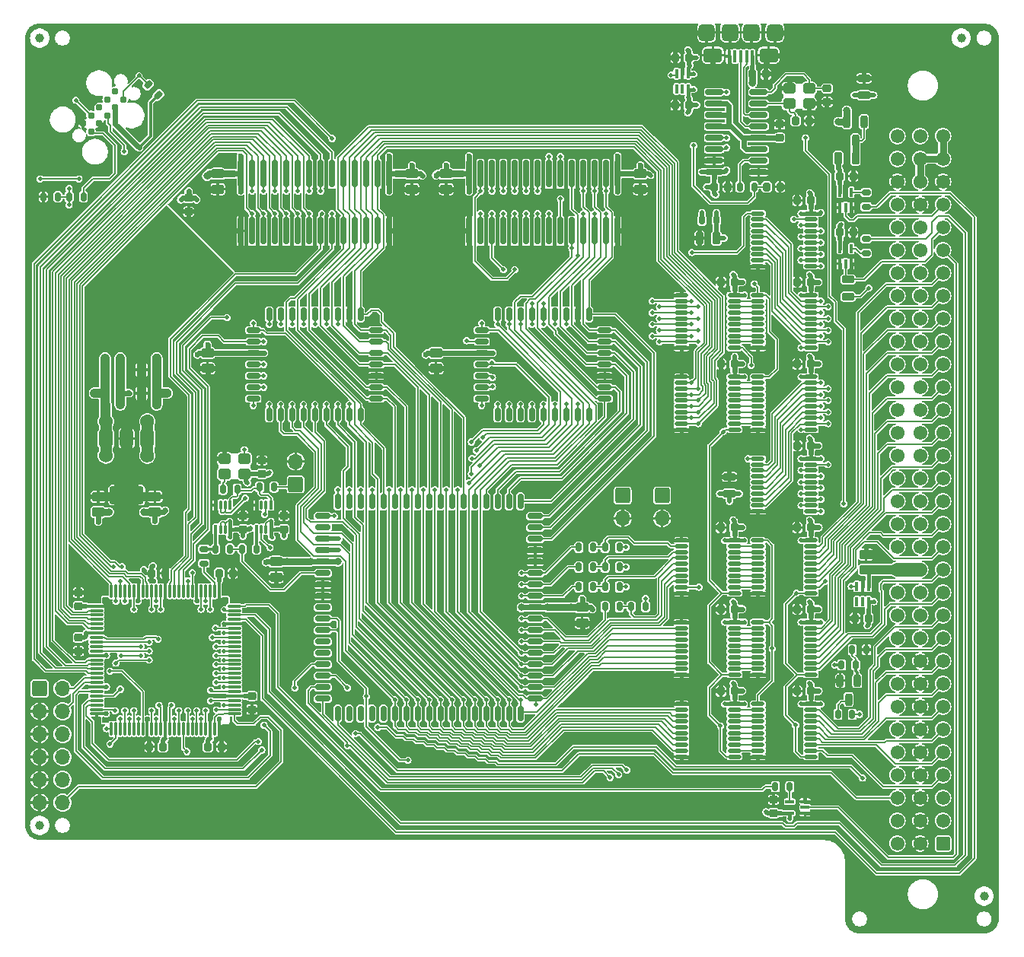
<source format=gtl>
G04 #@! TF.GenerationSoftware,KiCad,Pcbnew,8.0.5*
G04 #@! TF.CreationDate,2024-10-03T05:33:06-04:00*
G04 #@! TF.ProjectId,WarpSE,57617270-5345-42e6-9b69-6361645f7063,1.0*
G04 #@! TF.SameCoordinates,Original*
G04 #@! TF.FileFunction,Copper,L1,Top*
G04 #@! TF.FilePolarity,Positive*
%FSLAX46Y46*%
G04 Gerber Fmt 4.6, Leading zero omitted, Abs format (unit mm)*
G04 Created by KiCad (PCBNEW 8.0.5) date 2024-10-03 05:33:06*
%MOMM*%
%LPD*%
G01*
G04 APERTURE LIST*
G04 Aperture macros list*
%AMRoundRect*
0 Rectangle with rounded corners*
0 $1 Rounding radius*
0 $2 $3 $4 $5 $6 $7 $8 $9 X,Y pos of 4 corners*
0 Add a 4 corners polygon primitive as box body*
4,1,4,$2,$3,$4,$5,$6,$7,$8,$9,$2,$3,0*
0 Add four circle primitives for the rounded corners*
1,1,$1+$1,$2,$3*
1,1,$1+$1,$4,$5*
1,1,$1+$1,$6,$7*
1,1,$1+$1,$8,$9*
0 Add four rect primitives between the rounded corners*
20,1,$1+$1,$2,$3,$4,$5,0*
20,1,$1+$1,$4,$5,$6,$7,0*
20,1,$1+$1,$6,$7,$8,$9,0*
20,1,$1+$1,$8,$9,$2,$3,0*%
G04 Aperture macros list end*
G04 #@! TA.AperFunction,SMDPad,CuDef*
%ADD10RoundRect,0.262500X-0.262500X-0.437500X0.262500X-0.437500X0.262500X0.437500X-0.262500X0.437500X0*%
G04 #@! TD*
G04 #@! TA.AperFunction,SMDPad,CuDef*
%ADD11RoundRect,0.075000X0.662500X0.075000X-0.662500X0.075000X-0.662500X-0.075000X0.662500X-0.075000X0*%
G04 #@! TD*
G04 #@! TA.AperFunction,SMDPad,CuDef*
%ADD12RoundRect,0.075000X0.075000X0.662500X-0.075000X0.662500X-0.075000X-0.662500X0.075000X-0.662500X0*%
G04 #@! TD*
G04 #@! TA.AperFunction,SMDPad,CuDef*
%ADD13RoundRect,0.150000X-0.150000X1.374000X-0.150000X-1.374000X0.150000X-1.374000X0.150000X1.374000X0*%
G04 #@! TD*
G04 #@! TA.AperFunction,ComponentPad*
%ADD14RoundRect,0.249999X0.525001X0.525001X-0.525001X0.525001X-0.525001X-0.525001X0.525001X-0.525001X0*%
G04 #@! TD*
G04 #@! TA.AperFunction,ComponentPad*
%ADD15C,1.550000*%
G04 #@! TD*
G04 #@! TA.AperFunction,SMDPad,CuDef*
%ADD16RoundRect,0.212500X-0.212500X-0.262500X0.212500X-0.262500X0.212500X0.262500X-0.212500X0.262500X0*%
G04 #@! TD*
G04 #@! TA.AperFunction,SMDPad,CuDef*
%ADD17RoundRect,0.112500X-0.612500X-0.112500X0.612500X-0.112500X0.612500X0.112500X-0.612500X0.112500X0*%
G04 #@! TD*
G04 #@! TA.AperFunction,SMDPad,CuDef*
%ADD18RoundRect,0.212500X0.212500X0.262500X-0.212500X0.262500X-0.212500X-0.262500X0.212500X-0.262500X0*%
G04 #@! TD*
G04 #@! TA.AperFunction,SMDPad,CuDef*
%ADD19RoundRect,0.262500X0.437500X-0.262500X0.437500X0.262500X-0.437500X0.262500X-0.437500X-0.262500X0*%
G04 #@! TD*
G04 #@! TA.AperFunction,SMDPad,CuDef*
%ADD20RoundRect,0.262500X-0.437500X0.262500X-0.437500X-0.262500X0.437500X-0.262500X0.437500X0.262500X0*%
G04 #@! TD*
G04 #@! TA.AperFunction,SMDPad,CuDef*
%ADD21RoundRect,0.212500X-0.262500X0.212500X-0.262500X-0.212500X0.262500X-0.212500X0.262500X0.212500X0*%
G04 #@! TD*
G04 #@! TA.AperFunction,SMDPad,CuDef*
%ADD22RoundRect,0.212500X0.262500X-0.212500X0.262500X0.212500X-0.262500X0.212500X-0.262500X-0.212500X0*%
G04 #@! TD*
G04 #@! TA.AperFunction,SMDPad,CuDef*
%ADD23C,1.000000*%
G04 #@! TD*
G04 #@! TA.AperFunction,SMDPad,CuDef*
%ADD24RoundRect,0.150000X0.587500X-0.150000X0.587500X0.150000X-0.587500X0.150000X-0.587500X-0.150000X0*%
G04 #@! TD*
G04 #@! TA.AperFunction,SMDPad,CuDef*
%ADD25RoundRect,0.150000X0.150000X-0.587500X0.150000X0.587500X-0.150000X0.587500X-0.150000X-0.587500X0*%
G04 #@! TD*
G04 #@! TA.AperFunction,SMDPad,CuDef*
%ADD26RoundRect,0.150000X-0.150000X-0.700000X0.150000X-0.700000X0.150000X0.700000X-0.150000X0.700000X0*%
G04 #@! TD*
G04 #@! TA.AperFunction,SMDPad,CuDef*
%ADD27RoundRect,0.150000X-0.700000X-0.150000X0.700000X-0.150000X0.700000X0.150000X-0.700000X0.150000X0*%
G04 #@! TD*
G04 #@! TA.AperFunction,SMDPad,CuDef*
%ADD28RoundRect,0.300000X-0.450000X0.700000X-0.450000X-0.700000X0.450000X-0.700000X0.450000X0.700000X0*%
G04 #@! TD*
G04 #@! TA.AperFunction,SMDPad,CuDef*
%ADD29RoundRect,0.300000X-1.600000X0.700000X-1.600000X-0.700000X1.600000X-0.700000X1.600000X0.700000X0*%
G04 #@! TD*
G04 #@! TA.AperFunction,ConnectorPad*
%ADD30C,0.787400*%
G04 #@! TD*
G04 #@! TA.AperFunction,SMDPad,CuDef*
%ADD31RoundRect,0.175000X0.175000X0.300000X-0.175000X0.300000X-0.175000X-0.300000X0.175000X-0.300000X0*%
G04 #@! TD*
G04 #@! TA.AperFunction,SMDPad,CuDef*
%ADD32RoundRect,0.175000X0.335876X0.088388X0.088388X0.335876X-0.335876X-0.088388X-0.088388X-0.335876X0*%
G04 #@! TD*
G04 #@! TA.AperFunction,SMDPad,CuDef*
%ADD33RoundRect,0.200000X-0.200000X0.475000X-0.200000X-0.475000X0.200000X-0.475000X0.200000X0.475000X0*%
G04 #@! TD*
G04 #@! TA.AperFunction,SMDPad,CuDef*
%ADD34RoundRect,0.150000X0.825000X0.150000X-0.825000X0.150000X-0.825000X-0.150000X0.825000X-0.150000X0*%
G04 #@! TD*
G04 #@! TA.AperFunction,SMDPad,CuDef*
%ADD35RoundRect,0.100000X0.100000X-0.400000X0.100000X0.400000X-0.100000X0.400000X-0.100000X-0.400000X0*%
G04 #@! TD*
G04 #@! TA.AperFunction,ComponentPad*
%ADD36RoundRect,0.250000X0.600000X0.600000X-0.600000X0.600000X-0.600000X-0.600000X0.600000X-0.600000X0*%
G04 #@! TD*
G04 #@! TA.AperFunction,ComponentPad*
%ADD37O,1.700000X1.700000*%
G04 #@! TD*
G04 #@! TA.AperFunction,SMDPad,CuDef*
%ADD38RoundRect,0.212500X-0.212500X-0.487500X0.212500X-0.487500X0.212500X0.487500X-0.212500X0.487500X0*%
G04 #@! TD*
G04 #@! TA.AperFunction,SMDPad,CuDef*
%ADD39RoundRect,0.100000X0.100000X0.575000X-0.100000X0.575000X-0.100000X-0.575000X0.100000X-0.575000X0*%
G04 #@! TD*
G04 #@! TA.AperFunction,SMDPad,CuDef*
%ADD40RoundRect,0.450000X0.450000X0.500000X-0.450000X0.500000X-0.450000X-0.500000X0.450000X-0.500000X0*%
G04 #@! TD*
G04 #@! TA.AperFunction,SMDPad,CuDef*
%ADD41RoundRect,0.400000X0.650000X0.400000X-0.650000X0.400000X-0.650000X-0.400000X0.650000X-0.400000X0*%
G04 #@! TD*
G04 #@! TA.AperFunction,SMDPad,CuDef*
%ADD42RoundRect,0.475000X0.475000X0.475000X-0.475000X0.475000X-0.475000X-0.475000X0.475000X-0.475000X0*%
G04 #@! TD*
G04 #@! TA.AperFunction,SMDPad,CuDef*
%ADD43RoundRect,0.175000X-0.175000X-0.300000X0.175000X-0.300000X0.175000X0.300000X-0.175000X0.300000X0*%
G04 #@! TD*
G04 #@! TA.AperFunction,SMDPad,CuDef*
%ADD44RoundRect,0.212500X0.487500X-0.212500X0.487500X0.212500X-0.487500X0.212500X-0.487500X-0.212500X0*%
G04 #@! TD*
G04 #@! TA.AperFunction,SMDPad,CuDef*
%ADD45RoundRect,0.175000X0.300000X-0.175000X0.300000X0.175000X-0.300000X0.175000X-0.300000X-0.175000X0*%
G04 #@! TD*
G04 #@! TA.AperFunction,ComponentPad*
%ADD46RoundRect,0.250000X-0.600000X-0.600000X0.600000X-0.600000X0.600000X0.600000X-0.600000X0.600000X0*%
G04 #@! TD*
G04 #@! TA.AperFunction,SMDPad,CuDef*
%ADD47RoundRect,0.175000X-0.300000X0.175000X-0.300000X-0.175000X0.300000X-0.175000X0.300000X0.175000X0*%
G04 #@! TD*
G04 #@! TA.AperFunction,SMDPad,CuDef*
%ADD48RoundRect,0.100000X-0.100000X0.400000X-0.100000X-0.400000X0.100000X-0.400000X0.100000X0.400000X0*%
G04 #@! TD*
G04 #@! TA.AperFunction,SMDPad,CuDef*
%ADD49RoundRect,0.300000X0.400000X0.300000X-0.400000X0.300000X-0.400000X-0.300000X0.400000X-0.300000X0*%
G04 #@! TD*
G04 #@! TA.AperFunction,SMDPad,CuDef*
%ADD50RoundRect,0.075000X-0.075000X0.425000X-0.075000X-0.425000X0.075000X-0.425000X0.075000X0.425000X0*%
G04 #@! TD*
G04 #@! TA.AperFunction,SMDPad,CuDef*
%ADD51RoundRect,0.100000X0.100000X0.400000X-0.100000X0.400000X-0.100000X-0.400000X0.100000X-0.400000X0*%
G04 #@! TD*
G04 #@! TA.AperFunction,SMDPad,CuDef*
%ADD52RoundRect,0.212500X0.212500X0.487500X-0.212500X0.487500X-0.212500X-0.487500X0.212500X-0.487500X0*%
G04 #@! TD*
G04 #@! TA.AperFunction,SMDPad,CuDef*
%ADD53RoundRect,0.100000X0.400000X0.100000X-0.400000X0.100000X-0.400000X-0.100000X0.400000X-0.100000X0*%
G04 #@! TD*
G04 #@! TA.AperFunction,ViaPad*
%ADD54C,0.500000*%
G04 #@! TD*
G04 #@! TA.AperFunction,ViaPad*
%ADD55C,0.600000*%
G04 #@! TD*
G04 #@! TA.AperFunction,ViaPad*
%ADD56C,0.800000*%
G04 #@! TD*
G04 #@! TA.AperFunction,ViaPad*
%ADD57C,1.524000*%
G04 #@! TD*
G04 #@! TA.AperFunction,ViaPad*
%ADD58C,1.000000*%
G04 #@! TD*
G04 #@! TA.AperFunction,Conductor*
%ADD59C,0.600000*%
G04 #@! TD*
G04 #@! TA.AperFunction,Conductor*
%ADD60C,0.500000*%
G04 #@! TD*
G04 #@! TA.AperFunction,Conductor*
%ADD61C,0.450000*%
G04 #@! TD*
G04 #@! TA.AperFunction,Conductor*
%ADD62C,0.300000*%
G04 #@! TD*
G04 #@! TA.AperFunction,Conductor*
%ADD63C,0.150000*%
G04 #@! TD*
G04 #@! TA.AperFunction,Conductor*
%ADD64C,0.800000*%
G04 #@! TD*
G04 #@! TA.AperFunction,Conductor*
%ADD65C,0.350000*%
G04 #@! TD*
G04 #@! TA.AperFunction,Conductor*
%ADD66C,1.270000*%
G04 #@! TD*
G04 #@! TA.AperFunction,Conductor*
%ADD67C,0.400000*%
G04 #@! TD*
G04 #@! TA.AperFunction,Conductor*
%ADD68C,1.000000*%
G04 #@! TD*
G04 #@! TA.AperFunction,Conductor*
%ADD69C,1.524000*%
G04 #@! TD*
G04 APERTURE END LIST*
D10*
X112550000Y-76800000D03*
X114250000Y-76800000D03*
X116600000Y-76800000D03*
X118300000Y-76800000D03*
X116600000Y-79400000D03*
X118300000Y-79400000D03*
X112550000Y-79400000D03*
X114250000Y-79400000D03*
D11*
X126912500Y-115100000D03*
X126912500Y-114600000D03*
X126912500Y-114100000D03*
X126912500Y-113600000D03*
X126912500Y-113100000D03*
X126912500Y-112600000D03*
X126912500Y-112100000D03*
X126912500Y-111600000D03*
X126912500Y-111100000D03*
X126912500Y-110600000D03*
X126912500Y-110100000D03*
X126912500Y-109600000D03*
X126912500Y-109100000D03*
X126912500Y-108600000D03*
X126912500Y-108100000D03*
X126912500Y-107600000D03*
X126912500Y-107100000D03*
X126912500Y-106600000D03*
X126912500Y-106100000D03*
X126912500Y-105600000D03*
X126912500Y-105100000D03*
X126912500Y-104600000D03*
X126912500Y-104100000D03*
X126912500Y-103600000D03*
X126912500Y-103100000D03*
D12*
X125250000Y-101437500D03*
X124750000Y-101437500D03*
X124250000Y-101437500D03*
X123750000Y-101437500D03*
X123250000Y-101437500D03*
X122750000Y-101437500D03*
X122250000Y-101437500D03*
X121750000Y-101437500D03*
X121250000Y-101437500D03*
X120750000Y-101437500D03*
X120250000Y-101437500D03*
X119750000Y-101437500D03*
X119250000Y-101437500D03*
X118750000Y-101437500D03*
X118250000Y-101437500D03*
X117750000Y-101437500D03*
X117250000Y-101437500D03*
X116750000Y-101437500D03*
X116250000Y-101437500D03*
X115750000Y-101437500D03*
X115250000Y-101437500D03*
X114750000Y-101437500D03*
X114250000Y-101437500D03*
X113750000Y-101437500D03*
X113250000Y-101437500D03*
D11*
X111587500Y-103100000D03*
X111587500Y-103600000D03*
X111587500Y-104100000D03*
X111587500Y-104600000D03*
X111587500Y-105100000D03*
X111587500Y-105600000D03*
X111587500Y-106100000D03*
X111587500Y-106600000D03*
X111587500Y-107100000D03*
X111587500Y-107600000D03*
X111587500Y-108100000D03*
X111587500Y-108600000D03*
X111587500Y-109100000D03*
X111587500Y-109600000D03*
X111587500Y-110100000D03*
X111587500Y-110600000D03*
X111587500Y-111100000D03*
X111587500Y-111600000D03*
X111587500Y-112100000D03*
X111587500Y-112600000D03*
X111587500Y-113100000D03*
X111587500Y-113600000D03*
X111587500Y-114100000D03*
X111587500Y-114600000D03*
X111587500Y-115100000D03*
D12*
X113250000Y-116762500D03*
X113750000Y-116762500D03*
X114250000Y-116762500D03*
X114750000Y-116762500D03*
X115250000Y-116762500D03*
X115750000Y-116762500D03*
X116250000Y-116762500D03*
X116750000Y-116762500D03*
X117250000Y-116762500D03*
X117750000Y-116762500D03*
X118250000Y-116762500D03*
X118750000Y-116762500D03*
X119250000Y-116762500D03*
X119750000Y-116762500D03*
X120250000Y-116762500D03*
X120750000Y-116762500D03*
X121250000Y-116762500D03*
X121750000Y-116762500D03*
X122250000Y-116762500D03*
X122750000Y-116762500D03*
X123250000Y-116762500D03*
X123750000Y-116762500D03*
X124250000Y-116762500D03*
X124750000Y-116762500D03*
X125250000Y-116762500D03*
D13*
X169545000Y-54991000D03*
X168275000Y-54991000D03*
X167005000Y-54991000D03*
X165735000Y-54991000D03*
X164465000Y-54991000D03*
X163195000Y-54991000D03*
X161925000Y-54991000D03*
X160655000Y-54991000D03*
X159385000Y-54991000D03*
X158115000Y-54991000D03*
X156845000Y-54991000D03*
X155575000Y-54991000D03*
X154305000Y-54991000D03*
X153035000Y-54991000D03*
X153035000Y-61341000D03*
X154305000Y-61341000D03*
X155575000Y-61341000D03*
X156845000Y-61341000D03*
X158115000Y-61341000D03*
X159385000Y-61341000D03*
X160655000Y-61341000D03*
X161925000Y-61341000D03*
X163195000Y-61341000D03*
X164465000Y-61341000D03*
X165735000Y-61341000D03*
X167005000Y-61341000D03*
X168275000Y-61341000D03*
X169545000Y-61341000D03*
D14*
X205740000Y-129540000D03*
D15*
X205740000Y-127000000D03*
X205740000Y-124460000D03*
X205740000Y-121920000D03*
X205740000Y-119380000D03*
X205740000Y-116840000D03*
X205740000Y-114300000D03*
X205740000Y-111760000D03*
X205740000Y-109220000D03*
X205740000Y-106680000D03*
X205740000Y-104140000D03*
X205740000Y-101600000D03*
X205740000Y-99060000D03*
X205740000Y-96520000D03*
X205740000Y-93980000D03*
X205740000Y-91440000D03*
X205740000Y-88900000D03*
X205740000Y-86360000D03*
X205740000Y-83820000D03*
X205740000Y-81280000D03*
X205740000Y-78740000D03*
X205740000Y-76200000D03*
X205740000Y-73660000D03*
X205740000Y-71120000D03*
X205740000Y-68580000D03*
X205740000Y-66040000D03*
X205740000Y-63500000D03*
X205740000Y-60960000D03*
X205740000Y-58420000D03*
X205740000Y-55880000D03*
X205740000Y-53340000D03*
X205740000Y-50800000D03*
X203200000Y-129540000D03*
X203200000Y-127000000D03*
X203200000Y-124460000D03*
X203200000Y-121920000D03*
X203200000Y-119380000D03*
X203200000Y-116840000D03*
X203200000Y-114300000D03*
X203200000Y-111760000D03*
X203200000Y-109220000D03*
X203200000Y-106680000D03*
X203200000Y-104140000D03*
X203200000Y-101600000D03*
X203200000Y-99060000D03*
X203200000Y-96520000D03*
X203200000Y-93980000D03*
X203200000Y-91440000D03*
X203200000Y-88900000D03*
X203200000Y-86360000D03*
X203200000Y-83820000D03*
X203200000Y-81280000D03*
X203200000Y-78740000D03*
X203200000Y-76200000D03*
X203200000Y-73660000D03*
X203200000Y-71120000D03*
X203200000Y-68580000D03*
X203200000Y-66040000D03*
X203200000Y-63500000D03*
X203200000Y-60960000D03*
X203200000Y-58420000D03*
X203200000Y-55880000D03*
X203200000Y-53340000D03*
X203200000Y-50800000D03*
X200660000Y-129540000D03*
X200660000Y-127000000D03*
X200660000Y-124460000D03*
X200660000Y-121920000D03*
X200660000Y-119380000D03*
X200660000Y-116840000D03*
X200660000Y-114300000D03*
X200660000Y-111760000D03*
X200660000Y-109220000D03*
X200660000Y-106680000D03*
X200660000Y-104140000D03*
X200660000Y-101600000D03*
X200660000Y-99060000D03*
X200660000Y-96520000D03*
X200660000Y-93980000D03*
X200660000Y-91440000D03*
X200660000Y-88900000D03*
X200660000Y-86360000D03*
X200660000Y-83820000D03*
X200660000Y-81280000D03*
X200660000Y-78740000D03*
X200660000Y-76200000D03*
X200660000Y-73660000D03*
X200660000Y-71120000D03*
X200660000Y-68580000D03*
X200660000Y-66040000D03*
X200660000Y-63500000D03*
X200660000Y-60960000D03*
X200660000Y-58420000D03*
X200660000Y-55880000D03*
X200660000Y-53340000D03*
X200660000Y-50800000D03*
D16*
X125250000Y-99450000D03*
X126750000Y-99450000D03*
D17*
X176650000Y-95800000D03*
X176650000Y-96450000D03*
X176650000Y-97100000D03*
X176650000Y-97750000D03*
X176650000Y-98400000D03*
X176650000Y-99050000D03*
X176650000Y-99700000D03*
X176650000Y-100350000D03*
X176650000Y-101000000D03*
X176650000Y-101650000D03*
X182550000Y-101650000D03*
X182550000Y-101000000D03*
X182550000Y-100350000D03*
X182550000Y-99700000D03*
X182550000Y-99050000D03*
X182550000Y-98400000D03*
X182550000Y-97750000D03*
X182550000Y-97100000D03*
X182550000Y-96450000D03*
X182550000Y-95800000D03*
D18*
X182550000Y-94350000D03*
X181050000Y-94350000D03*
X191050000Y-57950000D03*
X189550000Y-57950000D03*
X191050000Y-94350000D03*
X189550000Y-94350000D03*
X191050000Y-85250000D03*
X189550000Y-85250000D03*
X182550000Y-112550000D03*
X181050000Y-112550000D03*
X191050000Y-112550000D03*
X189550000Y-112550000D03*
X191050000Y-67050000D03*
X189550000Y-67050000D03*
X182550000Y-67050000D03*
X181050000Y-67050000D03*
X182550000Y-76150000D03*
X181050000Y-76150000D03*
X182550000Y-103450000D03*
X181050000Y-103450000D03*
X191050000Y-103450000D03*
X189550000Y-103450000D03*
D19*
X197167500Y-99060000D03*
X197167500Y-97360000D03*
D20*
X131572000Y-98171000D03*
X131572000Y-99871000D03*
X165608000Y-103251000D03*
X165608000Y-104951000D03*
D17*
X176650000Y-68500000D03*
X176650000Y-69150000D03*
X176650000Y-69800000D03*
X176650000Y-70450000D03*
X176650000Y-71100000D03*
X176650000Y-71750000D03*
X176650000Y-72400000D03*
X176650000Y-73050000D03*
X176650000Y-73700000D03*
X176650000Y-74350000D03*
X182550000Y-74350000D03*
X182550000Y-73700000D03*
X182550000Y-73050000D03*
X182550000Y-72400000D03*
X182550000Y-71750000D03*
X182550000Y-71100000D03*
X182550000Y-70450000D03*
X182550000Y-69800000D03*
X182550000Y-69150000D03*
X182550000Y-68500000D03*
X176650000Y-77600000D03*
X176650000Y-78250000D03*
X176650000Y-78900000D03*
X176650000Y-79550000D03*
X176650000Y-80200000D03*
X176650000Y-80850000D03*
X176650000Y-81500000D03*
X176650000Y-82150000D03*
X176650000Y-82800000D03*
X176650000Y-83450000D03*
X182550000Y-83450000D03*
X182550000Y-82800000D03*
X182550000Y-82150000D03*
X182550000Y-81500000D03*
X182550000Y-80850000D03*
X182550000Y-80200000D03*
X182550000Y-79550000D03*
X182550000Y-78900000D03*
X182550000Y-78250000D03*
X182550000Y-77600000D03*
X185150000Y-59400000D03*
X185150000Y-60050000D03*
X185150000Y-60700000D03*
X185150000Y-61350000D03*
X185150000Y-62000000D03*
X185150000Y-62650000D03*
X185150000Y-63300000D03*
X185150000Y-63950000D03*
X185150000Y-64600000D03*
X185150000Y-65250000D03*
X191050000Y-65250000D03*
X191050000Y-64600000D03*
X191050000Y-63950000D03*
X191050000Y-63300000D03*
X191050000Y-62650000D03*
X191050000Y-62000000D03*
X191050000Y-61350000D03*
X191050000Y-60700000D03*
X191050000Y-60050000D03*
X191050000Y-59400000D03*
X185150000Y-68500000D03*
X185150000Y-69150000D03*
X185150000Y-69800000D03*
X185150000Y-70450000D03*
X185150000Y-71100000D03*
X185150000Y-71750000D03*
X185150000Y-72400000D03*
X185150000Y-73050000D03*
X185150000Y-73700000D03*
X185150000Y-74350000D03*
X191050000Y-74350000D03*
X191050000Y-73700000D03*
X191050000Y-73050000D03*
X191050000Y-72400000D03*
X191050000Y-71750000D03*
X191050000Y-71100000D03*
X191050000Y-70450000D03*
X191050000Y-69800000D03*
X191050000Y-69150000D03*
X191050000Y-68500000D03*
X185150000Y-86700000D03*
X185150000Y-87350000D03*
X185150000Y-88000000D03*
X185150000Y-88650000D03*
X185150000Y-89300000D03*
X185150000Y-89950000D03*
X185150000Y-90600000D03*
X185150000Y-91250000D03*
X185150000Y-91900000D03*
X185150000Y-92550000D03*
X191050000Y-92550000D03*
X191050000Y-91900000D03*
X191050000Y-91250000D03*
X191050000Y-90600000D03*
X191050000Y-89950000D03*
X191050000Y-89300000D03*
X191050000Y-88650000D03*
X191050000Y-88000000D03*
X191050000Y-87350000D03*
X191050000Y-86700000D03*
X185150000Y-77600000D03*
X185150000Y-78250000D03*
X185150000Y-78900000D03*
X185150000Y-79550000D03*
X185150000Y-80200000D03*
X185150000Y-80850000D03*
X185150000Y-81500000D03*
X185150000Y-82150000D03*
X185150000Y-82800000D03*
X185150000Y-83450000D03*
X191050000Y-83450000D03*
X191050000Y-82800000D03*
X191050000Y-82150000D03*
X191050000Y-81500000D03*
X191050000Y-80850000D03*
X191050000Y-80200000D03*
X191050000Y-79550000D03*
X191050000Y-78900000D03*
X191050000Y-78250000D03*
X191050000Y-77600000D03*
X176650000Y-104900000D03*
X176650000Y-105550000D03*
X176650000Y-106200000D03*
X176650000Y-106850000D03*
X176650000Y-107500000D03*
X176650000Y-108150000D03*
X176650000Y-108800000D03*
X176650000Y-109450000D03*
X176650000Y-110100000D03*
X176650000Y-110750000D03*
X182550000Y-110750000D03*
X182550000Y-110100000D03*
X182550000Y-109450000D03*
X182550000Y-108800000D03*
X182550000Y-108150000D03*
X182550000Y-107500000D03*
X182550000Y-106850000D03*
X182550000Y-106200000D03*
X182550000Y-105550000D03*
X182550000Y-104900000D03*
X176650000Y-114000000D03*
X176650000Y-114650000D03*
X176650000Y-115300000D03*
X176650000Y-115950000D03*
X176650000Y-116600000D03*
X176650000Y-117250000D03*
X176650000Y-117900000D03*
X176650000Y-118550000D03*
X176650000Y-119200000D03*
X176650000Y-119850000D03*
X182550000Y-119850000D03*
X182550000Y-119200000D03*
X182550000Y-118550000D03*
X182550000Y-117900000D03*
X182550000Y-117250000D03*
X182550000Y-116600000D03*
X182550000Y-115950000D03*
X182550000Y-115300000D03*
X182550000Y-114650000D03*
X182550000Y-114000000D03*
X185150000Y-95800000D03*
X185150000Y-96450000D03*
X185150000Y-97100000D03*
X185150000Y-97750000D03*
X185150000Y-98400000D03*
X185150000Y-99050000D03*
X185150000Y-99700000D03*
X185150000Y-100350000D03*
X185150000Y-101000000D03*
X185150000Y-101650000D03*
X191050000Y-101650000D03*
X191050000Y-101000000D03*
X191050000Y-100350000D03*
X191050000Y-99700000D03*
X191050000Y-99050000D03*
X191050000Y-98400000D03*
X191050000Y-97750000D03*
X191050000Y-97100000D03*
X191050000Y-96450000D03*
X191050000Y-95800000D03*
X185150000Y-104900000D03*
X185150000Y-105550000D03*
X185150000Y-106200000D03*
X185150000Y-106850000D03*
X185150000Y-107500000D03*
X185150000Y-108150000D03*
X185150000Y-108800000D03*
X185150000Y-109450000D03*
X185150000Y-110100000D03*
X185150000Y-110750000D03*
X191050000Y-110750000D03*
X191050000Y-110100000D03*
X191050000Y-109450000D03*
X191050000Y-108800000D03*
X191050000Y-108150000D03*
X191050000Y-107500000D03*
X191050000Y-106850000D03*
X191050000Y-106200000D03*
X191050000Y-105550000D03*
X191050000Y-104900000D03*
X185150000Y-114000000D03*
X185150000Y-114650000D03*
X185150000Y-115300000D03*
X185150000Y-115950000D03*
X185150000Y-116600000D03*
X185150000Y-117250000D03*
X185150000Y-117900000D03*
X185150000Y-118550000D03*
X185150000Y-119200000D03*
X185150000Y-119850000D03*
X191050000Y-119850000D03*
X191050000Y-119200000D03*
X191050000Y-118550000D03*
X191050000Y-117900000D03*
X191050000Y-117250000D03*
X191050000Y-116600000D03*
X191050000Y-115950000D03*
X191050000Y-115300000D03*
X191050000Y-114650000D03*
X191050000Y-114000000D03*
D13*
X144145000Y-54991000D03*
X142875000Y-54991000D03*
X141605000Y-54991000D03*
X140335000Y-54991000D03*
X139065000Y-54991000D03*
X137795000Y-54991000D03*
X136525000Y-54991000D03*
X135255000Y-54991000D03*
X133985000Y-54991000D03*
X132715000Y-54991000D03*
X131445000Y-54991000D03*
X130175000Y-54991000D03*
X128905000Y-54991000D03*
X127635000Y-54991000D03*
X127635000Y-61341000D03*
X128905000Y-61341000D03*
X130175000Y-61341000D03*
X131445000Y-61341000D03*
X132715000Y-61341000D03*
X133985000Y-61341000D03*
X135255000Y-61341000D03*
X136525000Y-61341000D03*
X137795000Y-61341000D03*
X139065000Y-61341000D03*
X140335000Y-61341000D03*
X141605000Y-61341000D03*
X142875000Y-61341000D03*
X144145000Y-61341000D03*
D16*
X124000000Y-118750000D03*
X125500000Y-118750000D03*
D21*
X109600000Y-106600000D03*
X109600000Y-108100000D03*
D18*
X119000000Y-118750000D03*
X117500000Y-118750000D03*
X119250000Y-99450000D03*
X117750000Y-99450000D03*
D21*
X128900000Y-113100000D03*
X128900000Y-114600000D03*
D22*
X109600000Y-103100000D03*
X109600000Y-101600000D03*
D23*
X105283000Y-39878000D03*
X207772000Y-39878000D03*
X210312000Y-135382000D03*
X105283000Y-127508000D03*
D24*
X129052500Y-76200000D03*
X129052500Y-77470000D03*
X129052500Y-78740000D03*
X129052500Y-80010000D03*
D25*
X130810000Y-81762500D03*
X132080000Y-81762500D03*
X133350000Y-81762500D03*
X134620000Y-81762500D03*
X135890000Y-81762500D03*
X137160000Y-81762500D03*
X138430000Y-81762500D03*
X139700000Y-81762500D03*
X140970000Y-81762500D03*
D24*
X142727500Y-80010000D03*
X142727500Y-78740000D03*
X142727500Y-77470000D03*
X142727500Y-76200000D03*
X142727500Y-74930000D03*
X142727500Y-73660000D03*
X142727500Y-72390000D03*
D25*
X140970000Y-70637500D03*
X139700000Y-70637500D03*
X138430000Y-70637500D03*
X137160000Y-70637500D03*
X135890000Y-70637500D03*
X134620000Y-70637500D03*
X133350000Y-70637500D03*
X132080000Y-70637500D03*
X130810000Y-70637500D03*
D24*
X129052500Y-72390000D03*
X129052500Y-73660000D03*
X129052500Y-74930000D03*
X154452500Y-76200000D03*
X154452500Y-77470000D03*
X154452500Y-78740000D03*
X154452500Y-80010000D03*
D25*
X156210000Y-81762500D03*
X157480000Y-81762500D03*
X158750000Y-81762500D03*
X160020000Y-81762500D03*
X161290000Y-81762500D03*
X162560000Y-81762500D03*
X163830000Y-81762500D03*
X165100000Y-81762500D03*
X166370000Y-81762500D03*
D24*
X168127500Y-80010000D03*
X168127500Y-78740000D03*
X168127500Y-77470000D03*
X168127500Y-76200000D03*
X168127500Y-74930000D03*
X168127500Y-73660000D03*
X168127500Y-72390000D03*
D25*
X166370000Y-70637500D03*
X165100000Y-70637500D03*
X163830000Y-70637500D03*
X162560000Y-70637500D03*
X161290000Y-70637500D03*
X160020000Y-70637500D03*
X158750000Y-70637500D03*
X157480000Y-70637500D03*
X156210000Y-70637500D03*
D24*
X154452500Y-72390000D03*
X154452500Y-73660000D03*
X154452500Y-74930000D03*
D26*
X148590000Y-91451000D03*
X147320000Y-91451000D03*
X146050000Y-91451000D03*
X144780000Y-91451000D03*
X143510000Y-91451000D03*
X142240000Y-91451000D03*
X140970000Y-91451000D03*
X139700000Y-91451000D03*
X138430000Y-91451000D03*
D27*
X136790000Y-93091000D03*
X136790000Y-94361000D03*
X136790000Y-95631000D03*
X136790000Y-96901000D03*
X136790000Y-98171000D03*
X136790000Y-99441000D03*
X136790000Y-100711000D03*
X136790000Y-101981000D03*
X136790000Y-103251000D03*
X136790000Y-104521000D03*
X136790000Y-105791000D03*
X136790000Y-107061000D03*
X136790000Y-108331000D03*
X136790000Y-109601000D03*
X136790000Y-110871000D03*
X136790000Y-112141000D03*
X136790000Y-113411000D03*
D26*
X138430000Y-115051000D03*
X139700000Y-115051000D03*
X140970000Y-115051000D03*
X142240000Y-115051000D03*
X143510000Y-115051000D03*
X144780000Y-115051000D03*
X146050000Y-115051000D03*
X147320000Y-115051000D03*
X148590000Y-115051000D03*
X149860000Y-115051000D03*
X151130000Y-115051000D03*
X152400000Y-115051000D03*
X153670000Y-115051000D03*
X154940000Y-115051000D03*
X156210000Y-115051000D03*
X157480000Y-115051000D03*
X158750000Y-115051000D03*
D27*
X160390000Y-113411000D03*
X160390000Y-112141000D03*
X160390000Y-110871000D03*
X160390000Y-109601000D03*
X160390000Y-108331000D03*
X160390000Y-107061000D03*
X160390000Y-105791000D03*
X160390000Y-104521000D03*
X160390000Y-103251000D03*
X160390000Y-101981000D03*
X160390000Y-100711000D03*
X160390000Y-99441000D03*
X160390000Y-98171000D03*
X160390000Y-96901000D03*
X160390000Y-95631000D03*
X160390000Y-94361000D03*
X160390000Y-93091000D03*
D26*
X158750000Y-91451000D03*
X157480000Y-91451000D03*
X156210000Y-91451000D03*
X154940000Y-91451000D03*
X153670000Y-91451000D03*
X152400000Y-91451000D03*
X151130000Y-91451000D03*
X149860000Y-91451000D03*
D28*
X117250000Y-84450000D03*
D29*
X114950000Y-90750000D03*
D28*
X114950000Y-84450000D03*
X112650000Y-84450000D03*
D20*
X111800000Y-90950000D03*
X111800000Y-92650000D03*
X118100000Y-90950000D03*
X118100000Y-92650000D03*
X123952000Y-74930000D03*
X123952000Y-76630000D03*
X149352000Y-74930000D03*
X149352000Y-76630000D03*
X172085000Y-54991000D03*
X172085000Y-56691000D03*
X125095000Y-54991000D03*
X125095000Y-56691000D03*
X146685000Y-54991000D03*
X146685000Y-56691000D03*
X150495000Y-54991000D03*
X150495000Y-56691000D03*
D18*
X191050000Y-76150000D03*
X189550000Y-76150000D03*
D30*
X110998000Y-50292000D03*
X111896025Y-49393974D03*
X112794051Y-48495949D03*
X113692076Y-47597923D03*
X114590102Y-46699898D03*
X113692076Y-45801872D03*
X112794051Y-46699898D03*
X111896025Y-47597923D03*
X110998000Y-48495949D03*
X110099974Y-49393974D03*
D31*
X107300000Y-57550000D03*
X105700000Y-57550000D03*
D32*
X118479370Y-46216370D03*
X117348000Y-45085000D03*
D33*
X196200000Y-111400000D03*
X194300000Y-111400000D03*
X195250000Y-113500000D03*
D34*
X185228000Y-54800500D03*
X185228000Y-53530500D03*
X185228000Y-52260500D03*
X185228000Y-50990500D03*
X185228000Y-49720500D03*
X185228000Y-48450500D03*
X185228000Y-47180500D03*
X185228000Y-45910500D03*
X180278000Y-45910500D03*
X180278000Y-47180500D03*
X180278000Y-48450500D03*
X180278000Y-49720500D03*
X180278000Y-50990500D03*
X180278000Y-52260500D03*
X180278000Y-53530500D03*
X180278000Y-54800500D03*
D16*
X180276500Y-56451500D03*
X181776500Y-56451500D03*
D31*
X196050000Y-109650000D03*
X194450000Y-109650000D03*
D21*
X121850000Y-57700000D03*
X121850000Y-59200000D03*
D31*
X169750000Y-98750000D03*
X168150000Y-98750000D03*
D35*
X194250000Y-65000000D03*
X194900000Y-65000000D03*
X195550000Y-65000000D03*
X195550000Y-63300000D03*
X194250000Y-63300000D03*
D22*
X186900000Y-126150000D03*
X186900000Y-124650000D03*
D31*
X169750000Y-100950000D03*
X168150000Y-100950000D03*
X110150000Y-57550000D03*
X108550000Y-57550000D03*
D36*
X133750000Y-89550000D03*
D37*
X133750000Y-87010000D03*
D38*
X194100000Y-53250000D03*
X196000000Y-53250000D03*
D39*
X184550000Y-41925000D03*
X183900000Y-41925000D03*
X183250000Y-41925000D03*
X182600000Y-41925000D03*
X181950000Y-41925000D03*
D40*
X187050000Y-39250000D03*
D41*
X186350000Y-41800000D03*
D42*
X184450000Y-39250000D03*
X182050000Y-39250000D03*
D41*
X180150000Y-41800000D03*
D40*
X179450000Y-39250000D03*
D43*
X168150000Y-103150000D03*
X169750000Y-103150000D03*
D44*
X196950000Y-46250000D03*
X196950000Y-44350000D03*
D43*
X187100000Y-123200000D03*
X188700000Y-123200000D03*
X183134000Y-56451500D03*
X184734000Y-56451500D03*
X129750000Y-89850000D03*
X131350000Y-89850000D03*
D16*
X194250000Y-61500000D03*
X195750000Y-61500000D03*
D43*
X165250000Y-96550000D03*
X166850000Y-96550000D03*
D45*
X123550000Y-98350000D03*
X123550000Y-96750000D03*
D43*
X124850000Y-96750000D03*
X126450000Y-96750000D03*
D35*
X194250000Y-58750000D03*
X194900000Y-58750000D03*
X195550000Y-58750000D03*
X195550000Y-57050000D03*
X194250000Y-57050000D03*
D31*
X195650000Y-115150000D03*
X194050000Y-115150000D03*
D46*
X174498000Y-90805000D03*
D37*
X174498000Y-93345000D03*
D43*
X165250000Y-98750000D03*
X166850000Y-98750000D03*
D16*
X189350000Y-49099400D03*
X190850000Y-49099400D03*
D44*
X195200000Y-68650000D03*
X195200000Y-66750000D03*
D43*
X165250000Y-100950000D03*
X166850000Y-100950000D03*
D16*
X184550000Y-43900000D03*
X186050000Y-43900000D03*
D47*
X197200000Y-62250000D03*
X197200000Y-63850000D03*
D48*
X177400000Y-43850000D03*
X176750000Y-43850000D03*
X176100000Y-43850000D03*
X176100000Y-45550000D03*
X176750000Y-45550000D03*
X177400000Y-45550000D03*
D43*
X127800000Y-96750000D03*
X129400000Y-96750000D03*
D21*
X192850000Y-45499400D03*
X192850000Y-46999400D03*
D31*
X127250000Y-90100000D03*
X125650000Y-90100000D03*
D22*
X127900000Y-94550000D03*
X127900000Y-93050000D03*
D16*
X194250000Y-55250000D03*
X195750000Y-55250000D03*
D44*
X182000000Y-90600000D03*
X182000000Y-88700000D03*
D33*
X196950000Y-49200000D03*
X195050000Y-49200000D03*
X196000000Y-51300000D03*
D22*
X130000000Y-88400000D03*
X130000000Y-86900000D03*
D18*
X177500000Y-47350000D03*
X176000000Y-47350000D03*
D49*
X190849400Y-45500000D03*
X188649400Y-45500000D03*
X188649400Y-47200000D03*
X190849400Y-47200000D03*
D16*
X186118500Y-56451500D03*
X187618500Y-56451500D03*
D45*
X197200000Y-58650000D03*
X197200000Y-57050000D03*
D48*
X126450000Y-91850000D03*
D50*
X125900000Y-91850000D03*
X125400000Y-91850000D03*
D48*
X124850000Y-91850000D03*
D51*
X124850000Y-94550000D03*
D50*
X125400000Y-94550000D03*
X125900000Y-94550000D03*
D48*
X126450000Y-94550000D03*
D31*
X197250000Y-107950000D03*
X195650000Y-107950000D03*
D18*
X177500000Y-42050000D03*
X176000000Y-42050000D03*
D22*
X132450000Y-94550000D03*
X132450000Y-93050000D03*
D49*
X128050000Y-86700000D03*
X125850000Y-86700000D03*
X125850000Y-88400000D03*
X128050000Y-88400000D03*
D18*
X197450000Y-104450000D03*
X195950000Y-104450000D03*
D31*
X169750000Y-96550000D03*
X168150000Y-96550000D03*
D46*
X105283000Y-112268000D03*
D37*
X107823000Y-112268000D03*
X105283000Y-114808000D03*
X107823000Y-114808000D03*
X105283000Y-117348000D03*
X107823000Y-117348000D03*
X105283000Y-119888000D03*
X107823000Y-119888000D03*
X105283000Y-122428000D03*
X107823000Y-122428000D03*
X105283000Y-124968000D03*
X107823000Y-124968000D03*
D31*
X172650000Y-103150000D03*
X171050000Y-103150000D03*
D43*
X178950000Y-60150000D03*
X180550000Y-60150000D03*
D48*
X131000000Y-91850000D03*
D50*
X130450000Y-91850000D03*
X129950000Y-91850000D03*
D48*
X129400000Y-91850000D03*
D51*
X129400000Y-94550000D03*
D50*
X129950000Y-94550000D03*
X130450000Y-94550000D03*
D48*
X131000000Y-94550000D03*
X197450000Y-100900000D03*
X196800000Y-100900000D03*
X196150000Y-100900000D03*
X196150000Y-102600000D03*
X196800000Y-102600000D03*
X197450000Y-102600000D03*
D22*
X187579000Y-50990500D03*
X187579000Y-49490500D03*
D52*
X180550000Y-62150000D03*
X178650000Y-62150000D03*
D53*
X190400000Y-126150000D03*
X190400000Y-125500000D03*
X190400000Y-124850000D03*
X188700000Y-124850000D03*
X188700000Y-126150000D03*
D46*
X170116500Y-90805000D03*
D37*
X170116500Y-93345000D03*
D54*
X167640000Y-71120000D03*
X137160000Y-63246000D03*
X137922000Y-58420000D03*
X165354000Y-108585000D03*
X138430000Y-63246000D03*
X164211000Y-108331000D03*
X161671000Y-108966000D03*
X159258000Y-76009500D03*
X167640000Y-81851500D03*
X141478000Y-66294000D03*
X161671000Y-94996000D03*
X161671000Y-93726000D03*
X168656000Y-81343500D03*
X161671000Y-106426000D03*
X161671000Y-107696000D03*
X161671000Y-105156000D03*
X161671000Y-111506000D03*
X161671000Y-110236000D03*
X161734500Y-112649000D03*
X198374000Y-82994500D03*
X199009000Y-86868000D03*
D55*
X125095000Y-76644500D03*
D54*
X198056500Y-80772000D03*
X197104000Y-74168000D03*
X197400000Y-75700000D03*
D55*
X122809000Y-76644500D03*
D54*
X198850000Y-63900000D03*
X198691500Y-85153500D03*
X197850000Y-78250000D03*
X196786500Y-71882000D03*
X194150000Y-74150000D03*
X195250000Y-70500000D03*
X189700000Y-75300000D03*
X181200000Y-66200000D03*
X189700000Y-66200000D03*
X189700000Y-84400000D03*
X189700000Y-93500000D03*
X189700000Y-102600000D03*
X181200000Y-102600000D03*
X189700000Y-111700000D03*
X181200000Y-111700000D03*
X177750000Y-119850000D03*
D55*
X164465000Y-104775000D03*
D54*
X175550000Y-77600000D03*
X176650000Y-77000000D03*
X176650000Y-67900000D03*
X175550000Y-68500000D03*
X189700000Y-57100000D03*
D55*
X188700000Y-94350000D03*
X188700000Y-76150000D03*
X166751000Y-104775000D03*
X169291000Y-77470000D03*
X166941500Y-77470000D03*
X143891000Y-77470000D03*
X141541500Y-77470000D03*
D54*
X117250000Y-117900000D03*
X181600000Y-75200000D03*
X125250000Y-117900000D03*
D55*
X145542000Y-56515000D03*
X151638000Y-56515000D03*
X169545000Y-59372500D03*
X147828000Y-56515000D03*
X170307000Y-61341000D03*
X169545000Y-63309500D03*
X153035000Y-59372500D03*
X152273000Y-61341000D03*
X153035000Y-63309500D03*
X144145000Y-63309500D03*
X144145000Y-59372500D03*
X144907000Y-61341000D03*
X126873000Y-61341000D03*
X127635000Y-63309500D03*
X127635000Y-59372500D03*
D54*
X181200000Y-77000000D03*
X117250000Y-115650000D03*
X181200000Y-67900000D03*
D55*
X165608000Y-105918000D03*
D54*
X181200000Y-93500000D03*
X177750000Y-101650000D03*
X176650000Y-102250000D03*
X175550000Y-101650000D03*
X110450000Y-112100000D03*
X112700000Y-112100000D03*
X111800000Y-115700000D03*
X112700000Y-108600000D03*
X110450000Y-108600000D03*
X118900000Y-119700000D03*
X119850000Y-119250000D03*
X120250000Y-118200000D03*
X124300000Y-99350000D03*
X112350000Y-117750000D03*
X113150000Y-119650000D03*
X147320000Y-102108000D03*
X144145000Y-89154000D03*
X126350000Y-118650000D03*
X151765000Y-83693000D03*
X152400000Y-102870000D03*
X150495000Y-83693000D03*
X149225000Y-84391500D03*
X147955000Y-85661500D03*
X146685000Y-86931500D03*
X145415000Y-88201500D03*
X145097500Y-77216000D03*
X145669000Y-74231500D03*
X139065000Y-75311000D03*
X163830000Y-68262500D03*
X162560000Y-69405500D03*
X163830000Y-69405500D03*
X165100000Y-69405500D03*
X165100000Y-67627500D03*
D56*
X135382000Y-100711000D03*
X161798000Y-96837500D03*
X161798000Y-98234500D03*
X158877000Y-98234500D03*
X158877000Y-96837500D03*
D54*
X184050000Y-65250000D03*
D56*
X138303000Y-102044500D03*
D54*
X186250000Y-65250000D03*
D56*
X135191500Y-102100000D03*
X138303000Y-100711000D03*
D54*
X185150000Y-65850000D03*
X185150000Y-74950000D03*
X186250000Y-74350000D03*
X184050000Y-83450000D03*
X184050000Y-74350000D03*
X186250000Y-83450000D03*
X185150000Y-84050000D03*
X185150000Y-93150000D03*
X184050000Y-92550000D03*
X186250000Y-92550000D03*
X184050000Y-101650000D03*
X186250000Y-101650000D03*
X185150000Y-102250000D03*
X186250000Y-110750000D03*
X185150000Y-111350000D03*
X184050000Y-110750000D03*
X186250000Y-119850000D03*
X175550000Y-83450000D03*
X177750000Y-83450000D03*
X176650000Y-84050000D03*
X176650000Y-74950000D03*
X175550000Y-74350000D03*
X177750000Y-74350000D03*
X185150000Y-120450000D03*
X184050000Y-119850000D03*
X177750000Y-110750000D03*
X176650000Y-111350000D03*
X175550000Y-110750000D03*
X176650000Y-120450000D03*
X165100000Y-71755000D03*
X139700000Y-71755000D03*
D56*
X123888500Y-56451500D03*
D54*
X116850000Y-99050000D03*
X108350000Y-109200000D03*
X107250000Y-109500000D03*
X106150000Y-109800000D03*
X107250000Y-104550000D03*
X109900000Y-105500000D03*
D56*
X113000000Y-92650000D03*
X116900000Y-92650000D03*
D55*
X111800000Y-93700000D03*
X118100000Y-93650000D03*
D57*
X117250000Y-86350000D03*
X117250000Y-82550000D03*
D54*
X152336500Y-80708500D03*
X153670000Y-102870000D03*
D55*
X173228000Y-56515000D03*
X170942000Y-56515000D03*
D54*
X142557500Y-81597500D03*
D55*
X172085000Y-57658000D03*
D54*
X145415000Y-81407000D03*
X146685000Y-81407000D03*
X152019000Y-74218800D03*
X147955000Y-81407000D03*
X150495000Y-81407000D03*
X151765000Y-82105500D03*
X149225000Y-81407000D03*
X147320000Y-93980000D03*
X146177000Y-102489000D03*
X142367000Y-102489000D03*
X142113000Y-111760000D03*
X162179000Y-72707500D03*
X140779500Y-75438000D03*
X143891000Y-75565000D03*
X139700000Y-88201500D03*
X140950000Y-88200000D03*
X142240000Y-89154000D03*
X145415000Y-116332000D03*
X165862000Y-72517000D03*
X164592000Y-72644000D03*
X163449000Y-72898000D03*
X170815000Y-82105500D03*
X171577000Y-82740500D03*
X172339000Y-83375500D03*
X158940500Y-89408000D03*
X173101000Y-84010500D03*
X162242500Y-92011500D03*
X148590000Y-102108000D03*
X149860000Y-102108000D03*
X151130000Y-102870000D03*
X154813000Y-102489000D03*
X198882000Y-94043500D03*
X108750000Y-107950000D03*
X109450000Y-108900000D03*
X108750000Y-101750000D03*
X109600000Y-100800000D03*
X110450000Y-101750000D03*
X117900000Y-98600000D03*
X118000000Y-100300000D03*
X127550000Y-99450000D03*
X126600000Y-100300000D03*
X128050000Y-114350000D03*
X117550000Y-119600000D03*
X116700000Y-118750000D03*
X125350000Y-119650000D03*
X128900000Y-115400000D03*
X116250000Y-100300000D03*
X116250000Y-102550000D03*
X122750000Y-100300000D03*
X122750000Y-102550000D03*
X128050000Y-105100000D03*
X133604000Y-49149000D03*
X125800000Y-105100000D03*
X144907000Y-102489000D03*
X143637000Y-102489000D03*
X154940000Y-93980000D03*
X144780000Y-93980000D03*
X157480000Y-93980000D03*
X148590000Y-93980000D03*
X146050000Y-93980000D03*
X149860000Y-93980000D03*
X151130000Y-93980000D03*
X143510000Y-93980000D03*
X153670000Y-93980000D03*
X142240000Y-93980000D03*
X152400000Y-93980000D03*
D55*
X130429000Y-99695000D03*
X132715000Y-99568000D03*
D54*
X143764000Y-113284000D03*
X147955000Y-116332000D03*
X146685000Y-116332000D03*
X149225000Y-116332000D03*
X150495000Y-116332000D03*
X151765000Y-116332000D03*
X153035000Y-116332000D03*
X154305000Y-116332000D03*
X155575000Y-116332000D03*
X156845000Y-116332000D03*
X158115000Y-116332000D03*
X112700000Y-115100000D03*
X129100000Y-104740000D03*
D55*
X148209000Y-76454000D03*
X150495000Y-76454000D03*
X123952000Y-77597000D03*
D54*
X132207000Y-64389000D03*
X142557500Y-70675500D03*
X129800000Y-114450000D03*
X126150000Y-116600000D03*
D55*
X149352000Y-56515000D03*
X150495000Y-57658000D03*
X146685000Y-57658000D03*
D54*
X125250000Y-115650000D03*
X194250000Y-116250000D03*
X196050000Y-116250000D03*
X197350000Y-109300000D03*
X199000000Y-110200000D03*
X198700000Y-107900000D03*
X197750000Y-95450000D03*
X198600000Y-119600000D03*
X193500000Y-111400000D03*
X132715000Y-83058000D03*
X133985000Y-83058000D03*
X135255000Y-83058000D03*
X136525000Y-83058000D03*
X131445000Y-83058000D03*
X132207000Y-75819000D03*
X186563000Y-54800500D03*
X183896000Y-54800500D03*
X181800500Y-57340500D03*
X128524000Y-117157500D03*
X108750000Y-98150000D03*
X108750000Y-96750000D03*
X195850000Y-44350000D03*
X211582000Y-41148000D03*
X149733000Y-46228000D03*
X211582000Y-66548000D03*
X208724500Y-127508000D03*
X119253000Y-41148000D03*
X209740500Y-119888000D03*
X139573000Y-96456500D03*
X180550000Y-109450000D03*
X114750000Y-120700000D03*
X134874000Y-114427000D03*
X152971500Y-83439000D03*
X145607640Y-124052140D03*
X139350000Y-120400000D03*
X129150000Y-87050000D03*
X137033000Y-38608000D03*
X203962000Y-38618900D03*
X201930000Y-90650000D03*
X197929500Y-117729000D03*
D55*
X187850000Y-41800000D03*
D54*
X171958000Y-48768000D03*
X148590000Y-52578000D03*
X201930000Y-75410000D03*
X186753500Y-46545500D03*
X127254000Y-67691000D03*
X194119500Y-78232000D03*
X190850000Y-50000000D03*
X109750000Y-110800000D03*
X159893000Y-127762000D03*
X209042000Y-48768000D03*
X174350000Y-74950000D03*
X154550000Y-66300000D03*
X208724500Y-81788000D03*
X104013000Y-56388000D03*
X118450000Y-124400000D03*
X137160000Y-69342000D03*
X181950000Y-43000000D03*
X157353000Y-126746000D03*
X135128000Y-49149000D03*
X195750000Y-86350000D03*
X121793000Y-38608000D03*
X110172500Y-120777000D03*
X195600000Y-60650000D03*
X196150000Y-58750000D03*
D55*
X188650000Y-44449400D03*
D54*
X201930000Y-88110000D03*
X208724500Y-117348000D03*
X158686500Y-77343000D03*
X174550000Y-68650000D03*
X175550000Y-104900000D03*
X127254000Y-66675000D03*
X144500000Y-118650000D03*
X201930000Y-122710000D03*
X126873000Y-38608000D03*
X156654500Y-78676500D03*
X180450000Y-101650000D03*
X177673000Y-128778000D03*
X180250000Y-94350000D03*
X158115000Y-58166000D03*
X132334000Y-78422500D03*
X159766000Y-77025500D03*
X183200000Y-85150000D03*
X164973000Y-127762000D03*
X165675000Y-92850000D03*
X116713000Y-38608000D03*
X197993000Y-121348500D03*
X104013000Y-76708000D03*
X201422000Y-41148000D03*
X201930000Y-59210000D03*
X211582000Y-102108000D03*
X176150000Y-41200000D03*
X201930000Y-70330000D03*
X130850000Y-87050000D03*
X135890000Y-53086000D03*
X178752500Y-94424500D03*
X157226000Y-52578000D03*
X209042000Y-58928000D03*
X132080000Y-49149000D03*
X194150000Y-72850000D03*
X193929000Y-45339000D03*
X201930000Y-60170000D03*
X104013000Y-66548000D03*
X125984000Y-73152000D03*
X172593000Y-126746000D03*
X162560000Y-58610500D03*
X192659000Y-128778000D03*
X157353000Y-48768000D03*
X194050000Y-84750000D03*
X127444500Y-78105000D03*
X104013000Y-86868000D03*
X148150000Y-119050000D03*
X208724500Y-61468000D03*
X169037000Y-70104000D03*
X207708500Y-69088000D03*
X173418500Y-85598000D03*
X122700000Y-59050000D03*
X121000000Y-59050000D03*
X147193000Y-48768000D03*
X114150000Y-119500000D03*
X164973000Y-46228000D03*
X115150000Y-53800000D03*
X183100000Y-88700000D03*
X112522000Y-50038000D03*
X198882000Y-38597100D03*
X201930000Y-105890000D03*
X211582000Y-76708000D03*
X116750000Y-122700000D03*
X192600000Y-102000000D03*
X109092999Y-41148000D03*
X195199000Y-131318000D03*
X137800000Y-120400000D03*
X178054000Y-64770000D03*
X104013000Y-102108000D03*
X175500000Y-114000000D03*
X156400500Y-64516000D03*
X186250000Y-85150000D03*
X176800000Y-63450000D03*
X163893500Y-64135000D03*
X107100000Y-52250000D03*
X116700000Y-127250000D03*
X208724500Y-97028000D03*
X208724500Y-122428000D03*
X211582000Y-51308000D03*
X159385000Y-58166000D03*
X196100000Y-103600000D03*
X147193000Y-128778000D03*
X201930000Y-103350000D03*
X164973000Y-124269500D03*
X175150000Y-47350000D03*
X148400000Y-124050000D03*
X201930000Y-108430000D03*
X142113000Y-48768000D03*
X211582000Y-127508000D03*
X193225600Y-93518959D03*
X176650000Y-113400000D03*
X211582000Y-71628000D03*
X139700000Y-69342000D03*
X104013000Y-46228000D03*
X206502000Y-136652000D03*
X139573000Y-46228000D03*
X134620000Y-69342000D03*
X111633000Y-124269500D03*
X177673000Y-126746000D03*
X146950000Y-118750000D03*
X154813000Y-127762000D03*
X181800000Y-55562500D03*
X209740500Y-79248000D03*
X209740500Y-69088000D03*
X187550000Y-45499400D03*
X192659000Y-126238000D03*
X162433000Y-128778000D03*
X163700000Y-114150000D03*
X201930000Y-89690000D03*
X175750000Y-43000000D03*
X190850000Y-48199400D03*
X129400000Y-90950000D03*
X211582000Y-91948000D03*
X159067500Y-67246500D03*
X201930000Y-93190000D03*
X208153000Y-59944000D03*
X211582000Y-97028000D03*
X127550000Y-83450000D03*
X158750000Y-52578000D03*
X142938500Y-88201500D03*
X131350000Y-112450000D03*
X195135500Y-128841500D03*
X141800000Y-121400000D03*
X188468000Y-49403000D03*
X157226000Y-79692500D03*
X123507500Y-46355000D03*
X149733000Y-125857000D03*
X127050000Y-93150000D03*
X134620000Y-118935500D03*
X135255000Y-58166000D03*
X148590000Y-59944000D03*
X209042000Y-43688000D03*
X140650000Y-120200000D03*
X147193000Y-42481500D03*
X180900000Y-88700000D03*
X128905000Y-58166000D03*
X186690000Y-49657000D03*
X111633000Y-38608000D03*
X185229500Y-127762000D03*
X176150000Y-48200000D03*
X209740500Y-89408000D03*
X132450000Y-92250000D03*
X191950000Y-47199400D03*
X133300000Y-93200000D03*
X196151500Y-123825000D03*
X190182500Y-127762000D03*
X192750000Y-47849400D03*
X130175000Y-58166000D03*
X124500000Y-80400000D03*
X112800000Y-54800000D03*
X211582000Y-122428000D03*
X194250000Y-65900000D03*
X162433000Y-38608000D03*
X201930000Y-113510000D03*
X207708500Y-79248000D03*
X132600000Y-111750000D03*
X159766000Y-64325500D03*
X154305000Y-58166000D03*
X131550000Y-119650000D03*
X165150000Y-121450000D03*
X209740500Y-94488000D03*
X167513000Y-38608000D03*
X191300000Y-126150000D03*
X179250000Y-85950000D03*
X196550000Y-55250000D03*
X177750000Y-95800000D03*
D55*
X188400000Y-39250000D03*
D54*
X147193000Y-43497500D03*
X211582000Y-136652000D03*
X195389500Y-125603000D03*
X157353000Y-128778000D03*
X186050000Y-43000000D03*
X201930000Y-118590000D03*
X208724500Y-66548000D03*
X190400000Y-124250000D03*
D55*
X115250000Y-79400000D03*
D54*
X131953000Y-38608000D03*
X187500000Y-113250000D03*
X193750000Y-46850000D03*
X195600000Y-56100000D03*
X201930000Y-115090000D03*
X172593000Y-38608000D03*
X162433000Y-48768000D03*
X149733000Y-41148000D03*
D58*
X114250000Y-80700000D03*
D54*
X162433000Y-65595500D03*
X122100000Y-93000000D03*
X147000000Y-124050000D03*
X141097000Y-93281500D03*
X170053000Y-124269500D03*
X201930000Y-95730000D03*
X137160000Y-67945000D03*
X192849500Y-123063000D03*
X112400000Y-120350000D03*
X160782000Y-72961500D03*
X201930000Y-100810000D03*
X209042000Y-53848000D03*
X143752501Y-119402501D03*
D55*
X180150000Y-43050000D03*
D54*
X154813000Y-46228000D03*
X201930000Y-65250000D03*
X112200000Y-122700000D03*
X131445000Y-58166000D03*
X104013000Y-91948000D03*
X116050000Y-119700000D03*
X175550000Y-95800000D03*
X194119500Y-79248000D03*
X195150000Y-104450000D03*
X208724500Y-76708000D03*
X180450000Y-110750000D03*
X176150000Y-46500000D03*
X195770500Y-91249500D03*
X172148500Y-64897000D03*
X196150000Y-65000000D03*
X121750000Y-118300000D03*
X155850000Y-66167000D03*
X126873000Y-43497500D03*
X175133000Y-127762000D03*
X201930000Y-112550000D03*
X196342000Y-41126200D03*
X180250000Y-108350000D03*
X187579000Y-48514000D03*
X182753000Y-128778000D03*
X211582000Y-117348000D03*
X177750000Y-104900000D03*
X129413000Y-46228000D03*
D58*
X118300000Y-78100000D03*
D54*
X142113000Y-128778000D03*
X192341500Y-44386500D03*
D55*
X119250000Y-92450000D03*
D54*
X137350500Y-90551000D03*
D58*
X119450000Y-79400000D03*
D54*
X208724500Y-91948000D03*
X182753000Y-126746000D03*
X138430000Y-69342000D03*
X132715000Y-58166000D03*
X122800000Y-95100000D03*
X172593000Y-128778000D03*
X138580000Y-88220000D03*
X166850000Y-67900000D03*
X177750000Y-76350000D03*
X193802000Y-38608000D03*
X197675500Y-131381500D03*
X201930000Y-69370000D03*
X209740500Y-104648000D03*
X118364000Y-50101500D03*
X124968000Y-73533000D03*
X211582000Y-132080000D03*
X159893000Y-124269500D03*
X124460000Y-70485000D03*
X133300000Y-97300000D03*
X174350000Y-84200000D03*
X126100000Y-101500000D03*
X130600000Y-113200000D03*
X137033000Y-48768000D03*
X159893000Y-46228000D03*
X116713000Y-128778000D03*
X201930000Y-92230000D03*
X152273000Y-128778000D03*
X207708500Y-74168000D03*
X156845000Y-58166000D03*
X133350000Y-69342000D03*
X201930000Y-61750000D03*
X123952000Y-72390000D03*
X211582000Y-86868000D03*
D58*
X114250000Y-75500000D03*
D54*
X209042000Y-38608000D03*
X117094000Y-46609000D03*
X129400000Y-92750000D03*
X125850000Y-85700000D03*
X147193000Y-44513500D03*
X137287000Y-57658000D03*
X122409500Y-46082500D03*
X149800000Y-124050000D03*
X132080000Y-69342000D03*
X197350000Y-107050000D03*
X164973000Y-90741500D03*
X167513000Y-126746000D03*
X139954000Y-95377000D03*
X180250000Y-85950000D03*
X144526000Y-67818000D03*
X169418000Y-46228000D03*
X109093000Y-126365000D03*
X197739000Y-139192000D03*
X206502000Y-41148000D03*
X201930000Y-72870000D03*
X188750000Y-112550000D03*
X180250000Y-100050000D03*
X167150000Y-121950000D03*
X164084000Y-52578000D03*
D58*
X118300000Y-80700000D03*
D54*
X201930000Y-57630000D03*
X201930000Y-104930000D03*
X106553000Y-128778000D03*
X143891000Y-70548500D03*
X180250000Y-112550000D03*
X201930000Y-107470000D03*
X209740500Y-99568000D03*
X201930000Y-64290000D03*
X131953000Y-128778000D03*
X175133000Y-124269500D03*
D55*
X178100000Y-39250000D03*
D54*
X180213000Y-127762000D03*
X201930000Y-116050000D03*
X142113000Y-38608000D03*
X195453000Y-76708000D03*
X128400000Y-119700000D03*
X195550000Y-65900000D03*
X107250000Y-106400000D03*
X107886500Y-61087000D03*
X152273000Y-126746000D03*
X208724500Y-71628000D03*
X131572000Y-100774500D03*
X134493000Y-46228000D03*
D58*
X198520000Y-97360000D03*
D54*
X186050000Y-124800000D03*
X211582000Y-46228000D03*
X209740500Y-84328000D03*
X176750000Y-42950000D03*
X160845500Y-66802000D03*
X165671500Y-91440000D03*
X201930000Y-123670000D03*
X209740500Y-64008000D03*
X130810000Y-69342000D03*
X140716000Y-94297500D03*
X209740500Y-124968000D03*
X134112000Y-116713000D03*
X144200000Y-121350000D03*
X123050000Y-118200000D03*
X201930000Y-71910000D03*
X133794500Y-117856000D03*
X137350500Y-91948000D03*
X188550000Y-110500000D03*
X177038000Y-53840000D03*
X189600000Y-99100000D03*
X111633000Y-128778000D03*
X198882000Y-112839500D03*
X199050000Y-95750000D03*
X124750000Y-86700000D03*
X124500000Y-79000000D03*
X108750000Y-99550000D03*
X164084000Y-120015000D03*
D58*
X114250000Y-78100000D03*
D54*
X130000000Y-86100000D03*
X201930000Y-121130000D03*
X201930000Y-62710000D03*
X119300000Y-122700000D03*
X178700000Y-63250000D03*
X177800000Y-114000000D03*
X191700000Y-48900000D03*
X104013000Y-107188000D03*
X155067000Y-70675500D03*
X110150000Y-113450000D03*
X201549000Y-139192000D03*
X174950000Y-96600000D03*
X155575000Y-58166000D03*
X106553000Y-43688000D03*
X158750000Y-69342000D03*
X137033000Y-128778000D03*
X187706000Y-128778000D03*
X160464500Y-52578000D03*
X108900000Y-60050000D03*
X201930000Y-56670000D03*
X132100000Y-102900000D03*
X193802000Y-43688000D03*
X138430000Y-67310000D03*
X109664500Y-48450500D03*
X209740500Y-74168000D03*
X200279000Y-136652000D03*
X133985000Y-58166000D03*
X104013000Y-51308000D03*
X143000000Y-120150000D03*
X209042000Y-134366000D03*
X191262000Y-41137100D03*
X201930000Y-120170000D03*
X140716000Y-112649000D03*
X205232000Y-139192000D03*
X136271000Y-117348000D03*
X152273000Y-38608000D03*
X188722000Y-43370500D03*
X143500000Y-123050000D03*
X193350000Y-90600000D03*
X199300000Y-100850000D03*
X206502000Y-46228000D03*
X175200000Y-42050000D03*
X185166000Y-124269500D03*
X174750000Y-66000000D03*
X135890000Y-69342000D03*
X207708500Y-64008000D03*
X187750000Y-124800000D03*
X209740500Y-130048000D03*
X201930000Y-66830000D03*
X141478000Y-69342000D03*
X172593000Y-121729500D03*
X124333000Y-41148000D03*
X162433000Y-126746000D03*
X162369500Y-90551000D03*
X190850000Y-43699400D03*
X136350000Y-120400000D03*
X199600000Y-105500000D03*
X201930000Y-110970000D03*
X188750000Y-103450000D03*
X211582000Y-81788000D03*
X156210000Y-104711500D03*
X104013000Y-71628000D03*
X195600000Y-54400000D03*
X208724500Y-86868000D03*
X166400000Y-92125000D03*
X201930000Y-117630000D03*
X104013000Y-61468000D03*
X106553000Y-38608000D03*
X195199000Y-136652000D03*
X170053000Y-127762000D03*
X157353000Y-38608000D03*
X178816000Y-53784500D03*
X121793000Y-128778000D03*
X196786500Y-124968000D03*
X188650000Y-79100000D03*
X154813000Y-124269500D03*
X174498000Y-51308000D03*
X201930000Y-110010000D03*
X108966000Y-53911500D03*
X196100000Y-105300000D03*
X211582000Y-107188000D03*
X211582000Y-112268000D03*
X167513000Y-42481500D03*
X135445500Y-92456000D03*
X139700000Y-66675000D03*
X197220000Y-96440000D03*
X112458500Y-56451500D03*
X187050000Y-104900000D03*
X127100000Y-91450000D03*
X195550000Y-59650000D03*
X185850000Y-44800000D03*
X194119500Y-75565000D03*
X122500000Y-94000000D03*
X143319500Y-117538500D03*
X177800000Y-62150000D03*
X198450000Y-104800000D03*
X208724500Y-102108000D03*
X201930000Y-67790000D03*
X186900000Y-43900000D03*
X148750000Y-120900000D03*
X136842500Y-116332000D03*
X124850000Y-90950000D03*
X121793000Y-43688000D03*
X211582000Y-61468000D03*
X201930000Y-97310000D03*
X188050000Y-91150000D03*
X144950000Y-120600000D03*
X178650000Y-61050000D03*
X162400000Y-118700000D03*
X114173000Y-41148000D03*
X105854500Y-63119000D03*
X209740500Y-114808000D03*
X182000000Y-87850000D03*
X211582000Y-56388000D03*
X113950000Y-124500000D03*
X154305000Y-68326000D03*
X208724500Y-112268000D03*
X201930000Y-102390000D03*
X171196000Y-52514500D03*
X191300000Y-124850000D03*
X121850000Y-60000000D03*
X156654500Y-77660500D03*
X180250000Y-103450000D03*
X198050000Y-44350000D03*
X105850000Y-56650000D03*
X126600000Y-98600000D03*
X196800000Y-100000000D03*
X104013000Y-41148000D03*
X195600000Y-62350000D03*
X124850000Y-92750000D03*
D58*
X118300000Y-75500000D03*
D54*
X127900000Y-92250000D03*
X130600000Y-103500000D03*
X126873000Y-128778000D03*
X188650000Y-100150000D03*
X208724500Y-107188000D03*
X189357000Y-50228500D03*
X189300000Y-109750000D03*
X201930000Y-94770000D03*
X114173000Y-126809500D03*
X197739000Y-133858000D03*
X142600000Y-118250000D03*
X176100000Y-84950000D03*
X104013000Y-81788000D03*
X147193000Y-38608000D03*
X188468000Y-56451500D03*
X137160000Y-53086000D03*
X163766500Y-90551000D03*
X104013000Y-97028000D03*
X106870500Y-62103000D03*
X167513000Y-128778000D03*
X201930000Y-74450000D03*
X186750000Y-47700000D03*
X170053000Y-41148000D03*
X196950000Y-43500000D03*
X179150000Y-65850000D03*
X109474000Y-120078500D03*
X199326499Y-90233500D03*
X125285500Y-52959000D03*
X209042000Y-139192000D03*
X209740500Y-109728000D03*
X207645000Y-132080000D03*
X180213000Y-124269500D03*
X193350000Y-86100000D03*
X138303000Y-52641500D03*
X141850000Y-119000000D03*
X191050000Y-104300000D03*
D55*
X127635000Y-56959500D03*
X144145000Y-56959500D03*
X144907000Y-54991000D03*
X144145000Y-53022500D03*
X169545000Y-53022500D03*
X127635000Y-53022500D03*
D54*
X138557000Y-95631000D03*
D55*
X153035000Y-56959500D03*
D54*
X173228000Y-55181500D03*
D55*
X170307000Y-54991000D03*
X169545000Y-56959500D03*
D54*
X138557000Y-96901000D03*
D55*
X172085000Y-54038500D03*
X153035000Y-53022500D03*
X126873000Y-54991000D03*
X152273000Y-54991000D03*
D58*
X112650000Y-80700000D03*
D55*
X125095000Y-74930000D03*
D57*
X112650000Y-86350000D03*
D55*
X130238500Y-74930000D03*
X127889000Y-74930000D03*
D56*
X123888500Y-55245000D03*
D57*
X112650000Y-82550000D03*
D55*
X150495000Y-74930000D03*
D58*
X111400000Y-79400000D03*
D55*
X122809000Y-75120500D03*
X123952000Y-73977500D03*
D56*
X132778500Y-98171000D03*
X164401500Y-103251000D03*
D55*
X146685000Y-54038500D03*
D56*
X158877000Y-103251000D03*
X161734500Y-103251000D03*
D55*
X150495000Y-54038500D03*
D56*
X138430000Y-98171000D03*
X135382000Y-98171000D03*
D55*
X130429000Y-98234500D03*
X148209000Y-75120500D03*
D54*
X182600000Y-75300000D03*
D55*
X147828000Y-55181500D03*
X149352000Y-55181500D03*
X153289000Y-74930000D03*
X155638500Y-74930000D03*
D54*
X190900000Y-84400000D03*
X182400000Y-66200000D03*
X190900000Y-75300000D03*
X190900000Y-66200000D03*
X190900000Y-57100000D03*
X189950000Y-68500000D03*
X183650000Y-68500000D03*
D55*
X166751000Y-103441500D03*
X165608000Y-102298500D03*
D54*
X182550000Y-95200000D03*
X183650000Y-95800000D03*
X182400000Y-93500000D03*
D55*
X183400000Y-94350000D03*
D54*
X181450000Y-95800000D03*
X190900000Y-93500000D03*
X182550000Y-113400000D03*
X191050000Y-77000000D03*
X183650000Y-77600000D03*
X189950000Y-104900000D03*
X192150000Y-104900000D03*
X189950000Y-114000000D03*
X189950000Y-59400000D03*
X191050000Y-58800000D03*
X191050000Y-67900000D03*
X189950000Y-77600000D03*
X191050000Y-86100000D03*
X189950000Y-86700000D03*
X191050000Y-95200000D03*
X189950000Y-95800000D03*
X192150000Y-86700000D03*
X192150000Y-59300000D03*
X182550000Y-67900000D03*
X181450000Y-114000000D03*
X192150000Y-114000000D03*
X181450000Y-104900000D03*
X183650000Y-104900000D03*
X182550000Y-77000000D03*
X183650000Y-114000000D03*
X182550000Y-104300000D03*
X191050000Y-113400000D03*
D55*
X191900000Y-67050000D03*
X183400000Y-67050000D03*
X191900000Y-76150000D03*
X183400000Y-76150000D03*
X191900000Y-94350000D03*
X191900000Y-85250000D03*
X191900000Y-112550000D03*
X183400000Y-112550000D03*
X191900000Y-103450000D03*
X183400000Y-103450000D03*
D54*
X182400000Y-111700000D03*
X190900000Y-111700000D03*
X182400000Y-102600000D03*
X190900000Y-102600000D03*
X197450000Y-103500000D03*
D58*
X112550000Y-75500000D03*
D56*
X194100000Y-49200000D03*
D54*
X177350000Y-48200000D03*
X183100000Y-90600000D03*
X178000000Y-45600000D03*
X177400000Y-46450000D03*
X180900000Y-90600000D03*
D58*
X112550000Y-78100000D03*
D54*
X197300000Y-105300000D03*
X182000000Y-91450000D03*
D56*
X195050000Y-47950000D03*
D54*
X178350000Y-47350000D03*
X198050000Y-102600000D03*
X180276500Y-55499000D03*
X180467000Y-57340500D03*
D58*
X112475000Y-73500000D03*
X120450000Y-94950000D03*
X116450000Y-94950000D03*
D54*
X183832500Y-50990500D03*
D58*
X122450000Y-63500000D03*
X118450000Y-69500000D03*
X118450000Y-71500000D03*
D56*
X115450000Y-109950000D03*
D58*
X122450000Y-65500000D03*
D54*
X110700000Y-90950000D03*
X127050000Y-94550000D03*
D58*
X120450000Y-86950000D03*
X120450000Y-82950000D03*
D54*
X194250000Y-62350000D03*
D58*
X116450000Y-67500000D03*
D54*
X186626500Y-50990500D03*
D57*
X114950000Y-82550000D03*
D58*
X120450000Y-80950000D03*
D54*
X188700000Y-126750000D03*
X194100000Y-54350000D03*
D58*
X118450000Y-61500000D03*
X120000000Y-102950000D03*
D54*
X131100000Y-95450000D03*
X131000000Y-93650000D03*
D58*
X116450000Y-71500000D03*
D54*
X126400000Y-95450000D03*
D58*
X120450000Y-67500000D03*
X116450000Y-96950000D03*
X112400000Y-69500000D03*
X112400000Y-71500000D03*
D54*
X121850000Y-56900000D03*
D58*
X120450000Y-92950000D03*
X116600000Y-80700000D03*
X120450000Y-63500000D03*
D54*
X130850000Y-88250000D03*
X181400000Y-62150000D03*
D58*
X116450000Y-63500000D03*
D54*
X179451000Y-56451500D03*
D58*
X120450000Y-61500000D03*
D54*
X122700000Y-57850000D03*
D58*
X119200000Y-98350000D03*
X122450000Y-67500000D03*
X118450000Y-96950000D03*
D54*
X194400000Y-60650000D03*
X131600000Y-94550000D03*
D58*
X114400000Y-67500000D03*
D54*
X116332000Y-52070000D03*
D58*
X114450000Y-96950000D03*
D54*
X129150000Y-88400000D03*
D58*
X120450000Y-88950000D03*
X116525000Y-73500000D03*
X118450000Y-63500000D03*
X116450000Y-69500000D03*
X118450000Y-94950000D03*
D54*
X178879500Y-54800500D03*
D58*
X116450000Y-65500000D03*
X114400000Y-65500000D03*
X114450000Y-94950000D03*
X114400000Y-71500000D03*
D54*
X128400000Y-89400000D03*
X128750000Y-94400000D03*
D58*
X112450000Y-94950000D03*
X116600000Y-78100000D03*
D54*
X132450000Y-95350000D03*
X121000000Y-57850000D03*
X194250000Y-56100000D03*
D58*
X116600000Y-75500000D03*
X124450000Y-65500000D03*
X114400000Y-69500000D03*
D54*
X127900000Y-95350000D03*
X186050000Y-126000000D03*
D58*
X120450000Y-90950000D03*
X114325000Y-73500000D03*
D54*
X180550000Y-61000000D03*
D58*
X120450000Y-96950000D03*
D54*
X181673500Y-54546500D03*
D58*
X120450000Y-84950000D03*
X120450000Y-69500000D03*
D54*
X126400000Y-93650000D03*
D58*
X118375000Y-73500000D03*
X120450000Y-65500000D03*
X112400000Y-67500000D03*
D54*
X119200000Y-90950000D03*
X187750000Y-126150000D03*
D58*
X118450000Y-67500000D03*
X118450000Y-65500000D03*
D54*
X180550000Y-59300000D03*
X193700000Y-109650000D03*
X194700000Y-91700000D03*
X177600000Y-42950000D03*
D56*
X184550000Y-44900000D03*
D54*
X178300000Y-42050000D03*
X195550000Y-100900000D03*
X190450000Y-51000000D03*
X178000000Y-43900000D03*
X177350000Y-41200000D03*
X184550000Y-43000000D03*
X120750000Y-114750000D03*
X141605000Y-113157000D03*
X146240500Y-120269000D03*
X196450000Y-115150000D03*
X115750000Y-114750000D03*
X115250000Y-115650000D03*
X114750000Y-114750000D03*
X192650000Y-100350000D03*
X114250000Y-115650000D03*
X113650000Y-114750000D03*
X113100000Y-118450000D03*
X112700000Y-116750000D03*
X121650000Y-119300000D03*
X139509500Y-118618000D03*
X168719500Y-122174000D03*
X169672000Y-121856500D03*
X170561000Y-121348500D03*
X129984500Y-119126000D03*
X140400000Y-117300000D03*
X192950000Y-82800000D03*
X192150000Y-82150000D03*
X192950000Y-81500000D03*
X192150000Y-80850000D03*
X192950000Y-80200000D03*
X192150000Y-79550000D03*
X192950000Y-78900000D03*
X192150000Y-78250000D03*
X192950000Y-73700000D03*
X192150000Y-73050000D03*
X192950000Y-72400000D03*
X192150000Y-71750000D03*
X192950000Y-71100000D03*
X192150000Y-70450000D03*
X192950000Y-69800000D03*
X192150000Y-69150000D03*
X114750000Y-102550000D03*
X116332000Y-44069000D03*
X181673500Y-52070000D03*
X114250000Y-100300000D03*
X108550000Y-56650000D03*
X108550000Y-58450000D03*
X178000000Y-51850000D03*
X115750000Y-103450000D03*
X109300000Y-46800000D03*
X181673500Y-50990500D03*
X113100000Y-110350000D03*
X114681000Y-52514500D03*
X109650000Y-55550000D03*
X105334000Y-55550000D03*
X181673500Y-45910500D03*
X121750000Y-114750000D03*
X133650000Y-112200000D03*
X139509500Y-112204500D03*
X130238500Y-116350000D03*
X184050000Y-86700000D03*
X120250000Y-115650000D03*
X177800000Y-63750000D03*
X184750000Y-67250000D03*
X119950000Y-114150000D03*
X118550000Y-114150000D03*
X186750000Y-107823000D03*
X192150000Y-65250000D03*
X192150000Y-92550000D03*
X118250000Y-115650000D03*
X189950000Y-74350000D03*
X189950000Y-83450000D03*
X189450000Y-101650000D03*
X189350000Y-116350000D03*
X117750000Y-114750000D03*
X184400000Y-76300000D03*
X181000000Y-116450000D03*
X116250000Y-115650000D03*
X181300000Y-83700000D03*
X137160000Y-80645000D03*
X124950000Y-114650000D03*
X149860000Y-113538000D03*
X157480000Y-80645000D03*
X125800000Y-114100000D03*
X138430000Y-80645000D03*
X151130000Y-113538000D03*
X156210000Y-80645000D03*
X154432000Y-80772000D03*
X152400000Y-113538000D03*
X124300000Y-113650000D03*
X139700000Y-80645000D03*
X124300000Y-112450000D03*
X163830000Y-71755000D03*
X153670000Y-113538000D03*
X129032000Y-71628000D03*
X130175000Y-77470000D03*
X154559000Y-84328000D03*
X155575000Y-76009500D03*
X154940000Y-113538000D03*
X144145000Y-90170000D03*
X125800000Y-112100000D03*
X163195000Y-53086000D03*
X137795000Y-51054000D03*
X136525000Y-56896000D03*
X161925000Y-53086000D03*
X135255000Y-56896000D03*
X154305000Y-56896000D03*
X161290000Y-71755000D03*
X130810000Y-71755000D03*
X158115000Y-65659000D03*
X161290000Y-69469000D03*
X130810000Y-80645000D03*
X153289000Y-84836000D03*
X161290000Y-80645000D03*
X145415000Y-90170000D03*
X156210000Y-113538000D03*
X124900000Y-111600000D03*
X154305000Y-59436000D03*
X135255000Y-59436000D03*
X155575000Y-56896000D03*
X133985000Y-56896000D03*
X155575000Y-59436000D03*
X133985000Y-59436000D03*
X160020000Y-71755000D03*
X132080000Y-71755000D03*
X160020000Y-69469000D03*
X156845000Y-65659000D03*
X132715000Y-56896000D03*
X156845000Y-56896000D03*
X156845000Y-59436000D03*
X132715000Y-59436000D03*
X158115000Y-56896000D03*
X131445000Y-56896000D03*
X129032000Y-80772000D03*
X153860500Y-85788500D03*
X162560000Y-80645000D03*
X125800000Y-111100000D03*
X146685000Y-90170000D03*
X157480000Y-113538000D03*
X131445000Y-59436000D03*
X158115000Y-59436000D03*
X159385000Y-56896000D03*
X130175000Y-56896000D03*
X130175000Y-59436000D03*
X159385000Y-59436000D03*
X160655000Y-56896000D03*
X128905000Y-56896000D03*
X117750000Y-103450000D03*
X113450000Y-98700000D03*
X128905000Y-59436000D03*
X118250000Y-102550000D03*
X114450000Y-98700000D03*
X160655000Y-59436000D03*
X124900000Y-110600000D03*
X147955000Y-90170000D03*
X138430000Y-71755000D03*
X153352500Y-86670000D03*
X154432000Y-71628000D03*
X158750000Y-113538000D03*
X161925000Y-59436000D03*
X136652000Y-59436000D03*
X137795000Y-59436000D03*
X163195000Y-57785000D03*
X137160000Y-71755000D03*
X162623500Y-71755000D03*
X126111000Y-70993000D03*
X152749250Y-73564750D03*
X130175000Y-73660000D03*
X140970000Y-90170000D03*
X121750000Y-100300000D03*
X122250000Y-99400000D03*
X142240000Y-90170000D03*
X123250000Y-103450000D03*
X139700000Y-90170000D03*
X135890000Y-71755000D03*
X125800000Y-110100000D03*
X149225000Y-90170000D03*
X160496250Y-114077750D03*
X154178000Y-87503000D03*
X156210000Y-71755000D03*
X124250000Y-103450000D03*
X138049000Y-93091000D03*
X124900000Y-109600000D03*
X158877000Y-112141000D03*
X153289000Y-88392000D03*
X150495000Y-90170000D03*
X163830000Y-80645000D03*
X130175000Y-78740000D03*
X125800000Y-109100000D03*
X158877000Y-110871000D03*
X153035000Y-89408000D03*
X151765000Y-90170000D03*
X165100000Y-80645000D03*
X130175000Y-76200000D03*
X134620000Y-71755000D03*
X124900000Y-108600000D03*
X158877000Y-109601000D03*
X157480000Y-71755000D03*
X125800000Y-108100000D03*
X158877000Y-108331000D03*
X158750000Y-71755000D03*
X133350000Y-71755000D03*
X158877000Y-107061000D03*
X124900000Y-107600000D03*
X158877000Y-105791000D03*
X125800000Y-107100000D03*
X158877000Y-104521000D03*
X124500000Y-106600000D03*
X158877000Y-101981000D03*
X125800000Y-106100000D03*
X124850000Y-105550000D03*
X158877000Y-100711000D03*
X158877000Y-99441000D03*
X125800000Y-103500000D03*
X178600000Y-101000000D03*
X117450000Y-107100000D03*
X129603500Y-118173500D03*
X196786500Y-122237500D03*
X142875000Y-116586000D03*
X189950000Y-88000000D03*
X178550000Y-78900000D03*
X192950000Y-87350000D03*
X177750000Y-78250000D03*
X192150000Y-88650000D03*
X177750000Y-79550000D03*
X192150000Y-89950000D03*
X177750000Y-80850000D03*
X192150000Y-91200000D03*
X177750000Y-82150000D03*
X189950000Y-90600000D03*
X178550000Y-81500000D03*
X189950000Y-89300000D03*
X178550000Y-80200000D03*
X189950000Y-60700000D03*
X178550000Y-69800000D03*
X168275000Y-59436000D03*
X174200000Y-69800000D03*
X189150000Y-60050000D03*
X177750000Y-69150000D03*
X168275000Y-56896000D03*
X173400000Y-69150000D03*
X192150000Y-61350000D03*
X177750000Y-70450000D03*
X167005000Y-56896000D03*
X173400000Y-70450000D03*
X192150000Y-62650000D03*
X177750000Y-71750000D03*
X165735000Y-56896000D03*
X173400000Y-71750000D03*
X192150000Y-63950000D03*
X177750000Y-73050000D03*
X173400000Y-73050000D03*
X165100000Y-64135000D03*
X164465000Y-63246000D03*
X189950000Y-64600000D03*
X178550000Y-73700000D03*
X174200000Y-73700000D03*
X189950000Y-63300000D03*
X178550000Y-72400000D03*
X165735000Y-59436000D03*
X174200000Y-72400000D03*
X189950000Y-62000000D03*
X178550000Y-71100000D03*
X167005000Y-59436000D03*
X174200000Y-71100000D03*
X144780000Y-113538000D03*
X122250000Y-115650000D03*
X132080000Y-80645000D03*
X155638500Y-77660500D03*
X146050000Y-113538000D03*
X122750000Y-114750000D03*
X133350000Y-80645000D03*
X160020000Y-80645000D03*
X155638500Y-78676500D03*
X134620000Y-80645000D03*
X147320000Y-113538000D03*
X123250000Y-115650000D03*
X114250000Y-112350000D03*
X148590000Y-113538000D03*
X123750000Y-114750000D03*
X135890000Y-80645000D03*
X158750000Y-80645000D03*
X128150000Y-91100000D03*
X130300000Y-92900000D03*
X189950000Y-91900000D03*
X178550000Y-82800000D03*
X130900000Y-96600000D03*
X118450000Y-106800000D03*
X170500000Y-96550000D03*
X116550000Y-107600000D03*
X170500000Y-98750000D03*
X117450000Y-108100000D03*
X128050000Y-85700000D03*
X178950000Y-59300000D03*
X198050000Y-46250000D03*
X175500000Y-44000000D03*
X197500000Y-67700000D03*
X195850000Y-46250000D03*
X123750000Y-102550000D03*
X138430000Y-90170000D03*
X118750000Y-103450000D03*
X114300000Y-108600000D03*
X170500000Y-100950000D03*
X116550000Y-108600000D03*
X172650000Y-102250000D03*
X117450000Y-109100000D03*
X113750000Y-109450000D03*
X113750000Y-102550000D03*
D59*
X125080500Y-76630000D02*
X125095000Y-76644500D01*
X122823500Y-76630000D02*
X122809000Y-76644500D01*
X123952000Y-76630000D02*
X125080500Y-76630000D01*
X123952000Y-76630000D02*
X122823500Y-76630000D01*
X149352000Y-76630000D02*
X149352000Y-77343000D01*
D60*
X189550000Y-76150000D02*
X189550000Y-75450000D01*
X189550000Y-57950000D02*
X189550000Y-57250000D01*
X189550000Y-75450000D02*
X189700000Y-75300000D01*
X189550000Y-66350000D02*
X189700000Y-66200000D01*
X189550000Y-67050000D02*
X189550000Y-66350000D01*
X181050000Y-67050000D02*
X181050000Y-66350000D01*
X181050000Y-66350000D02*
X181200000Y-66200000D01*
X189550000Y-85250000D02*
X189550000Y-84550000D01*
X189550000Y-93650000D02*
X189700000Y-93500000D01*
X189550000Y-84550000D02*
X189700000Y-84400000D01*
X189550000Y-94350000D02*
X189550000Y-93650000D01*
X189550000Y-103450000D02*
X189550000Y-102750000D01*
X189550000Y-102750000D02*
X189700000Y-102600000D01*
X181050000Y-103450000D02*
X181050000Y-102750000D01*
X181050000Y-102750000D02*
X181200000Y-102600000D01*
X189550000Y-111850000D02*
X189700000Y-111700000D01*
X181050000Y-112550000D02*
X181050000Y-111850000D01*
X189550000Y-112550000D02*
X189550000Y-111850000D01*
X181050000Y-111850000D02*
X181200000Y-111700000D01*
D59*
X166575000Y-104951000D02*
X166751000Y-104775000D01*
X189550000Y-94350000D02*
X188700000Y-94350000D01*
D61*
X176650000Y-68500000D02*
X175550000Y-68500000D01*
D59*
X165608000Y-104951000D02*
X166575000Y-104951000D01*
D61*
X176650000Y-77600000D02*
X176650000Y-77000000D01*
X176650000Y-68500000D02*
X176650000Y-67900000D01*
D59*
X189550000Y-76150000D02*
X188700000Y-76150000D01*
D60*
X189550000Y-57250000D02*
X189700000Y-57100000D01*
D59*
X168127500Y-77470000D02*
X169291000Y-77470000D01*
X168127500Y-77470000D02*
X166941500Y-77470000D01*
X142727500Y-77470000D02*
X143891000Y-77470000D01*
X142727500Y-77470000D02*
X141541500Y-77470000D01*
D61*
X176650000Y-77600000D02*
X175550000Y-77600000D01*
D60*
X181050000Y-76150000D02*
X181050000Y-76850000D01*
X117350000Y-117900000D02*
X117250000Y-117900000D01*
D62*
X117250000Y-116762500D02*
X117250000Y-117900000D01*
D60*
X125500000Y-118050000D02*
X125350000Y-117900000D01*
X181050000Y-76850000D02*
X181200000Y-77000000D01*
X117500000Y-118750000D02*
X117500000Y-118050000D01*
D63*
X181050000Y-75474278D02*
X181050000Y-76150000D01*
X180962139Y-75562139D02*
X181050000Y-75474278D01*
X180962139Y-76062139D02*
X180962139Y-75562139D01*
X181050000Y-76150000D02*
X180962139Y-76062139D01*
X181187139Y-76012861D02*
X181187139Y-75512861D01*
X181050000Y-76150000D02*
X181187139Y-76012861D01*
X181500000Y-75200000D02*
X181600000Y-75200000D01*
X181187139Y-75512861D02*
X181500000Y-75200000D01*
X181050000Y-76150000D02*
X181050000Y-75500000D01*
X181350000Y-75200000D02*
X181600000Y-75200000D01*
X181050000Y-75500000D02*
X181350000Y-75200000D01*
D60*
X125500000Y-118750000D02*
X125500000Y-118050000D01*
X125350000Y-117900000D02*
X125250000Y-117900000D01*
D62*
X125250000Y-116762500D02*
X125250000Y-117900000D01*
D59*
X145718000Y-56691000D02*
X145542000Y-56515000D01*
X146685000Y-56691000D02*
X145718000Y-56691000D01*
X150495000Y-56691000D02*
X151462000Y-56691000D01*
X151462000Y-56691000D02*
X151638000Y-56515000D01*
X147652000Y-56691000D02*
X147828000Y-56515000D01*
X146685000Y-56691000D02*
X146685000Y-57658000D01*
X169545000Y-61341000D02*
X169545000Y-63309500D01*
X169545000Y-61341000D02*
X169545000Y-59372500D01*
X169545000Y-61341000D02*
X170307000Y-61341000D01*
X153035000Y-61341000D02*
X153035000Y-63309500D01*
X153035000Y-61341000D02*
X153035000Y-59372500D01*
X153035000Y-61341000D02*
X152273000Y-61341000D01*
X144145000Y-61341000D02*
X144145000Y-59372500D01*
X144145000Y-61341000D02*
X144907000Y-61341000D01*
X144145000Y-61341000D02*
X144145000Y-63309500D01*
X127635000Y-61341000D02*
X126873000Y-61341000D01*
X127635000Y-61341000D02*
X127635000Y-63309500D01*
X164641000Y-104951000D02*
X164465000Y-104775000D01*
D60*
X117500000Y-118050000D02*
X117350000Y-117900000D01*
X181050000Y-67050000D02*
X181050000Y-67750000D01*
X181050000Y-67750000D02*
X181200000Y-67900000D01*
D59*
X165608000Y-104951000D02*
X164641000Y-104951000D01*
X165608000Y-104951000D02*
X165608000Y-105918000D01*
D60*
X181050000Y-94350000D02*
X181050000Y-93650000D01*
D61*
X176650000Y-101650000D02*
X176650000Y-102250000D01*
D60*
X181050000Y-93650000D02*
X181200000Y-93500000D01*
D61*
X176650000Y-101650000D02*
X175550000Y-101650000D01*
X176650000Y-101650000D02*
X177750000Y-101650000D01*
D59*
X127635000Y-61341000D02*
X127635000Y-59372500D01*
D62*
X117250000Y-116762500D02*
X117250000Y-115650000D01*
X111587500Y-108600000D02*
X110450000Y-108600000D01*
X111587500Y-112100000D02*
X112700000Y-112100000D01*
X111587500Y-112100000D02*
X110450000Y-112100000D01*
X111587500Y-108600000D02*
X112700000Y-108600000D01*
D60*
X125500000Y-118750000D02*
X126250000Y-118750000D01*
X126250000Y-118750000D02*
X126350000Y-118650000D01*
D61*
X185150000Y-65250000D02*
X186250000Y-65250000D01*
X185150000Y-65250000D02*
X184050000Y-65250000D01*
X185150000Y-65250000D02*
X185150000Y-65850000D01*
X185150000Y-74350000D02*
X186250000Y-74350000D01*
X185150000Y-74350000D02*
X185150000Y-74950000D01*
X185150000Y-74350000D02*
X184050000Y-74350000D01*
X185150000Y-83450000D02*
X184050000Y-83450000D01*
X185150000Y-83450000D02*
X185150000Y-84050000D01*
X185150000Y-92550000D02*
X185150000Y-93150000D01*
X185150000Y-83450000D02*
X186250000Y-83450000D01*
X185150000Y-92550000D02*
X186250000Y-92550000D01*
X185150000Y-92550000D02*
X184050000Y-92550000D01*
X185150000Y-101650000D02*
X184050000Y-101650000D01*
X185150000Y-101650000D02*
X186250000Y-101650000D01*
X185150000Y-101650000D02*
X185150000Y-102250000D01*
X185150000Y-110750000D02*
X186250000Y-110750000D01*
X185150000Y-110750000D02*
X184050000Y-110750000D01*
X185150000Y-110750000D02*
X185150000Y-111350000D01*
X176650000Y-83450000D02*
X175550000Y-83450000D01*
X176650000Y-74350000D02*
X176650000Y-74950000D01*
X176650000Y-74350000D02*
X177750000Y-74350000D01*
X176650000Y-83450000D02*
X176650000Y-84050000D01*
X185150000Y-119850000D02*
X186250000Y-119850000D01*
X176650000Y-74350000D02*
X175550000Y-74350000D01*
X185150000Y-119850000D02*
X184050000Y-119850000D01*
X185150000Y-119850000D02*
X185150000Y-120450000D01*
X176650000Y-83450000D02*
X177750000Y-83450000D01*
X176650000Y-110750000D02*
X175550000Y-110750000D01*
X176650000Y-110750000D02*
X176650000Y-111350000D01*
X176650000Y-119850000D02*
X177750000Y-119850000D01*
X176650000Y-110750000D02*
X177750000Y-110750000D01*
X176650000Y-119850000D02*
X176650000Y-120450000D01*
D64*
X124128000Y-56691000D02*
X123888500Y-56451500D01*
X125095000Y-56691000D02*
X124128000Y-56691000D01*
D65*
X117750000Y-99450000D02*
X117115698Y-99450000D01*
X116850000Y-99184302D02*
X116850000Y-99050000D01*
X117115698Y-99450000D02*
X116850000Y-99184302D01*
D64*
X111800000Y-92650000D02*
X113000000Y-92650000D01*
X118100000Y-92650000D02*
X116900000Y-92650000D01*
D59*
X111800000Y-92650000D02*
X111800000Y-93700000D01*
D66*
X117250000Y-84450000D02*
X117250000Y-86350000D01*
X117250000Y-84450000D02*
X117250000Y-82550000D01*
D59*
X173052000Y-56691000D02*
X173228000Y-56515000D01*
X172085000Y-56691000D02*
X173052000Y-56691000D01*
X171118000Y-56691000D02*
X170942000Y-56515000D01*
X172085000Y-56691000D02*
X171118000Y-56691000D01*
X172085000Y-56691000D02*
X172085000Y-57658000D01*
D60*
X109600000Y-108100000D02*
X108900000Y-108100000D01*
X108900000Y-108100000D02*
X108750000Y-107950000D01*
X109600000Y-108100000D02*
X109600000Y-108750000D01*
X109600000Y-108750000D02*
X109450000Y-108900000D01*
X109600000Y-101600000D02*
X108900000Y-101600000D01*
X108900000Y-101600000D02*
X108750000Y-101750000D01*
X109600000Y-101600000D02*
X109600000Y-100800000D01*
X109600000Y-101600000D02*
X110300000Y-101600000D01*
X110300000Y-101600000D02*
X110450000Y-101750000D01*
X117750000Y-99450000D02*
X117750000Y-98750000D01*
X117750000Y-98750000D02*
X117900000Y-98600000D01*
X117750000Y-100150000D02*
X117900000Y-100300000D01*
X117900000Y-100300000D02*
X118000000Y-100300000D01*
X117750000Y-99450000D02*
X117750000Y-100150000D01*
X126750000Y-99450000D02*
X127550000Y-99450000D01*
X126750000Y-99450000D02*
X126750000Y-100150000D01*
X126750000Y-100150000D02*
X126600000Y-100300000D01*
X128200000Y-114600000D02*
X128050000Y-114450000D01*
X128050000Y-114450000D02*
X128050000Y-114350000D01*
X128900000Y-114600000D02*
X128200000Y-114600000D01*
X117500000Y-118750000D02*
X116700000Y-118750000D01*
X128900000Y-114600000D02*
X128900000Y-115400000D01*
D62*
X116250000Y-101437500D02*
X116250000Y-100300000D01*
X116250000Y-101437500D02*
X116250000Y-102550000D01*
X122750000Y-100300000D02*
X122750000Y-101437500D01*
X122750000Y-101437500D02*
X122750000Y-102550000D01*
X126912500Y-105100000D02*
X128050000Y-105100000D01*
X126912500Y-105100000D02*
X125800000Y-105100000D01*
D59*
X130605000Y-99871000D02*
X130429000Y-99695000D01*
X131572000Y-99871000D02*
X130605000Y-99871000D01*
X132539000Y-99871000D02*
X132715000Y-99695000D01*
X131572000Y-99871000D02*
X132539000Y-99871000D01*
D62*
X111587500Y-115100000D02*
X112700000Y-115100000D01*
D59*
X148385000Y-76630000D02*
X148209000Y-76454000D01*
X149352000Y-76630000D02*
X148385000Y-76630000D01*
X150319000Y-76630000D02*
X150495000Y-76454000D01*
X149352000Y-76630000D02*
X150319000Y-76630000D01*
X123952000Y-76630000D02*
X123952000Y-77597000D01*
D60*
X129650000Y-114600000D02*
X128900000Y-114600000D01*
X129800000Y-114450000D02*
X129650000Y-114600000D01*
D59*
X146685000Y-56691000D02*
X147652000Y-56691000D01*
X150495000Y-56691000D02*
X149528000Y-56691000D01*
X149528000Y-56691000D02*
X149352000Y-56515000D01*
X150495000Y-56691000D02*
X150495000Y-57658000D01*
D60*
X109600000Y-108100000D02*
X110300000Y-108100000D01*
X110300000Y-108100000D02*
X110450000Y-108250000D01*
X110450000Y-108250000D02*
X110450000Y-108600000D01*
D62*
X125250000Y-116762500D02*
X125250000Y-115650000D01*
D59*
X185228000Y-54800500D02*
X186563000Y-54800500D01*
X185228000Y-54800500D02*
X183896000Y-54800500D01*
D67*
X190400000Y-124850000D02*
X191300000Y-124850000D01*
D60*
X195950000Y-104450000D02*
X195150000Y-104450000D01*
X176000000Y-42050000D02*
X175200000Y-42050000D01*
D61*
X176650000Y-95800000D02*
X177750000Y-95800000D01*
D60*
X186900000Y-124650000D02*
X187600000Y-124650000D01*
X109664500Y-48958500D02*
X109664500Y-48450500D01*
X125350000Y-119650000D02*
X125500000Y-119500000D01*
X195950000Y-104450000D02*
X195950000Y-105150000D01*
D68*
X118300000Y-76800000D02*
X118300000Y-78100000D01*
D60*
X192850000Y-46999400D02*
X193600600Y-46999400D01*
X127900000Y-93050000D02*
X129100000Y-93050000D01*
D63*
X194250000Y-58750000D02*
X194250000Y-59500000D01*
D60*
X187618500Y-56451500D02*
X188468000Y-56451500D01*
X178650000Y-63200000D02*
X178700000Y-63250000D01*
D68*
X114250000Y-79400000D02*
X114250000Y-78100000D01*
D67*
X181950000Y-41925000D02*
X181950000Y-43000000D01*
D60*
X186050000Y-43900000D02*
X186900000Y-43900000D01*
X187579000Y-49490500D02*
X188380500Y-49490500D01*
D67*
X195550000Y-65000000D02*
X196150000Y-65000000D01*
D61*
X176650000Y-95800000D02*
X175550000Y-95800000D01*
D62*
X197250000Y-107950000D02*
X197250000Y-107150000D01*
D61*
X176650000Y-104900000D02*
X175550000Y-104900000D01*
D60*
X186350000Y-41800000D02*
X186050000Y-42100000D01*
X176000000Y-42050000D02*
X176000000Y-41350000D01*
X121850000Y-59200000D02*
X121850000Y-60000000D01*
X187579000Y-49490500D02*
X186856500Y-49490500D01*
X130700000Y-86900000D02*
X130850000Y-87050000D01*
D67*
X124850000Y-91850000D02*
X124850000Y-92750000D01*
D68*
X118300000Y-79400000D02*
X118300000Y-80700000D01*
D60*
X188648800Y-45499400D02*
X187550000Y-45499400D01*
X176000000Y-41350000D02*
X176150000Y-41200000D01*
D68*
X118300000Y-79400000D02*
X119450000Y-79400000D01*
D67*
X190400000Y-126150000D02*
X191300000Y-126150000D01*
X195550000Y-58750000D02*
X195550000Y-59650000D01*
D60*
X121850000Y-59200000D02*
X122550000Y-59200000D01*
X111896025Y-49412025D02*
X112522000Y-50038000D01*
X178650000Y-62150000D02*
X178650000Y-61050000D01*
D59*
X188649400Y-44450000D02*
X188650000Y-44449400D01*
D60*
X190849400Y-47200000D02*
X190849400Y-48198800D01*
D59*
X186350000Y-41800000D02*
X187850000Y-41800000D01*
D60*
X196950000Y-44350000D02*
X195850000Y-44350000D01*
D59*
X161798000Y-98234500D02*
X161734500Y-98171000D01*
X187050000Y-39250000D02*
X188400000Y-39250000D01*
D63*
X194250000Y-59500000D02*
X195400000Y-60650000D01*
D60*
X186900000Y-124650000D02*
X186200000Y-124650000D01*
X125850000Y-86700000D02*
X124750000Y-86700000D01*
X182000000Y-88700000D02*
X182000000Y-87850000D01*
X194300000Y-111400000D02*
X193500000Y-111400000D01*
D59*
X180278000Y-53530500D02*
X179070000Y-53530500D01*
D60*
X130000000Y-86900000D02*
X130000000Y-86100000D01*
X121150000Y-59200000D02*
X121000000Y-59050000D01*
D59*
X158940500Y-96901000D02*
X161734500Y-96901000D01*
D60*
X190850000Y-49099400D02*
X190850000Y-50000000D01*
D61*
X176650000Y-114000000D02*
X177800000Y-114000000D01*
D67*
X124850000Y-91850000D02*
X124850000Y-90950000D01*
D62*
X125987500Y-116762500D02*
X125250000Y-116762500D01*
X126150000Y-116600000D02*
X125987500Y-116762500D01*
D60*
X192150000Y-46999400D02*
X191950000Y-47199400D01*
X122550000Y-59200000D02*
X122700000Y-59050000D01*
D68*
X114250000Y-79400000D02*
X114250000Y-80700000D01*
D60*
X195750000Y-55250000D02*
X196550000Y-55250000D01*
X181776500Y-56451500D02*
X181800500Y-56475500D01*
X111896025Y-49393974D02*
X111896025Y-49412025D01*
X186050000Y-44600000D02*
X185850000Y-44800000D01*
D67*
X190400000Y-124850000D02*
X190400000Y-124250000D01*
D61*
X176650000Y-104900000D02*
X177750000Y-104900000D01*
D60*
X191949400Y-47200000D02*
X191950000Y-47199400D01*
X195750000Y-61500000D02*
X195750000Y-62200000D01*
D67*
X129400000Y-91850000D02*
X129400000Y-92750000D01*
D60*
X192850000Y-46999400D02*
X192850000Y-47749400D01*
X181800000Y-56428000D02*
X181800000Y-55562500D01*
X176000000Y-47350000D02*
X176000000Y-48050000D01*
X197167500Y-97360000D02*
X197220000Y-97307500D01*
X195750000Y-55250000D02*
X195750000Y-55950000D01*
X182000000Y-88700000D02*
X183100000Y-88700000D01*
X195950000Y-103750000D02*
X196100000Y-103600000D01*
D68*
X114250000Y-76800000D02*
X114250000Y-78100000D01*
D60*
X139700000Y-70637500D02*
X139700000Y-71755000D01*
D59*
X114250000Y-79400000D02*
X115250000Y-79400000D01*
D60*
X127150000Y-93050000D02*
X127900000Y-93050000D01*
D63*
X105700000Y-57550000D02*
X105700000Y-56800000D01*
D60*
X187579000Y-49490500D02*
X187579000Y-48514000D01*
D59*
X158940500Y-98171000D02*
X158877000Y-98234500D01*
D60*
X193600600Y-46999400D02*
X193750000Y-46850000D01*
X186856500Y-49490500D02*
X186690000Y-49657000D01*
D68*
X118300000Y-79400000D02*
X118300000Y-78100000D01*
D60*
X186050000Y-43900000D02*
X186050000Y-44600000D01*
D62*
X111587500Y-115487500D02*
X111587500Y-115100000D01*
D60*
X125500000Y-119500000D02*
X125500000Y-118750000D01*
X117500000Y-119550000D02*
X117550000Y-119600000D01*
X186200000Y-124650000D02*
X186050000Y-124800000D01*
D59*
X138303000Y-100711000D02*
X135382000Y-100711000D01*
D60*
X190850000Y-48199400D02*
X190850000Y-49099400D01*
X117500000Y-118750000D02*
X117500000Y-119550000D01*
X121850000Y-59200000D02*
X121150000Y-59200000D01*
D59*
X118100000Y-92650000D02*
X119050000Y-92650000D01*
D68*
X197167500Y-97360000D02*
X198520000Y-97360000D01*
D60*
X195750000Y-61500000D02*
X195750000Y-60800000D01*
X195950000Y-104450000D02*
X195950000Y-103750000D01*
X125850000Y-86700000D02*
X125850000Y-85700000D01*
X130000000Y-86900000D02*
X129300000Y-86900000D01*
X181800500Y-56475500D02*
X181800500Y-57340500D01*
D63*
X105700000Y-56800000D02*
X105850000Y-56650000D01*
D60*
X181776500Y-56451500D02*
X181800000Y-56428000D01*
X176000000Y-46650000D02*
X176150000Y-46500000D01*
X188380500Y-49490500D02*
X188468000Y-49403000D01*
D59*
X135310500Y-101981000D02*
X135191500Y-102100000D01*
D60*
X178650000Y-62150000D02*
X177800000Y-62150000D01*
X131572000Y-99871000D02*
X131572000Y-100774500D01*
X127900000Y-93050000D02*
X127900000Y-92250000D01*
D59*
X165100000Y-70637500D02*
X165100000Y-69405500D01*
D62*
X111800000Y-115700000D02*
X111587500Y-115487500D01*
D60*
X189550000Y-112550000D02*
X188750000Y-112550000D01*
X110099974Y-49393974D02*
X109664500Y-48958500D01*
X181050000Y-103450000D02*
X180250000Y-103450000D01*
X195750000Y-62200000D02*
X195600000Y-62350000D01*
X176000000Y-48050000D02*
X176150000Y-48200000D01*
D59*
X161734500Y-98171000D02*
X158940500Y-98171000D01*
D60*
X127050000Y-93150000D02*
X127150000Y-93050000D01*
D61*
X176650000Y-114000000D02*
X175500000Y-114000000D01*
D67*
X195550000Y-58750000D02*
X196150000Y-58750000D01*
D60*
X126750000Y-99450000D02*
X126750000Y-98750000D01*
X191500600Y-49099400D02*
X191700000Y-48900000D01*
D59*
X118100000Y-92650000D02*
X118100000Y-93650000D01*
D60*
X132450000Y-93050000D02*
X132450000Y-92250000D01*
D59*
X179450000Y-39250000D02*
X178100000Y-39250000D01*
D68*
X118300000Y-76800000D02*
X118300000Y-75500000D01*
D60*
X188649400Y-45500000D02*
X188648800Y-45499400D01*
X176000000Y-47350000D02*
X175150000Y-47350000D01*
X129100000Y-93050000D02*
X129400000Y-92750000D01*
D59*
X138303000Y-102044500D02*
X138239500Y-101981000D01*
X179070000Y-53530500D02*
X178816000Y-53784500D01*
D60*
X178650000Y-62150000D02*
X178650000Y-63200000D01*
D63*
X195400000Y-60650000D02*
X195600000Y-60650000D01*
D60*
X192850000Y-47749400D02*
X192750000Y-47849400D01*
X190849400Y-48198800D02*
X190850000Y-48199400D01*
X130000000Y-86900000D02*
X130700000Y-86900000D01*
X195750000Y-55950000D02*
X195600000Y-56100000D01*
D67*
X196800000Y-100900000D02*
X196800000Y-100000000D01*
D60*
X133150000Y-93050000D02*
X133300000Y-93200000D01*
X187600000Y-124650000D02*
X187750000Y-124800000D01*
X195750000Y-54550000D02*
X195600000Y-54400000D01*
D59*
X139700000Y-70637500D02*
X139700000Y-69342000D01*
D60*
X175950000Y-47400000D02*
X176000000Y-47350000D01*
X176000000Y-42050000D02*
X176000000Y-42750000D01*
X186050000Y-42100000D02*
X186050000Y-43000000D01*
D67*
X129400000Y-91850000D02*
X129400000Y-90950000D01*
D60*
X181050000Y-94350000D02*
X180250000Y-94350000D01*
D59*
X161734500Y-96901000D02*
X161798000Y-96837500D01*
D67*
X194250000Y-65000000D02*
X194250000Y-65900000D01*
D60*
X196950000Y-44350000D02*
X198050000Y-44350000D01*
D59*
X188649400Y-45500000D02*
X188649400Y-44450000D01*
D60*
X176000000Y-47350000D02*
X176000000Y-46650000D01*
X132450000Y-93050000D02*
X133150000Y-93050000D01*
D59*
X119050000Y-92650000D02*
X119250000Y-92450000D01*
D60*
X192850000Y-46999400D02*
X192150000Y-46999400D01*
X195750000Y-60800000D02*
X195600000Y-60650000D01*
D62*
X197250000Y-107150000D02*
X197350000Y-107050000D01*
D60*
X195950000Y-105150000D02*
X196100000Y-105300000D01*
X182000000Y-88700000D02*
X180900000Y-88700000D01*
X190850000Y-49099400D02*
X191500600Y-49099400D01*
X189550000Y-103450000D02*
X188750000Y-103450000D01*
D59*
X180150000Y-41800000D02*
X180150000Y-43050000D01*
D67*
X195550000Y-65000000D02*
X195550000Y-65900000D01*
D60*
X186050000Y-43900000D02*
X186050000Y-43000000D01*
X190849400Y-47200000D02*
X191949400Y-47200000D01*
X196950000Y-44350000D02*
X196950000Y-43500000D01*
X176000000Y-42750000D02*
X175750000Y-43000000D01*
X129300000Y-86900000D02*
X129150000Y-87050000D01*
X195750000Y-55250000D02*
X195750000Y-54550000D01*
D59*
X158877000Y-96837500D02*
X158940500Y-96901000D01*
D60*
X126750000Y-98750000D02*
X126600000Y-98600000D01*
X181050000Y-112550000D02*
X180250000Y-112550000D01*
D68*
X114250000Y-76800000D02*
X114250000Y-75500000D01*
D60*
X197220000Y-97307500D02*
X197220000Y-96440000D01*
D59*
X132715000Y-99568000D02*
X132715000Y-99695000D01*
D67*
X176750000Y-43850000D02*
X176750000Y-42950000D01*
D59*
X138239500Y-101981000D02*
X135310500Y-101981000D01*
D60*
X165100000Y-70637500D02*
X165100000Y-71755000D01*
D61*
X176650000Y-113400000D02*
X176650000Y-114000000D01*
D60*
X172085000Y-54991000D02*
X173037500Y-54991000D01*
D59*
X144145000Y-54991000D02*
X144907000Y-54991000D01*
X144145000Y-54991000D02*
X144145000Y-56959500D01*
X127635000Y-54991000D02*
X127635000Y-56959500D01*
X144145000Y-54991000D02*
X144145000Y-53022500D01*
X169545000Y-54991000D02*
X169545000Y-53022500D01*
X153035000Y-54991000D02*
X153035000Y-56959500D01*
X169545000Y-54991000D02*
X170307000Y-54991000D01*
X172085000Y-54991000D02*
X170307000Y-54991000D01*
D60*
X136917500Y-96901000D02*
X138557000Y-96901000D01*
D59*
X172085000Y-54991000D02*
X172085000Y-54038500D01*
D60*
X173037500Y-54991000D02*
X173228000Y-55181500D01*
D59*
X153035000Y-54991000D02*
X153035000Y-53022500D01*
X169545000Y-54991000D02*
X169545000Y-56959500D01*
X127635000Y-54991000D02*
X127635000Y-53022500D01*
X127635000Y-54991000D02*
X126873000Y-54991000D01*
D60*
X136917500Y-95631000D02*
X138557000Y-95631000D01*
D59*
X153035000Y-54991000D02*
X152273000Y-54991000D01*
D64*
X125095000Y-54991000D02*
X126873000Y-54991000D01*
X144907000Y-54991000D02*
X146685000Y-54991000D01*
X150495000Y-54991000D02*
X152273000Y-54991000D01*
D68*
X112550000Y-80600000D02*
X112650000Y-80700000D01*
D59*
X123952000Y-74930000D02*
X123952000Y-73977500D01*
X123952000Y-74930000D02*
X125095000Y-74930000D01*
X125095000Y-74930000D02*
X127889000Y-74930000D01*
D66*
X112650000Y-84450000D02*
X112650000Y-82550000D01*
X112650000Y-84450000D02*
X112650000Y-86350000D01*
D59*
X129052500Y-74930000D02*
X130238500Y-74930000D01*
X129052500Y-74930000D02*
X127889000Y-74930000D01*
D64*
X124142500Y-54991000D02*
X123888500Y-55245000D01*
X125095000Y-54991000D02*
X124142500Y-54991000D01*
D59*
X154452500Y-74930000D02*
X155638500Y-74930000D01*
X149352000Y-74930000D02*
X150495000Y-74930000D01*
X150495000Y-74930000D02*
X153289000Y-74930000D01*
D68*
X112550000Y-79400000D02*
X111400000Y-79400000D01*
D59*
X122999500Y-74930000D02*
X122809000Y-75120500D01*
X123952000Y-74930000D02*
X122999500Y-74930000D01*
X146685000Y-54991000D02*
X147637500Y-54991000D01*
D64*
X161734500Y-103251000D02*
X164401500Y-103251000D01*
X165608000Y-103251000D02*
X164401500Y-103251000D01*
D59*
X160262500Y-103251000D02*
X161734500Y-103251000D01*
X146685000Y-54991000D02*
X146685000Y-54038500D01*
X160262500Y-103251000D02*
X158877000Y-103251000D01*
X150495000Y-54991000D02*
X150495000Y-54038500D01*
X147637500Y-54991000D02*
X147828000Y-55181500D01*
X182550000Y-95200000D02*
X182550000Y-94350000D01*
D64*
X131572000Y-98171000D02*
X132778500Y-98171000D01*
D59*
X150495000Y-54991000D02*
X149542500Y-54991000D01*
X148399500Y-74930000D02*
X148209000Y-75120500D01*
X149542500Y-54991000D02*
X149352000Y-55181500D01*
X149352000Y-74930000D02*
X148399500Y-74930000D01*
D60*
X182550000Y-76150000D02*
X182550000Y-75350000D01*
D59*
X154452500Y-74930000D02*
X153289000Y-74930000D01*
D60*
X182550000Y-75350000D02*
X182600000Y-75300000D01*
X191050000Y-67050000D02*
X191050000Y-66350000D01*
X182550000Y-66350000D02*
X182400000Y-66200000D01*
X191050000Y-66350000D02*
X190900000Y-66200000D01*
X182550000Y-67050000D02*
X182550000Y-66350000D01*
X191050000Y-75450000D02*
X190900000Y-75300000D01*
X191050000Y-76150000D02*
X191050000Y-75450000D01*
X191050000Y-57250000D02*
X190900000Y-57100000D01*
X191050000Y-57950000D02*
X191050000Y-57250000D01*
D59*
X166560500Y-103251000D02*
X166751000Y-103441500D01*
D61*
X182550000Y-68500000D02*
X183650000Y-68500000D01*
X191050000Y-68500000D02*
X189950000Y-68500000D01*
D59*
X165608000Y-103251000D02*
X166560500Y-103251000D01*
X165608000Y-103251000D02*
X165608000Y-102298500D01*
X182550000Y-94350000D02*
X183400000Y-94350000D01*
D61*
X182550000Y-95800000D02*
X181450000Y-95800000D01*
X182550000Y-95800000D02*
X182550000Y-95200000D01*
X182550000Y-95800000D02*
X183650000Y-95800000D01*
D68*
X112550000Y-79400000D02*
X112550000Y-80600000D01*
D60*
X182550000Y-93650000D02*
X182400000Y-93500000D01*
X182550000Y-94350000D02*
X182550000Y-93650000D01*
X191050000Y-85250000D02*
X191050000Y-84550000D01*
X191050000Y-93650000D02*
X190900000Y-93500000D01*
X191050000Y-84550000D02*
X190900000Y-84400000D01*
X191050000Y-94350000D02*
X191050000Y-93650000D01*
D61*
X182550000Y-77600000D02*
X182550000Y-77000000D01*
D59*
X182550000Y-112550000D02*
X182550000Y-113400000D01*
X191050000Y-103450000D02*
X191050000Y-104300000D01*
X182550000Y-104300000D02*
X182550000Y-103450000D01*
D61*
X191050000Y-114000000D02*
X192150000Y-114000000D01*
X182550000Y-77600000D02*
X183650000Y-77600000D01*
X191050000Y-104900000D02*
X189950000Y-104900000D01*
X191050000Y-104900000D02*
X192150000Y-104900000D01*
X191050000Y-59400000D02*
X191050000Y-58800000D01*
X191050000Y-59400000D02*
X189950000Y-59400000D01*
X191050000Y-68500000D02*
X191050000Y-67900000D01*
X191050000Y-77600000D02*
X189950000Y-77600000D01*
X191050000Y-77600000D02*
X191050000Y-77000000D01*
X191050000Y-86700000D02*
X189950000Y-86700000D01*
X191050000Y-86700000D02*
X191050000Y-86100000D01*
X191050000Y-95800000D02*
X191050000Y-95200000D01*
X191050000Y-95800000D02*
X189950000Y-95800000D01*
X191050000Y-86700000D02*
X192150000Y-86700000D01*
X182550000Y-68500000D02*
X182550000Y-67900000D01*
X182550000Y-104900000D02*
X181450000Y-104900000D01*
X191050000Y-114000000D02*
X189950000Y-114000000D01*
X182550000Y-104900000D02*
X182550000Y-104300000D01*
X182550000Y-104900000D02*
X183650000Y-104900000D01*
X191050000Y-114000000D02*
X191050000Y-113400000D01*
X182550000Y-114000000D02*
X182550000Y-113400000D01*
X182550000Y-114000000D02*
X181450000Y-114000000D01*
X182550000Y-114000000D02*
X183650000Y-114000000D01*
X191050000Y-104900000D02*
X191050000Y-104300000D01*
D59*
X191050000Y-112550000D02*
X191050000Y-113400000D01*
X191050000Y-95200000D02*
X191050000Y-94350000D01*
X191050000Y-85250000D02*
X191050000Y-86100000D01*
X191050000Y-76150000D02*
X191050000Y-77000000D01*
X182550000Y-76150000D02*
X182550000Y-77000000D01*
X182550000Y-67050000D02*
X182550000Y-67900000D01*
X191050000Y-67050000D02*
X191050000Y-67900000D01*
X191050000Y-58800000D02*
X191050000Y-57950000D01*
X191050000Y-67050000D02*
X191900000Y-67050000D01*
X182550000Y-67050000D02*
X183400000Y-67050000D01*
X182550000Y-76150000D02*
X183400000Y-76150000D01*
X191050000Y-76150000D02*
X191900000Y-76150000D01*
X191050000Y-94350000D02*
X191900000Y-94350000D01*
X191050000Y-85250000D02*
X191900000Y-85250000D01*
X191050000Y-112550000D02*
X191900000Y-112550000D01*
X182550000Y-112550000D02*
X183400000Y-112550000D01*
X182550000Y-103450000D02*
X183400000Y-103450000D01*
X191050000Y-103450000D02*
X191900000Y-103450000D01*
D60*
X182550000Y-111850000D02*
X182400000Y-111700000D01*
X182550000Y-112550000D02*
X182550000Y-111850000D01*
X191050000Y-112550000D02*
X191050000Y-111850000D01*
X191050000Y-111850000D02*
X190900000Y-111700000D01*
X182550000Y-103450000D02*
X182550000Y-102750000D01*
X182550000Y-102750000D02*
X182400000Y-102600000D01*
X191050000Y-102750000D02*
X190900000Y-102600000D01*
X191050000Y-103450000D02*
X191050000Y-102750000D01*
X182000000Y-90600000D02*
X183100000Y-90600000D01*
D67*
X177400000Y-45550000D02*
X177450000Y-45600000D01*
D60*
X177500000Y-47350000D02*
X178350000Y-47350000D01*
D68*
X112650000Y-82550000D02*
X112650000Y-80700000D01*
D60*
X182000000Y-90600000D02*
X180900000Y-90600000D01*
D59*
X136790000Y-98171000D02*
X138430000Y-98171000D01*
D67*
X177450000Y-45600000D02*
X178000000Y-45600000D01*
D60*
X182000000Y-90600000D02*
X182000000Y-91450000D01*
D68*
X112550000Y-76800000D02*
X112550000Y-78100000D01*
D59*
X130492500Y-98171000D02*
X130429000Y-98234500D01*
D60*
X197450000Y-104450000D02*
X197450000Y-105150000D01*
D67*
X177400000Y-45550000D02*
X177400000Y-46450000D01*
D68*
X112550000Y-79400000D02*
X112550000Y-78100000D01*
X112550000Y-76800000D02*
X112550000Y-75500000D01*
D59*
X131572000Y-98171000D02*
X130492500Y-98171000D01*
D60*
X177550000Y-47400000D02*
X177500000Y-47350000D01*
X177500000Y-48050000D02*
X177350000Y-48200000D01*
D61*
X192050000Y-59400000D02*
X192150000Y-59300000D01*
D64*
X195050000Y-49200000D02*
X195050000Y-47950000D01*
D60*
X177500000Y-47350000D02*
X177500000Y-48050000D01*
D59*
X135382000Y-98171000D02*
X136790000Y-98171000D01*
D60*
X197450000Y-105150000D02*
X197300000Y-105300000D01*
D61*
X191050000Y-59400000D02*
X192050000Y-59400000D01*
D60*
X197450000Y-104450000D02*
X197450000Y-103500000D01*
D64*
X135382000Y-98171000D02*
X132778500Y-98171000D01*
D67*
X197450000Y-102600000D02*
X198050000Y-102600000D01*
D68*
X112550000Y-82450000D02*
X112650000Y-82550000D01*
D64*
X195050000Y-49200000D02*
X194100000Y-49200000D01*
D60*
X177500000Y-47350000D02*
X177500000Y-46550000D01*
D68*
X112550000Y-79400000D02*
X112550000Y-82450000D01*
D60*
X177500000Y-46550000D02*
X177400000Y-46450000D01*
D67*
X197450000Y-102600000D02*
X197450000Y-103500000D01*
D69*
X114350000Y-90150000D02*
X114350000Y-88850000D01*
D62*
X119250000Y-100150000D02*
X119250000Y-100300000D01*
D69*
X115550000Y-90150000D02*
X115550000Y-88850000D01*
X114950000Y-90750000D02*
X114350000Y-90150000D01*
D60*
X119000000Y-118750000D02*
X119000000Y-118050000D01*
X119000000Y-118050000D02*
X119150000Y-117900000D01*
D62*
X126912500Y-113100000D02*
X125800000Y-113100000D01*
X111587500Y-103100000D02*
X112700000Y-103100000D01*
X119250000Y-116762500D02*
X119250000Y-115650000D01*
D60*
X109600000Y-106600000D02*
X110300000Y-106600000D01*
X110300000Y-106600000D02*
X110450000Y-106450000D01*
X110450000Y-106450000D02*
X110450000Y-106100000D01*
D64*
X119250000Y-99450000D02*
X119250000Y-100150000D01*
D69*
X114950000Y-90750000D02*
X115550000Y-90150000D01*
D62*
X111587500Y-106100000D02*
X112700000Y-106100000D01*
D66*
X114950000Y-84450000D02*
X114950000Y-82550000D01*
D62*
X111587500Y-106100000D02*
X110450000Y-106100000D01*
D60*
X119150000Y-117900000D02*
X119250000Y-117900000D01*
D62*
X119250000Y-101437500D02*
X119250000Y-100300000D01*
D60*
X124150000Y-117900000D02*
X124250000Y-117900000D01*
D62*
X119250000Y-116762500D02*
X119250000Y-117900000D01*
X126912500Y-113100000D02*
X128050000Y-113100000D01*
X125250000Y-101437500D02*
X125250000Y-100300000D01*
D60*
X124000000Y-118050000D02*
X124150000Y-117900000D01*
X124000000Y-118750000D02*
X124000000Y-118050000D01*
D62*
X124250000Y-116762500D02*
X124250000Y-117900000D01*
X111587500Y-103100000D02*
X110450000Y-103100000D01*
D69*
X114350000Y-91350000D02*
X114350000Y-92650000D01*
X115550000Y-91350000D02*
X115550000Y-92650000D01*
X114950000Y-90750000D02*
X114350000Y-91350000D01*
D62*
X124250000Y-116762500D02*
X124250000Y-115650000D01*
D64*
X119250000Y-99450000D02*
X119250000Y-98500000D01*
D62*
X125250000Y-101437500D02*
X125250000Y-102550000D01*
D60*
X125250000Y-99450000D02*
X125250000Y-100300000D01*
X128900000Y-113100000D02*
X128050000Y-113100000D01*
X109600000Y-103100000D02*
X110450000Y-103100000D01*
D68*
X111800000Y-90950000D02*
X114750000Y-90950000D01*
D69*
X114950000Y-90750000D02*
X115550000Y-91350000D01*
D68*
X118100000Y-90950000D02*
X115150000Y-90950000D01*
D60*
X180276500Y-56451500D02*
X180276500Y-55499000D01*
D59*
X180278000Y-54800500D02*
X180278000Y-55497500D01*
D60*
X180278000Y-55497500D02*
X180276500Y-55499000D01*
X180276500Y-57150000D02*
X180467000Y-57340500D01*
X180276500Y-56451500D02*
X180276500Y-57150000D01*
D59*
X183578500Y-52006500D02*
X183832500Y-52260500D01*
D60*
X194250000Y-60800000D02*
X194400000Y-60650000D01*
X181673500Y-54625000D02*
X181498000Y-54800500D01*
D68*
X116600000Y-79400000D02*
X116600000Y-78100000D01*
D59*
X181673500Y-48450500D02*
X181927500Y-48704500D01*
X121850000Y-57700000D02*
X121850000Y-56900000D01*
D62*
X119250000Y-101437500D02*
X119250000Y-102400000D01*
D60*
X180278000Y-54800500D02*
X181498000Y-54800500D01*
D66*
X114950000Y-84450000D02*
X114950000Y-90750000D01*
D59*
X183832500Y-52260500D02*
X185228000Y-52260500D01*
X185228000Y-50990500D02*
X183832500Y-50990500D01*
D62*
X117602000Y-47093740D02*
X118479370Y-46216370D01*
D60*
X180550000Y-62150000D02*
X181400000Y-62150000D01*
D59*
X181673500Y-48450500D02*
X180278000Y-48450500D01*
D67*
X126450000Y-93700000D02*
X126400000Y-93650000D01*
D59*
X113692076Y-49430076D02*
X113692076Y-47597923D01*
D67*
X126450000Y-94550000D02*
X126450000Y-93700000D01*
D59*
X181673500Y-49720500D02*
X181927500Y-49466500D01*
D60*
X111800000Y-90950000D02*
X110700000Y-90950000D01*
X186900000Y-126150000D02*
X186200000Y-126150000D01*
X187750000Y-126150000D02*
X186900000Y-126150000D01*
X128050000Y-88400000D02*
X129150000Y-88400000D01*
D59*
X181927500Y-47434500D02*
X181927500Y-48196500D01*
X121850000Y-57700000D02*
X122550000Y-57700000D01*
D60*
X186200000Y-126150000D02*
X186050000Y-126000000D01*
X194100000Y-54350000D02*
X194250000Y-54500000D01*
D59*
X180278000Y-47180500D02*
X181673500Y-47180500D01*
D60*
X180550000Y-60150000D02*
X180550000Y-61000000D01*
D63*
X130700000Y-93650000D02*
X131000000Y-93650000D01*
D67*
X194250000Y-57050000D02*
X194250000Y-56100000D01*
D60*
X130000000Y-88400000D02*
X129150000Y-88400000D01*
D59*
X182181500Y-49720500D02*
X181927500Y-49466500D01*
D63*
X126150000Y-93650000D02*
X126400000Y-93650000D01*
D60*
X194250000Y-62350000D02*
X194250000Y-61500000D01*
X128250000Y-89250000D02*
X128400000Y-89400000D01*
D63*
X125400000Y-94550000D02*
X125400000Y-93900000D01*
D60*
X128250000Y-88600000D02*
X128250000Y-89250000D01*
D59*
X183578500Y-52006500D02*
X183578500Y-51244500D01*
D62*
X119800000Y-102950000D02*
X120000000Y-102950000D01*
D60*
X118100000Y-90950000D02*
X119200000Y-90950000D01*
D59*
X181673500Y-49720500D02*
X182181500Y-49720500D01*
D60*
X180278000Y-54800500D02*
X178879500Y-54800500D01*
X127900000Y-94550000D02*
X128600000Y-94550000D01*
D59*
X183832500Y-50990500D02*
X183578500Y-51244500D01*
D68*
X116600000Y-76800000D02*
X116600000Y-75500000D01*
D60*
X181673500Y-54546500D02*
X181673500Y-54625000D01*
X180550000Y-60150000D02*
X180550000Y-59300000D01*
X127900000Y-94550000D02*
X127050000Y-94550000D01*
X194250000Y-61500000D02*
X194250000Y-60800000D01*
D68*
X116600000Y-79400000D02*
X116600000Y-80700000D01*
D67*
X131000000Y-94550000D02*
X131600000Y-94550000D01*
D60*
X132450000Y-94550000D02*
X132450000Y-95350000D01*
D59*
X181673500Y-47180500D02*
X181927500Y-47434500D01*
D67*
X188700000Y-126150000D02*
X187750000Y-126150000D01*
D59*
X181927500Y-48704500D02*
X181927500Y-48196500D01*
D62*
X119250000Y-102400000D02*
X119800000Y-102950000D01*
D67*
X126450000Y-94550000D02*
X126450000Y-95400000D01*
X131000000Y-94550000D02*
X131000000Y-95350000D01*
D60*
X194250000Y-54500000D02*
X194250000Y-55250000D01*
X128050000Y-88400000D02*
X128250000Y-88600000D01*
D62*
X117602000Y-50800000D02*
X117602000Y-47093740D01*
D68*
X116600000Y-76800000D02*
X116600000Y-78100000D01*
D59*
X122550000Y-57700000D02*
X122700000Y-57850000D01*
D60*
X180550000Y-61000000D02*
X180550000Y-62150000D01*
D63*
X130450000Y-93900000D02*
X130700000Y-93650000D01*
D59*
X181927500Y-49466500D02*
X181927500Y-48704500D01*
D60*
X130000000Y-88400000D02*
X130700000Y-88400000D01*
X180276500Y-56451500D02*
X179451000Y-56451500D01*
X194250000Y-56100000D02*
X194250000Y-55250000D01*
D59*
X116332000Y-52070000D02*
X113692076Y-49430076D01*
D63*
X125900000Y-93900000D02*
X125900000Y-94550000D01*
D60*
X132450000Y-94550000D02*
X131600000Y-94550000D01*
D67*
X126450000Y-95400000D02*
X126400000Y-95450000D01*
X188700000Y-126150000D02*
X188700000Y-126750000D01*
D60*
X127900000Y-94550000D02*
X127900000Y-95350000D01*
D63*
X130450000Y-94550000D02*
X130450000Y-93900000D01*
D59*
X187579000Y-50990500D02*
X186626500Y-50990500D01*
X181927500Y-48196500D02*
X181673500Y-48450500D01*
X183832500Y-50990500D02*
X183451500Y-50990500D01*
D63*
X125750000Y-93750000D02*
X125900000Y-93900000D01*
D67*
X194250000Y-63300000D02*
X194250000Y-62350000D01*
D63*
X125400000Y-93900000D02*
X125550000Y-93750000D01*
D67*
X126450000Y-94550000D02*
X127050000Y-94550000D01*
D59*
X121850000Y-57700000D02*
X121150000Y-57700000D01*
X121150000Y-57700000D02*
X121000000Y-57850000D01*
D67*
X131000000Y-95350000D02*
X131100000Y-95450000D01*
D59*
X194100000Y-53250000D02*
X194100000Y-54350000D01*
D60*
X130700000Y-88400000D02*
X130850000Y-88250000D01*
D59*
X180278000Y-49720500D02*
X181673500Y-49720500D01*
D63*
X125550000Y-93750000D02*
X125750000Y-93750000D01*
D59*
X185228000Y-50990500D02*
X186626500Y-50990500D01*
D62*
X116332000Y-52070000D02*
X117602000Y-50800000D01*
D60*
X128600000Y-94550000D02*
X128750000Y-94400000D01*
D67*
X131000000Y-94550000D02*
X131000000Y-93650000D01*
D59*
X183451500Y-50990500D02*
X182181500Y-49720500D01*
D63*
X125900000Y-93900000D02*
X126150000Y-93650000D01*
D64*
X203200000Y-55880000D02*
X203200000Y-53340000D01*
X203200000Y-53340000D02*
X205740000Y-53340000D01*
X205740000Y-53340000D02*
X205740000Y-50800000D01*
D63*
X190450000Y-51000000D02*
X190450000Y-52401000D01*
D60*
X177500000Y-41350000D02*
X177350000Y-41200000D01*
D63*
X193100000Y-55051000D02*
X193100000Y-68600000D01*
D64*
X184550000Y-43900000D02*
X184550000Y-44900000D01*
D63*
X194700000Y-72250000D02*
X194700000Y-91700000D01*
X193800000Y-69300000D02*
X193800000Y-71350000D01*
D67*
X177400000Y-43150000D02*
X177600000Y-42950000D01*
D60*
X184550000Y-43900000D02*
X184550000Y-43000000D01*
D63*
X190450000Y-52401000D02*
X193100000Y-55051000D01*
D60*
X177500000Y-42050000D02*
X178300000Y-42050000D01*
D62*
X194450000Y-109650000D02*
X193700000Y-109650000D01*
D60*
X177500000Y-42850000D02*
X177600000Y-42950000D01*
D67*
X177400000Y-43850000D02*
X177450000Y-43900000D01*
X184550000Y-41925000D02*
X184550000Y-43000000D01*
D60*
X177500000Y-42050000D02*
X177500000Y-42850000D01*
D63*
X196150000Y-100900000D02*
X195550000Y-100900000D01*
D60*
X177500000Y-42050000D02*
X177500000Y-41350000D01*
D67*
X177400000Y-43850000D02*
X177400000Y-43150000D01*
X177450000Y-43900000D02*
X178000000Y-43900000D01*
D63*
X193100000Y-68600000D02*
X193800000Y-69300000D01*
X193800000Y-71350000D02*
X194700000Y-72250000D01*
X190250000Y-43899400D02*
X190849400Y-44498800D01*
X190849400Y-44498800D02*
X190849400Y-45500000D01*
X185228000Y-45910500D02*
X186639500Y-45910500D01*
X186639500Y-45910500D02*
X187050000Y-45500000D01*
X192849400Y-45500000D02*
X192850000Y-45499400D01*
X187050000Y-45500000D02*
X187050000Y-45099400D01*
X188250000Y-43899400D02*
X190250000Y-43899400D01*
X190849400Y-45500000D02*
X192849400Y-45500000D01*
X187050000Y-45099400D02*
X188250000Y-43899400D01*
X188649400Y-47200000D02*
X188649400Y-47998800D01*
X188649400Y-47998800D02*
X188850000Y-48199400D01*
X185228000Y-47180500D02*
X188629900Y-47180500D01*
X188629900Y-47180500D02*
X188649400Y-47200000D01*
X188850000Y-48199400D02*
X189150000Y-48199400D01*
X189350000Y-48399400D02*
X189350000Y-49099400D01*
X189150000Y-48199400D02*
X189350000Y-48399400D01*
X199090000Y-123190000D02*
X195650000Y-119750000D01*
X204470000Y-123190000D02*
X199090000Y-123190000D01*
X192350000Y-119200000D02*
X191050000Y-119200000D01*
X195650000Y-119750000D02*
X192900000Y-119750000D01*
X205740000Y-121920000D02*
X204470000Y-123190000D01*
X192900000Y-119750000D02*
X192350000Y-119200000D01*
X198306000Y-118550000D02*
X191050000Y-118550000D01*
X200406000Y-120650000D02*
X198306000Y-118550000D01*
X204470000Y-120650000D02*
X200406000Y-120650000D01*
X205740000Y-119380000D02*
X204470000Y-120650000D01*
X204470000Y-118110000D02*
X199390000Y-118110000D01*
X205740000Y-116840000D02*
X204470000Y-118110000D01*
X191050000Y-117900000D02*
X191950000Y-117900000D01*
X191950000Y-117900000D02*
X192300000Y-118250000D01*
X199250000Y-118250000D02*
X199390000Y-118110000D01*
X192300000Y-118250000D02*
X199250000Y-118250000D01*
X191050000Y-117250000D02*
X191950000Y-117250000D01*
X197010000Y-117950000D02*
X199390000Y-115570000D01*
X204470000Y-115570000D02*
X205740000Y-114300000D01*
X192650000Y-117950000D02*
X197010000Y-117950000D01*
X199390000Y-115570000D02*
X204470000Y-115570000D01*
X191950000Y-117250000D02*
X192650000Y-117950000D01*
X204470000Y-113030000D02*
X205740000Y-111760000D01*
X196850000Y-117650000D02*
X198550000Y-115950000D01*
X198550000Y-113870000D02*
X199390000Y-113030000D01*
X191950000Y-116600000D02*
X193000000Y-117650000D01*
X191050000Y-116600000D02*
X191950000Y-116600000D01*
X198550000Y-115950000D02*
X198550000Y-113870000D01*
X193000000Y-117650000D02*
X196850000Y-117650000D01*
X199390000Y-113030000D02*
X204470000Y-113030000D01*
X204470000Y-110490000D02*
X205740000Y-109220000D01*
X199390000Y-110490000D02*
X204470000Y-110490000D01*
X193350000Y-117350000D02*
X196700000Y-117350000D01*
X191950000Y-115950000D02*
X193350000Y-117350000D01*
X196700000Y-117350000D02*
X198250000Y-115800000D01*
X198250000Y-115800000D02*
X198250000Y-111630000D01*
X198250000Y-111630000D02*
X199390000Y-110490000D01*
X191050000Y-115950000D02*
X191950000Y-115950000D01*
X193700000Y-117050000D02*
X191950000Y-115300000D01*
X205740000Y-106680000D02*
X204470000Y-107950000D01*
X199350000Y-107950000D02*
X198501000Y-108799000D01*
X196550000Y-117050000D02*
X193700000Y-117050000D01*
X191950000Y-115300000D02*
X191050000Y-115300000D01*
X204470000Y-107950000D02*
X199350000Y-107950000D01*
X197950000Y-115650000D02*
X196550000Y-117050000D01*
X197950000Y-110350000D02*
X197950000Y-115650000D01*
X198501000Y-109799000D02*
X197950000Y-110350000D01*
X198501000Y-108799000D02*
X198501000Y-109799000D01*
X196400000Y-116750000D02*
X197650000Y-115500000D01*
X191950000Y-114650000D02*
X194050000Y-116750000D01*
X197650000Y-110200000D02*
X198183500Y-109666500D01*
X198183500Y-107616500D02*
X200390000Y-105410000D01*
X191050000Y-114650000D02*
X191950000Y-114650000D01*
X198183500Y-109666500D02*
X198183500Y-107616500D01*
X194050000Y-116750000D02*
X196400000Y-116750000D01*
X200390000Y-105410000D02*
X204470000Y-105410000D01*
X204470000Y-105410000D02*
X205740000Y-104140000D01*
X197650000Y-115500000D02*
X197650000Y-110200000D01*
X199250000Y-103500000D02*
X199250000Y-105150000D01*
X197900000Y-106500000D02*
X195550000Y-106500000D01*
X191950000Y-110100000D02*
X191050000Y-110100000D01*
X199250000Y-105150000D02*
X197900000Y-106500000D01*
X205740000Y-101600000D02*
X204470000Y-102870000D01*
X204470000Y-102870000D02*
X199880000Y-102870000D01*
X195550000Y-106500000D02*
X191950000Y-110100000D01*
X199880000Y-102870000D02*
X199250000Y-103500000D01*
X191950000Y-109450000D02*
X191050000Y-109450000D01*
X195200000Y-106200000D02*
X191950000Y-109450000D01*
X198950000Y-101450000D02*
X198950000Y-105000000D01*
X198800000Y-101300000D02*
X198950000Y-101450000D01*
X198950000Y-105000000D02*
X197750000Y-106200000D01*
X197750000Y-106200000D02*
X195200000Y-106200000D01*
X205740000Y-99060000D02*
X204470000Y-100330000D01*
X199120000Y-100330000D02*
X198800000Y-100650000D01*
X204470000Y-100330000D02*
X199120000Y-100330000D01*
X198800000Y-100650000D02*
X198800000Y-101300000D01*
X191950000Y-108800000D02*
X194650000Y-106100000D01*
X196050000Y-96890000D02*
X196990000Y-95950000D01*
X196050000Y-98820000D02*
X196050000Y-96890000D01*
X200279000Y-97790000D02*
X204470000Y-97790000D01*
X198439000Y-95950000D02*
X200279000Y-97790000D01*
X194650000Y-106100000D02*
X194650000Y-100220000D01*
X194650000Y-100220000D02*
X196050000Y-98820000D01*
X196990000Y-95950000D02*
X198439000Y-95950000D01*
X204470000Y-97790000D02*
X205740000Y-96520000D01*
X191050000Y-108800000D02*
X191950000Y-108800000D01*
X204470000Y-95250000D02*
X205740000Y-93980000D01*
X191050000Y-108150000D02*
X191950000Y-108150000D01*
X198800000Y-94950000D02*
X199100000Y-95250000D01*
X191950000Y-108150000D02*
X194350000Y-105750000D01*
X194350000Y-100095000D02*
X195750000Y-98695000D01*
X199100000Y-95250000D02*
X204470000Y-95250000D01*
X195750000Y-98695000D02*
X195750000Y-96760000D01*
X195750000Y-96760000D02*
X197560000Y-94950000D01*
X197560000Y-94950000D02*
X198800000Y-94950000D01*
X194350000Y-105750000D02*
X194350000Y-100095000D01*
X199370000Y-92710000D02*
X204470000Y-92710000D01*
X195450000Y-98570000D02*
X195450000Y-96630000D01*
X191950000Y-107500000D02*
X194050000Y-105400000D01*
X191050000Y-107500000D02*
X191950000Y-107500000D01*
X204470000Y-92710000D02*
X205740000Y-91440000D01*
X194050000Y-105400000D02*
X194050000Y-99970000D01*
X195450000Y-96630000D02*
X199370000Y-92710000D01*
X194050000Y-99970000D02*
X195450000Y-98570000D01*
X195150000Y-96500000D02*
X195150000Y-98440000D01*
X204470000Y-90170000D02*
X200088500Y-90170000D01*
X195150000Y-98440000D02*
X193750000Y-99840000D01*
X200088500Y-90170000D02*
X199136000Y-91122500D01*
X199136000Y-91122500D02*
X199136000Y-92514000D01*
X193750000Y-105050000D02*
X191950000Y-106850000D01*
X193750000Y-99840000D02*
X193750000Y-105050000D01*
X199136000Y-92514000D02*
X195150000Y-96500000D01*
X205740000Y-88900000D02*
X204470000Y-90170000D01*
X191950000Y-106850000D02*
X191050000Y-106850000D01*
X120750000Y-116762500D02*
X120750000Y-114750000D01*
X136917500Y-104521000D02*
X138303000Y-104521000D01*
X138557000Y-105537000D02*
X138303000Y-105791000D01*
X138303000Y-105791000D02*
X136917500Y-105791000D01*
X138303000Y-104521000D02*
X138557000Y-104775000D01*
X138557000Y-104775000D02*
X138557000Y-105537000D01*
X138557000Y-109220000D02*
X138557000Y-106045000D01*
X141605000Y-113157000D02*
X141605000Y-116522500D01*
X138303000Y-105791000D02*
X138557000Y-105791000D01*
X141605000Y-116522500D02*
X145351500Y-120269000D01*
X145351500Y-120269000D02*
X146240500Y-120269000D01*
X138557000Y-106045000D02*
X138557000Y-105791000D01*
X138303000Y-105791000D02*
X138557000Y-106045000D01*
X195650000Y-115150000D02*
X196450000Y-115150000D01*
X138557000Y-105791000D02*
X138557000Y-105537000D01*
X141605000Y-112268000D02*
X138557000Y-109220000D01*
X141605000Y-113157000D02*
X141605000Y-112268000D01*
X192000000Y-106200000D02*
X191050000Y-106200000D01*
X198818500Y-92401500D02*
X194850000Y-96370000D01*
X194850000Y-96370000D02*
X194850000Y-98315000D01*
X200088500Y-87630000D02*
X198818500Y-88900000D01*
X193450000Y-99715000D02*
X193450000Y-104750000D01*
X193450000Y-104750000D02*
X192000000Y-106200000D01*
X198818500Y-88900000D02*
X198818500Y-92401500D01*
X205740000Y-86360000D02*
X204470000Y-87630000D01*
X194850000Y-98315000D02*
X193450000Y-99715000D01*
X204470000Y-87630000D02*
X200088500Y-87630000D01*
X115750000Y-116762500D02*
X115750000Y-114750000D01*
X115250000Y-116762500D02*
X115250000Y-115650000D01*
X114750000Y-116762500D02*
X114750000Y-114750000D01*
X192000000Y-101000000D02*
X191050000Y-101000000D01*
X192650000Y-100350000D02*
X192000000Y-101000000D01*
X114250000Y-116762500D02*
X114250000Y-115650000D01*
X194550000Y-98180000D02*
X194550000Y-96240000D01*
X191050000Y-105550000D02*
X192200000Y-105550000D01*
X199517000Y-85090000D02*
X204470000Y-85090000D01*
X204470000Y-85090000D02*
X205740000Y-83820000D01*
X193150000Y-99580000D02*
X194550000Y-98180000D01*
X198501000Y-86106000D02*
X199517000Y-85090000D01*
X193150000Y-104600000D02*
X193150000Y-99580000D01*
X198501000Y-92289000D02*
X198501000Y-86106000D01*
X192200000Y-105550000D02*
X193150000Y-104600000D01*
X194550000Y-96240000D02*
X198501000Y-92289000D01*
X113500000Y-114600000D02*
X113650000Y-114750000D01*
X111587500Y-114600000D02*
X113500000Y-114600000D01*
X113750000Y-117800000D02*
X113750000Y-116762500D01*
X113100000Y-118450000D02*
X113750000Y-117800000D01*
X204470000Y-82550000D02*
X199517000Y-82550000D01*
X205740000Y-81280000D02*
X204470000Y-82550000D01*
X191950000Y-100350000D02*
X191050000Y-100350000D01*
X194246500Y-98053500D02*
X191950000Y-100350000D01*
X194246500Y-96113500D02*
X194246500Y-98053500D01*
X198183500Y-83883500D02*
X198183500Y-92176500D01*
X198183500Y-92176500D02*
X194246500Y-96113500D01*
X199517000Y-82550000D02*
X198183500Y-83883500D01*
X197866000Y-81661000D02*
X197866000Y-92066250D01*
X205740000Y-78740000D02*
X204470000Y-80010000D01*
X193929000Y-96003250D02*
X193929000Y-97721000D01*
X191950000Y-99700000D02*
X191050000Y-99700000D01*
X193929000Y-97721000D02*
X191950000Y-99700000D01*
X199517000Y-80010000D02*
X197866000Y-81661000D01*
X204470000Y-80010000D02*
X199517000Y-80010000D01*
X197866000Y-92066250D02*
X193929000Y-96003250D01*
X191950000Y-99050000D02*
X191050000Y-99050000D01*
X204470000Y-77470000D02*
X199517000Y-77470000D01*
X193611500Y-97388500D02*
X191950000Y-99050000D01*
X199517000Y-77470000D02*
X197548500Y-79438500D01*
X193611500Y-95888500D02*
X193611500Y-97388500D01*
X197548500Y-91951500D02*
X193611500Y-95888500D01*
X197548500Y-79438500D02*
X197548500Y-91951500D01*
X205740000Y-76200000D02*
X204470000Y-77470000D01*
X199517000Y-74930000D02*
X197231000Y-77216000D01*
X193294000Y-95776000D02*
X193294000Y-97056000D01*
X204470000Y-74930000D02*
X199517000Y-74930000D01*
X197231000Y-77216000D02*
X197231000Y-91839000D01*
X197231000Y-91839000D02*
X193294000Y-95776000D01*
X191950000Y-98400000D02*
X191050000Y-98400000D01*
X205740000Y-73660000D02*
X204470000Y-74930000D01*
X193294000Y-97056000D02*
X191950000Y-98400000D01*
X191950000Y-97750000D02*
X191050000Y-97750000D01*
X205740000Y-71120000D02*
X204470000Y-72390000D01*
X192976500Y-96723500D02*
X191950000Y-97750000D01*
X199580500Y-72390000D02*
X196913500Y-75057000D01*
X196913500Y-75057000D02*
X196913500Y-91727000D01*
X192976500Y-95664000D02*
X192976500Y-96723500D01*
X204470000Y-72390000D02*
X199580500Y-72390000D01*
X196913500Y-91727000D02*
X192976500Y-95664000D01*
X204470000Y-69850000D02*
X199517000Y-69850000D01*
X199517000Y-69850000D02*
X196596000Y-72771000D01*
X196596000Y-91614000D02*
X192659000Y-95551000D01*
X196596000Y-72771000D02*
X196596000Y-91614000D01*
X191950000Y-97100000D02*
X191050000Y-97100000D01*
X192659000Y-95551000D02*
X192659000Y-96391000D01*
X192659000Y-96391000D02*
X191950000Y-97100000D01*
X205740000Y-68580000D02*
X204470000Y-69850000D01*
X205740000Y-66040000D02*
X204470000Y-67310000D01*
X204470000Y-67310000D02*
X199390000Y-67310000D01*
X199390000Y-67310000D02*
X196278500Y-70421500D01*
X196278500Y-70421500D02*
X196278500Y-91503500D01*
X196278500Y-91503500D02*
X192341500Y-95440500D01*
X191050000Y-96450000D02*
X191950000Y-96450000D01*
X192341500Y-96058500D02*
X192341500Y-95440500D01*
X191950000Y-96450000D02*
X192341500Y-96058500D01*
X112712500Y-116762500D02*
X112700000Y-116750000D01*
X113250000Y-116762500D02*
X112712500Y-116762500D01*
X166975000Y-121450000D02*
X165679500Y-122745500D01*
X139827000Y-118618000D02*
X139509500Y-118618000D01*
X139509500Y-118300500D02*
X135128000Y-113919000D01*
X165679500Y-122745500D02*
X143954500Y-122745500D01*
X135128000Y-112522000D02*
X135509000Y-112141000D01*
X167995500Y-121450000D02*
X166975000Y-121450000D01*
X139509500Y-118618000D02*
X139509500Y-118300500D01*
X135509000Y-112141000D02*
X136917500Y-112141000D01*
X168719500Y-122174000D02*
X167995500Y-121450000D01*
X121250000Y-118900000D02*
X121250000Y-116762500D01*
X143954500Y-122745500D02*
X139827000Y-118618000D01*
X135128000Y-113919000D02*
X135128000Y-112522000D01*
X121650000Y-119300000D02*
X121250000Y-118900000D01*
X166850000Y-121150000D02*
X165572000Y-122428000D01*
X144081500Y-122428000D02*
X136790000Y-115136500D01*
X165572000Y-122428000D02*
X144081500Y-122428000D01*
X136790000Y-115136500D02*
X136790000Y-113411000D01*
X168965500Y-121150000D02*
X166850000Y-121150000D01*
X169672000Y-121856500D02*
X168965500Y-121150000D01*
X170062500Y-120850000D02*
X166725000Y-120850000D01*
X166725000Y-120850000D02*
X165464500Y-122110500D01*
X138430000Y-116332000D02*
X138430000Y-115051000D01*
X170561000Y-121348500D02*
X170062500Y-120850000D01*
X144208500Y-122110500D02*
X138430000Y-116332000D01*
X165464500Y-122110500D02*
X144208500Y-122110500D01*
X140922000Y-117300000D02*
X145034000Y-121412000D01*
X175704500Y-121666000D02*
X193294000Y-121666000D01*
X127910500Y-121200000D02*
X112550000Y-121200000D01*
X193294000Y-121666000D02*
X196088000Y-124460000D01*
X165247500Y-119550000D02*
X173588500Y-119550000D01*
X110150000Y-114150000D02*
X110700000Y-113600000D01*
X110150000Y-118800000D02*
X110150000Y-114150000D01*
X163385500Y-121412000D02*
X165247500Y-119550000D01*
X129984500Y-119126000D02*
X127910500Y-121200000D01*
X145034000Y-121412000D02*
X163385500Y-121412000D01*
X110700000Y-113600000D02*
X111587500Y-113600000D01*
X196088000Y-124460000D02*
X200660000Y-124460000D01*
X173588500Y-119550000D02*
X175704500Y-121666000D01*
X112550000Y-121200000D02*
X110150000Y-118800000D01*
X140400000Y-117300000D02*
X140922000Y-117300000D01*
X191050000Y-82800000D02*
X192950000Y-82800000D01*
X186050000Y-91950000D02*
X185150000Y-91950000D01*
X188850000Y-89150000D02*
X186050000Y-91950000D01*
X188850000Y-83850000D02*
X188850000Y-89150000D01*
X189850000Y-82850000D02*
X188850000Y-83850000D01*
X191050000Y-82850000D02*
X189850000Y-82850000D01*
X188550000Y-88800000D02*
X188550000Y-83700000D01*
X186050000Y-91300000D02*
X188550000Y-88800000D01*
X185150000Y-91300000D02*
X186050000Y-91300000D01*
X191050000Y-82150000D02*
X192150000Y-82150000D01*
X190050000Y-82200000D02*
X191050000Y-82200000D01*
X188550000Y-83700000D02*
X190050000Y-82200000D01*
X191050000Y-81550000D02*
X190150000Y-81550000D01*
X186050000Y-90650000D02*
X185150000Y-90650000D01*
X188250000Y-83450000D02*
X188250000Y-88450000D01*
X188250000Y-88450000D02*
X186050000Y-90650000D01*
X190150000Y-81550000D02*
X188250000Y-83450000D01*
X191050000Y-81500000D02*
X192950000Y-81500000D01*
X191050000Y-80850000D02*
X192150000Y-80850000D01*
X187950000Y-83100000D02*
X190150000Y-80900000D01*
X187950000Y-88150000D02*
X187950000Y-83100000D01*
X185150000Y-90000000D02*
X186100000Y-90000000D01*
X190150000Y-80900000D02*
X191050000Y-80900000D01*
X186100000Y-90000000D02*
X187950000Y-88150000D01*
X187650000Y-82750000D02*
X187650000Y-87750000D01*
X191050000Y-80200000D02*
X192950000Y-80200000D01*
X190150000Y-80250000D02*
X187650000Y-82750000D01*
X187650000Y-87750000D02*
X186050000Y-89350000D01*
X191050000Y-80250000D02*
X190150000Y-80250000D01*
X186050000Y-89350000D02*
X185150000Y-89350000D01*
X190150000Y-79600000D02*
X191050000Y-79600000D01*
X185150000Y-88700000D02*
X186050000Y-88700000D01*
X187350000Y-87400000D02*
X187350000Y-82400000D01*
X186050000Y-88700000D02*
X187350000Y-87400000D01*
X187350000Y-82400000D02*
X190150000Y-79600000D01*
X191050000Y-79550000D02*
X192150000Y-79550000D01*
X187050000Y-87100000D02*
X186100000Y-88050000D01*
X191050000Y-78950000D02*
X190150000Y-78950000D01*
X190150000Y-78950000D02*
X187050000Y-82050000D01*
X186100000Y-88050000D02*
X185150000Y-88050000D01*
X187050000Y-82050000D02*
X187050000Y-87100000D01*
X191050000Y-78900000D02*
X192950000Y-78900000D01*
X191050000Y-78250000D02*
X192150000Y-78250000D01*
X186300000Y-87400000D02*
X186750000Y-86950000D01*
X186750000Y-81700000D02*
X190150000Y-78300000D01*
X186750000Y-86950000D02*
X186750000Y-81700000D01*
X185150000Y-87400000D02*
X186300000Y-87400000D01*
X190150000Y-78300000D02*
X191050000Y-78300000D01*
X185150000Y-64600000D02*
X186300000Y-64600000D01*
X191050000Y-73700000D02*
X192950000Y-73700000D01*
X186750000Y-65050000D02*
X186750000Y-70300000D01*
X186300000Y-64600000D02*
X186750000Y-65050000D01*
X190150000Y-73700000D02*
X191050000Y-73700000D01*
X186750000Y-70300000D02*
X190150000Y-73700000D01*
X186100000Y-63950000D02*
X185150000Y-63950000D01*
X187050000Y-64900000D02*
X186100000Y-63950000D01*
X187050000Y-69950000D02*
X187050000Y-64900000D01*
X190150000Y-73050000D02*
X187050000Y-69950000D01*
X191050000Y-73050000D02*
X190150000Y-73050000D01*
X191050000Y-73050000D02*
X192150000Y-73050000D01*
X190150000Y-72400000D02*
X191050000Y-72400000D01*
X187350000Y-69600000D02*
X190150000Y-72400000D01*
X187350000Y-64600000D02*
X187350000Y-69600000D01*
X186050000Y-63300000D02*
X187350000Y-64600000D01*
X185150000Y-63300000D02*
X186050000Y-63300000D01*
X191050000Y-72400000D02*
X192950000Y-72400000D01*
X186050000Y-62650000D02*
X185150000Y-62650000D01*
X187650000Y-64250000D02*
X186050000Y-62650000D01*
X187650000Y-69250000D02*
X187650000Y-64250000D01*
X190150000Y-71750000D02*
X187650000Y-69250000D01*
X191050000Y-71750000D02*
X190150000Y-71750000D01*
X191050000Y-71750000D02*
X192150000Y-71750000D01*
X190150000Y-71100000D02*
X191050000Y-71100000D01*
X187950000Y-68900000D02*
X190150000Y-71100000D01*
X187950000Y-63850000D02*
X187950000Y-68900000D01*
X186100000Y-62000000D02*
X187950000Y-63850000D01*
X185150000Y-62000000D02*
X186100000Y-62000000D01*
X191050000Y-71100000D02*
X192950000Y-71100000D01*
X188250000Y-63550000D02*
X186050000Y-61350000D01*
X188250000Y-68550000D02*
X188250000Y-63550000D01*
X186050000Y-61350000D02*
X185150000Y-61350000D01*
X190150000Y-70450000D02*
X188250000Y-68550000D01*
X191050000Y-70450000D02*
X190150000Y-70450000D01*
X191050000Y-70450000D02*
X192150000Y-70450000D01*
X191050000Y-69800000D02*
X192950000Y-69800000D01*
X190100000Y-69800000D02*
X191050000Y-69800000D01*
X188550000Y-68250000D02*
X190100000Y-69800000D01*
X185150000Y-60700000D02*
X186050000Y-60700000D01*
X186050000Y-60700000D02*
X188550000Y-63200000D01*
X188550000Y-63200000D02*
X188550000Y-68250000D01*
X191050000Y-69150000D02*
X192150000Y-69150000D01*
X189900000Y-69150000D02*
X188850000Y-68100000D01*
X191050000Y-69150000D02*
X189900000Y-69150000D01*
X188850000Y-68100000D02*
X188850000Y-62850000D01*
X186050000Y-60050000D02*
X185150000Y-60050000D01*
X188850000Y-62850000D02*
X186050000Y-60050000D01*
X114750000Y-101437500D02*
X114750000Y-102550000D01*
X114590102Y-45810898D02*
X114590102Y-46699898D01*
X181673500Y-52070000D02*
X181483000Y-52260500D01*
X116332000Y-44069000D02*
X114590102Y-45810898D01*
X116332000Y-44069000D02*
X117348000Y-45085000D01*
X181483000Y-52260500D02*
X180278000Y-52260500D01*
X114250000Y-101437500D02*
X114250000Y-100300000D01*
X107300000Y-57550000D02*
X108550000Y-57550000D01*
X184023000Y-58229500D02*
X184734000Y-57518500D01*
X177990500Y-56324500D02*
X179895500Y-58229500D01*
X178000000Y-51850000D02*
X178000000Y-52050000D01*
X179895500Y-58229500D02*
X184023000Y-58229500D01*
X184734000Y-57518500D02*
X184734000Y-56451500D01*
X108550000Y-57550000D02*
X108550000Y-56650000D01*
X184734000Y-56451500D02*
X186118500Y-56451500D01*
X108550000Y-57550000D02*
X108550000Y-58450000D01*
X178000000Y-52050000D02*
X177990500Y-52059500D01*
X177990500Y-52059500D02*
X177990500Y-56324500D01*
X115750000Y-101437500D02*
X115750000Y-103450000D01*
X110995949Y-48495949D02*
X110998000Y-48495949D01*
X180278000Y-50990500D02*
X181673500Y-50990500D01*
X109300000Y-46800000D02*
X110995949Y-48495949D01*
X112903000Y-48604898D02*
X112794051Y-48495949D01*
X114681000Y-52514500D02*
X114681000Y-51816000D01*
X113100000Y-110350000D02*
X114450000Y-110350000D01*
X114450000Y-110350000D02*
X116750000Y-112650000D01*
X113157000Y-50292000D02*
X113157000Y-49657000D01*
X180278000Y-45910500D02*
X181673500Y-45910500D01*
X113157000Y-49657000D02*
X112903000Y-49403000D01*
X112903000Y-49403000D02*
X112903000Y-48604898D01*
X114681000Y-51816000D02*
X113157000Y-50292000D01*
X105334000Y-55550000D02*
X109650000Y-55550000D01*
X116750000Y-112650000D02*
X116750000Y-116762500D01*
X175150000Y-96100000D02*
X171400000Y-96100000D01*
X176650000Y-96450000D02*
X175500000Y-96450000D01*
X168500000Y-95450000D02*
X168150000Y-95800000D01*
X168150000Y-95800000D02*
X168150000Y-96550000D01*
X171400000Y-96100000D02*
X170750000Y-95450000D01*
X175500000Y-96450000D02*
X175150000Y-96100000D01*
X170750000Y-95450000D02*
X168500000Y-95450000D01*
X168150000Y-96550000D02*
X166850000Y-96550000D01*
X183769000Y-48450500D02*
X185228000Y-48450500D01*
X183900000Y-41925000D02*
X183900000Y-42800000D01*
X183550000Y-43150000D02*
X183550000Y-48231500D01*
X183550000Y-48231500D02*
X183769000Y-48450500D01*
X183900000Y-42800000D02*
X183550000Y-43150000D01*
X183769000Y-49720500D02*
X185228000Y-49720500D01*
X183250000Y-49201500D02*
X183769000Y-49720500D01*
X183250000Y-49201500D02*
X183250000Y-41925000D01*
X130957500Y-101282500D02*
X132461000Y-101282500D01*
X127800000Y-96750000D02*
X127800000Y-98125000D01*
X132461000Y-101282500D02*
X134302500Y-99441000D01*
X134302500Y-99441000D02*
X136917500Y-99441000D01*
X127800000Y-98125000D02*
X130957500Y-101282500D01*
X126450000Y-96750000D02*
X127800000Y-96750000D01*
X121750000Y-116762500D02*
X121750000Y-114750000D01*
X133650000Y-112200000D02*
X133650000Y-111460000D01*
X135509000Y-109601000D02*
X136917500Y-109601000D01*
X133650000Y-111460000D02*
X135509000Y-109601000D01*
X109300000Y-119200000D02*
X109300000Y-113000000D01*
X130937000Y-117048500D02*
X130937000Y-119697500D01*
X139509500Y-112204500D02*
X138176000Y-110871000D01*
X130937000Y-119697500D02*
X128434500Y-122200000D01*
X109700000Y-112600000D02*
X111587500Y-112600000D01*
X128434500Y-122200000D02*
X112300000Y-122200000D01*
X112300000Y-122200000D02*
X109300000Y-119200000D01*
X130238500Y-116350000D02*
X130937000Y-117048500D01*
X138176000Y-110871000D02*
X136917500Y-110871000D01*
X109300000Y-113000000D02*
X109700000Y-112600000D01*
X184050000Y-86700000D02*
X185150000Y-86700000D01*
X120250000Y-116762500D02*
X120250000Y-115650000D01*
X183550000Y-63000000D02*
X183550000Y-59800000D01*
X183950000Y-59400000D02*
X185150000Y-59400000D01*
X183550000Y-59800000D02*
X183950000Y-59400000D01*
X182800000Y-63750000D02*
X183550000Y-63000000D01*
X177800000Y-63750000D02*
X182800000Y-63750000D01*
X186050000Y-68500000D02*
X186450000Y-68900000D01*
X186450000Y-68900000D02*
X186450000Y-72600000D01*
X186450000Y-72600000D02*
X187300000Y-73450000D01*
X187300000Y-73450000D02*
X187300000Y-76700000D01*
X186400000Y-77600000D02*
X187300000Y-76700000D01*
X185150000Y-77600000D02*
X186400000Y-77600000D01*
X185150000Y-67650000D02*
X184750000Y-67250000D01*
X185150000Y-68500000D02*
X185150000Y-67650000D01*
X119950000Y-114150000D02*
X119750000Y-114350000D01*
X119750000Y-114350000D02*
X119750000Y-116762500D01*
X185150000Y-68500000D02*
X186050000Y-68500000D01*
X186350000Y-104900000D02*
X185150000Y-104900000D01*
X186350000Y-104900000D02*
X186750000Y-104500000D01*
X186750000Y-104500000D02*
X186750000Y-96350000D01*
X186200000Y-95800000D02*
X185150000Y-95800000D01*
X186750000Y-96350000D02*
X186200000Y-95800000D01*
X118750000Y-114350000D02*
X118750000Y-116762500D01*
X118550000Y-114150000D02*
X118750000Y-114350000D01*
X185150000Y-113000000D02*
X186750000Y-111400000D01*
X186750000Y-105300000D02*
X186350000Y-104900000D01*
X186750000Y-111400000D02*
X186750000Y-105300000D01*
X185150000Y-113000000D02*
X185150000Y-114000000D01*
X191050000Y-65250000D02*
X192150000Y-65250000D01*
X191050000Y-92550000D02*
X192150000Y-92550000D01*
X118250000Y-116762500D02*
X118250000Y-115650000D01*
X191050000Y-74350000D02*
X189950000Y-74350000D01*
X191050000Y-83450000D02*
X189950000Y-83450000D01*
X189550000Y-110750000D02*
X191050000Y-110750000D01*
X189450000Y-101650000D02*
X191050000Y-101650000D01*
X117750000Y-116762500D02*
X117750000Y-114750000D01*
X188250000Y-102850000D02*
X189450000Y-101650000D01*
X188250000Y-112050000D02*
X189550000Y-110750000D01*
X189550000Y-110750000D02*
X188250000Y-109450000D01*
X189350000Y-116350000D02*
X188250000Y-115250000D01*
X189350000Y-116350000D02*
X189350000Y-119300000D01*
X189900000Y-119850000D02*
X191050000Y-119850000D01*
X188250000Y-115250000D02*
X188250000Y-112050000D01*
X188250000Y-109450000D02*
X188250000Y-102850000D01*
X189350000Y-119300000D02*
X189900000Y-119850000D01*
X182550000Y-74350000D02*
X183450000Y-74350000D01*
X183450000Y-74350000D02*
X183550000Y-74450000D01*
X183550000Y-74450000D02*
X183550000Y-74550000D01*
X183550000Y-74550000D02*
X184400000Y-75400000D01*
X184400000Y-75400000D02*
X184400000Y-76300000D01*
X116250000Y-116762500D02*
X116250000Y-115650000D01*
X181000000Y-119200000D02*
X181650000Y-119850000D01*
X179750000Y-100250000D02*
X181150000Y-101650000D01*
X179750000Y-112150000D02*
X181150000Y-110750000D01*
X179750000Y-109350000D02*
X179750000Y-103050000D01*
X181300000Y-83700000D02*
X181550000Y-83450000D01*
X181000000Y-116450000D02*
X179750000Y-115200000D01*
X179750000Y-85250000D02*
X179750000Y-100250000D01*
X179750000Y-103050000D02*
X181150000Y-101650000D01*
X181300000Y-83700000D02*
X179750000Y-85250000D01*
X181150000Y-101650000D02*
X182550000Y-101650000D01*
X179750000Y-115200000D02*
X179750000Y-112150000D01*
X181550000Y-83450000D02*
X182550000Y-83450000D01*
X181650000Y-119850000D02*
X182550000Y-119850000D01*
X181000000Y-116450000D02*
X181000000Y-119200000D01*
X182550000Y-110750000D02*
X181150000Y-110750000D01*
X181150000Y-110750000D02*
X179750000Y-109350000D01*
X137160000Y-81762500D02*
X137160000Y-80645000D01*
X157480000Y-81762500D02*
X157480000Y-80645000D01*
X150241000Y-116840000D02*
X151066500Y-116840000D01*
X140843000Y-104521000D02*
X140843000Y-95123000D01*
X155956000Y-118427500D02*
X156781500Y-118427500D01*
X139065000Y-93345000D02*
X139065000Y-88074500D01*
X139573000Y-85344000D02*
X137160000Y-82931000D01*
X137160000Y-82931000D02*
X137160000Y-81762500D01*
X153352500Y-117475000D02*
X153670000Y-117792500D01*
X163004500Y-115633500D02*
X174783500Y-115633500D01*
X157099000Y-118745000D02*
X159893000Y-118745000D01*
X139065000Y-88074500D02*
X139573000Y-87566500D01*
X152527000Y-117475000D02*
X153352500Y-117475000D01*
X156781500Y-118427500D02*
X157099000Y-118745000D01*
X155638500Y-118110000D02*
X155956000Y-118427500D01*
X149860000Y-116459000D02*
X150241000Y-116840000D01*
X175750000Y-116600000D02*
X176650000Y-116600000D01*
X151384000Y-117157500D02*
X152209500Y-117157500D01*
X159893000Y-118745000D02*
X163004500Y-115633500D01*
X139573000Y-87566500D02*
X139573000Y-85344000D01*
X125000000Y-114600000D02*
X124950000Y-114650000D01*
X154813000Y-118110000D02*
X155638500Y-118110000D01*
X126912500Y-114600000D02*
X125000000Y-114600000D01*
X149860000Y-113538000D02*
X140843000Y-104521000D01*
X152209500Y-117157500D02*
X152527000Y-117475000D01*
X151066500Y-116840000D02*
X151384000Y-117157500D01*
X154495500Y-117792500D02*
X154813000Y-118110000D01*
X149860000Y-113538000D02*
X149860000Y-116459000D01*
X174783500Y-115633500D02*
X175750000Y-116600000D01*
X153670000Y-117792500D02*
X154495500Y-117792500D01*
X140843000Y-95123000D02*
X139065000Y-93345000D01*
X138430000Y-81762500D02*
X138430000Y-80645000D01*
X126912500Y-114100000D02*
X125800000Y-114100000D01*
X156210000Y-81762500D02*
X156210000Y-80645000D01*
X175116000Y-115316000D02*
X175750000Y-115950000D01*
X153797000Y-117475000D02*
X154622500Y-117475000D01*
X140335000Y-84836000D02*
X138430000Y-82931000D01*
X152654000Y-117157500D02*
X153479500Y-117157500D01*
X159766000Y-118427500D02*
X162877500Y-115316000D01*
X175750000Y-115950000D02*
X176650000Y-115950000D01*
X152336500Y-116840000D02*
X152654000Y-117157500D01*
X153479500Y-117157500D02*
X153797000Y-117475000D01*
X141224000Y-94107000D02*
X140335000Y-93218000D01*
X141224000Y-103632000D02*
X141224000Y-94107000D01*
X155765500Y-117792500D02*
X156083000Y-118110000D01*
X154940000Y-117792500D02*
X155765500Y-117792500D01*
X157226000Y-118427500D02*
X159766000Y-118427500D01*
X162877500Y-115316000D02*
X175116000Y-115316000D01*
X154622500Y-117475000D02*
X154940000Y-117792500D01*
X151511000Y-116840000D02*
X152336500Y-116840000D01*
X156908500Y-118110000D02*
X157226000Y-118427500D01*
X138430000Y-82931000D02*
X138430000Y-81762500D01*
X151130000Y-113538000D02*
X141224000Y-103632000D01*
X140335000Y-93218000D02*
X140335000Y-84836000D01*
X151130000Y-116459000D02*
X151511000Y-116840000D01*
X151130000Y-113538000D02*
X151130000Y-116459000D01*
X156083000Y-118110000D02*
X156908500Y-118110000D01*
X154452500Y-80751500D02*
X154432000Y-80772000D01*
X139700000Y-81762500D02*
X139700000Y-80645000D01*
X154452500Y-80010000D02*
X154452500Y-80751500D01*
X139700000Y-82931000D02*
X139700000Y-81762500D01*
X141605000Y-84836000D02*
X139700000Y-82931000D01*
X141605000Y-102743000D02*
X141605000Y-84836000D01*
X152400000Y-113538000D02*
X141605000Y-102743000D01*
X159639000Y-118110000D02*
X162750500Y-114998500D01*
X152400000Y-116459000D02*
X152781000Y-116840000D01*
X152400000Y-113538000D02*
X152400000Y-116459000D01*
X156210000Y-117792500D02*
X157035500Y-117792500D01*
X126912500Y-113600000D02*
X124350000Y-113600000D01*
X175348500Y-114998500D02*
X175650000Y-115300000D01*
X162750500Y-114998500D02*
X175348500Y-114998500D01*
X153924000Y-117157500D02*
X154749500Y-117157500D01*
X154749500Y-117157500D02*
X155067000Y-117475000D01*
X157035500Y-117792500D02*
X157353000Y-118110000D01*
X155067000Y-117475000D02*
X155892500Y-117475000D01*
X153606500Y-116840000D02*
X153924000Y-117157500D01*
X152781000Y-116840000D02*
X153606500Y-116840000D01*
X157353000Y-118110000D02*
X159639000Y-118110000D01*
X124350000Y-113600000D02*
X124300000Y-113650000D01*
X175650000Y-115300000D02*
X176650000Y-115300000D01*
X155892500Y-117475000D02*
X156210000Y-117792500D01*
X153670000Y-114923500D02*
X153670000Y-113538000D01*
X124300000Y-112450000D02*
X124450000Y-112600000D01*
X124450000Y-112600000D02*
X126912500Y-112600000D01*
X163830000Y-70637500D02*
X163830000Y-71755000D01*
X129052500Y-72390000D02*
X129052500Y-71648500D01*
X129052500Y-71648500D02*
X129032000Y-71628000D01*
X132651500Y-72771000D02*
X140335000Y-80454500D01*
X154051000Y-116840000D02*
X154876500Y-116840000D01*
X129052500Y-72390000D02*
X130175000Y-72390000D01*
X130556000Y-72771000D02*
X132651500Y-72771000D01*
X130175000Y-72390000D02*
X130556000Y-72771000D01*
X140335000Y-80454500D02*
X140335000Y-82931000D01*
X153670000Y-115051000D02*
X153670000Y-116459000D01*
X155194000Y-117157500D02*
X156019500Y-117157500D01*
X154876500Y-116840000D02*
X155194000Y-117157500D01*
X153670000Y-116459000D02*
X154051000Y-116840000D01*
X157162500Y-117475000D02*
X157480000Y-117792500D01*
X157480000Y-117792500D02*
X159512000Y-117792500D01*
X142303500Y-88392000D02*
X142875000Y-88963500D01*
X156019500Y-117157500D02*
X156337000Y-117475000D01*
X142875000Y-102743000D02*
X153670000Y-113538000D01*
X162654500Y-114650000D02*
X176650000Y-114650000D01*
X156337000Y-117475000D02*
X157162500Y-117475000D01*
X159512000Y-117792500D02*
X162654500Y-114650000D01*
X142303500Y-84899500D02*
X142303500Y-88392000D01*
X140335000Y-82931000D02*
X142303500Y-84899500D01*
X142875000Y-88963500D02*
X142875000Y-102743000D01*
X144145000Y-102743000D02*
X154940000Y-113538000D01*
X154940000Y-113538000D02*
X154940000Y-116459000D01*
X129052500Y-77470000D02*
X130175000Y-77470000D01*
X144145000Y-90170000D02*
X144145000Y-102743000D01*
X155384500Y-76200000D02*
X154452500Y-76200000D01*
X155575000Y-76009500D02*
X155384500Y-76200000D01*
X126912500Y-112100000D02*
X125800000Y-112100000D01*
X161925000Y-79883000D02*
X158242000Y-76200000D01*
X156464000Y-117157500D02*
X157289500Y-117157500D01*
X154940000Y-116459000D02*
X155321000Y-116840000D01*
X154940000Y-83947000D02*
X160909000Y-83947000D01*
X159385000Y-117475000D02*
X166760000Y-110100000D01*
X160909000Y-83947000D02*
X161925000Y-82931000D01*
X154559000Y-84328000D02*
X154940000Y-83947000D01*
X158242000Y-76200000D02*
X155765500Y-76200000D01*
X155765500Y-76200000D02*
X155575000Y-76009500D01*
X157289500Y-117157500D02*
X157607000Y-117475000D01*
X155321000Y-116840000D02*
X156146500Y-116840000D01*
X161925000Y-82931000D02*
X161925000Y-79883000D01*
X156146500Y-116840000D02*
X156464000Y-117157500D01*
X166760000Y-110100000D02*
X176650000Y-110100000D01*
X157607000Y-117475000D02*
X159385000Y-117475000D01*
X163195000Y-54991000D02*
X163195000Y-53086000D01*
X137795000Y-51054000D02*
X133604000Y-46863000D01*
X110400000Y-110300000D02*
X110700000Y-110600000D01*
X104650000Y-65022000D02*
X104650000Y-109000000D01*
X133604000Y-46863000D02*
X122809000Y-46863000D01*
X104650000Y-109000000D02*
X105950000Y-110300000D01*
X110700000Y-110600000D02*
X111587500Y-110600000D01*
X105950000Y-110300000D02*
X110400000Y-110300000D01*
X122809000Y-46863000D02*
X104650000Y-65022000D01*
X123126500Y-47561500D02*
X132778500Y-47561500D01*
X110550000Y-110000000D02*
X110650000Y-110100000D01*
X105350000Y-65338000D02*
X123126500Y-47561500D01*
X110650000Y-110100000D02*
X111587500Y-110100000D01*
X137795000Y-52578000D02*
X137795000Y-54991000D01*
X105350000Y-108275000D02*
X105350000Y-65338000D01*
X132778500Y-47561500D02*
X137795000Y-52578000D01*
X107075000Y-110000000D02*
X110550000Y-110000000D01*
X107075000Y-110000000D02*
X105350000Y-108275000D01*
X136525000Y-54991000D02*
X136525000Y-56896000D01*
X161925000Y-54991000D02*
X161925000Y-53086000D01*
X136525000Y-52832000D02*
X136525000Y-54991000D01*
X106050000Y-65654000D02*
X123444000Y-48260000D01*
X131953000Y-48260000D02*
X136525000Y-52832000D01*
X110700000Y-109600000D02*
X110600000Y-109700000D01*
X110600000Y-109700000D02*
X108150000Y-109700000D01*
X123444000Y-48260000D02*
X131953000Y-48260000D01*
X111587500Y-109600000D02*
X110700000Y-109600000D01*
X108150000Y-109700000D02*
X106050000Y-107600000D01*
X106050000Y-107600000D02*
X106050000Y-65654000D01*
X135255000Y-54991000D02*
X135255000Y-56896000D01*
X154305000Y-54991000D02*
X154305000Y-56896000D01*
X161290000Y-70637500D02*
X161290000Y-71755000D01*
X130810000Y-70637500D02*
X130810000Y-71755000D01*
X157226000Y-66675000D02*
X155625750Y-66675000D01*
X131191000Y-48958500D02*
X135255000Y-53022500D01*
X155625750Y-66675000D02*
X153670000Y-64719250D01*
X111587500Y-109100000D02*
X110650000Y-109100000D01*
X161290000Y-69469000D02*
X161290000Y-70637500D01*
X154305000Y-57023000D02*
X154305000Y-56896000D01*
X153670000Y-57658000D02*
X154305000Y-57023000D01*
X109250000Y-109400000D02*
X106750000Y-106900000D01*
X158115000Y-65786000D02*
X157226000Y-66675000D01*
X153670000Y-64719250D02*
X153670000Y-57658000D01*
X110650000Y-109100000D02*
X110350000Y-109400000D01*
X135255000Y-53022500D02*
X135255000Y-54991000D01*
X158115000Y-65659000D02*
X158115000Y-65786000D01*
X123698000Y-48958500D02*
X131191000Y-48958500D01*
X110350000Y-109400000D02*
X109250000Y-109400000D01*
X106750000Y-106900000D02*
X106750000Y-65906500D01*
X106750000Y-65906500D02*
X123698000Y-48958500D01*
D62*
X129400000Y-94550000D02*
X129400000Y-96750000D01*
D63*
X130810000Y-81762500D02*
X130810000Y-80645000D01*
X145415000Y-90170000D02*
X145415000Y-102743000D01*
X161290000Y-81762500D02*
X161290000Y-80645000D01*
X156210000Y-113538000D02*
X145415000Y-102743000D01*
X126912500Y-111600000D02*
X124900000Y-111600000D01*
X157416500Y-116840000D02*
X157734000Y-117157500D01*
X167491000Y-109750000D02*
X167791000Y-109450000D01*
X167791000Y-109450000D02*
X176650000Y-109450000D01*
X156210000Y-113538000D02*
X156210000Y-116459000D01*
X157734000Y-117157500D02*
X159258000Y-117157500D01*
X156210000Y-116459000D02*
X156591000Y-116840000D01*
X153289000Y-84836000D02*
X154559000Y-83566000D01*
X161290000Y-82931000D02*
X161290000Y-81762500D01*
X154559000Y-83566000D02*
X160655000Y-83566000D01*
X159258000Y-117157500D02*
X166665500Y-109750000D01*
X166665500Y-109750000D02*
X167491000Y-109750000D01*
X156591000Y-116840000D02*
X157416500Y-116840000D01*
X160655000Y-83566000D02*
X161290000Y-82931000D01*
X154305000Y-61341000D02*
X154305000Y-59436000D01*
X135255000Y-61341000D02*
X135255000Y-59436000D01*
X111587500Y-105600000D02*
X110700000Y-105600000D01*
X110700000Y-105600000D02*
X110100000Y-105000000D01*
X108400000Y-105000000D02*
X107050000Y-103650000D01*
X110100000Y-105000000D02*
X108400000Y-105000000D01*
X107050000Y-66051000D02*
X107050000Y-103650000D01*
X123825000Y-49276000D02*
X107050000Y-66051000D01*
X134620000Y-53022500D02*
X130873500Y-49276000D01*
X134620000Y-58801000D02*
X134620000Y-53022500D01*
X130873500Y-49276000D02*
X123825000Y-49276000D01*
X135255000Y-59436000D02*
X134620000Y-58801000D01*
X133985000Y-54991000D02*
X133985000Y-56896000D01*
X111587500Y-105100000D02*
X110700000Y-105100000D01*
X110700000Y-105100000D02*
X110300000Y-104700000D01*
X110300000Y-104700000D02*
X108550000Y-104700000D01*
X108550000Y-104700000D02*
X107350000Y-103500000D01*
X130556000Y-49593500D02*
X123952000Y-49593500D01*
X123952000Y-49593500D02*
X107350000Y-66195500D01*
X133985000Y-53022500D02*
X130556000Y-49593500D01*
X107350000Y-66195500D02*
X107350000Y-103500000D01*
X133985000Y-54991000D02*
X133985000Y-53022500D01*
X155575000Y-54991000D02*
X155575000Y-56896000D01*
X155575000Y-61341000D02*
X155575000Y-59436000D01*
X133985000Y-61341000D02*
X133985000Y-59436000D01*
X111587500Y-104600000D02*
X110700000Y-104600000D01*
X110700000Y-104600000D02*
X110500000Y-104400000D01*
X110500000Y-104400000D02*
X108700000Y-104400000D01*
X108700000Y-104400000D02*
X107650000Y-103350000D01*
X107650000Y-66340000D02*
X107650000Y-103350000D01*
X124079000Y-49911000D02*
X107650000Y-66340000D01*
X130238500Y-49911000D02*
X124079000Y-49911000D01*
X133350000Y-53022500D02*
X130238500Y-49911000D01*
X133350000Y-58801000D02*
X133350000Y-53022500D01*
X133985000Y-59436000D02*
X133350000Y-58801000D01*
X160020000Y-70637500D02*
X160020000Y-71755000D01*
X132080000Y-70637500D02*
X132080000Y-71755000D01*
X155575000Y-64389000D02*
X156845000Y-65659000D01*
X155575000Y-61341000D02*
X155575000Y-64389000D01*
X160020000Y-70637500D02*
X160020000Y-69469000D01*
X111587500Y-104100000D02*
X108850000Y-104100000D01*
X108850000Y-104100000D02*
X107950000Y-103200000D01*
X132715000Y-54991000D02*
X132715000Y-56896000D01*
X124206000Y-50228500D02*
X107950000Y-66484500D01*
X107950000Y-66484500D02*
X107950000Y-103200000D01*
X129921000Y-50228500D02*
X124206000Y-50228500D01*
X132715000Y-53022500D02*
X129921000Y-50228500D01*
X132715000Y-54991000D02*
X132715000Y-53022500D01*
X156845000Y-54991000D02*
X156845000Y-56896000D01*
X156845000Y-61341000D02*
X156845000Y-59436000D01*
X132715000Y-61341000D02*
X132715000Y-59436000D01*
X110500000Y-103800000D02*
X109000000Y-103800000D01*
X109000000Y-103800000D02*
X108250000Y-103050000D01*
X110700000Y-103600000D02*
X110500000Y-103800000D01*
X111587500Y-103600000D02*
X110700000Y-103600000D01*
X108250000Y-66629000D02*
X108250000Y-103050000D01*
X124333000Y-50546000D02*
X108250000Y-66629000D01*
X129603500Y-50546000D02*
X124333000Y-50546000D01*
X132080000Y-53022500D02*
X129603500Y-50546000D01*
X132080000Y-58801000D02*
X132080000Y-53022500D01*
X132715000Y-59436000D02*
X132080000Y-58801000D01*
X158115000Y-54991000D02*
X158115000Y-56896000D01*
X113250000Y-101437500D02*
X113250000Y-100550000D01*
X113250000Y-100550000D02*
X108550000Y-95850000D01*
X131445000Y-54991000D02*
X131445000Y-56896000D01*
X124460000Y-50863500D02*
X108550000Y-66773500D01*
X129286000Y-50863500D02*
X124460000Y-50863500D01*
X108550000Y-66773500D02*
X108550000Y-95850000D01*
X131445000Y-53022500D02*
X129286000Y-50863500D01*
X131445000Y-54991000D02*
X131445000Y-53022500D01*
X157480000Y-113538000D02*
X157480000Y-116459000D01*
X157480000Y-116459000D02*
X157861000Y-116840000D01*
X159131000Y-116840000D02*
X166571000Y-109400000D01*
X157861000Y-116840000D02*
X159131000Y-116840000D01*
X166571000Y-109400000D02*
X167396500Y-109400000D01*
X167396500Y-109400000D02*
X167996500Y-108800000D01*
X167996500Y-108800000D02*
X176650000Y-108800000D01*
X129052500Y-80010000D02*
X129052500Y-80751500D01*
X129052500Y-80751500D02*
X129032000Y-80772000D01*
X146685000Y-102743000D02*
X146685000Y-90170000D01*
X162560000Y-81762500D02*
X162560000Y-80645000D01*
X126912500Y-111100000D02*
X125800000Y-111100000D01*
X157480000Y-113538000D02*
X146685000Y-102743000D01*
X161163000Y-84328000D02*
X162560000Y-82931000D01*
X155321000Y-84328000D02*
X161163000Y-84328000D01*
X162560000Y-82931000D02*
X162560000Y-81762500D01*
X153860500Y-85788500D02*
X155321000Y-84328000D01*
X131445000Y-61341000D02*
X131445000Y-59436000D01*
X115250000Y-100550000D02*
X115250000Y-101437500D01*
X108850000Y-95700000D02*
X112950000Y-99800000D01*
X108850000Y-66918000D02*
X108850000Y-95700000D01*
X114500000Y-99800000D02*
X115250000Y-100550000D01*
X112950000Y-99800000D02*
X114500000Y-99800000D01*
X124587000Y-51181000D02*
X108850000Y-66918000D01*
X128968500Y-51181000D02*
X124587000Y-51181000D01*
X130810000Y-53022500D02*
X128968500Y-51181000D01*
X130810000Y-58801000D02*
X130810000Y-53022500D01*
X131445000Y-59436000D02*
X130810000Y-58801000D01*
X158115000Y-61341000D02*
X158115000Y-59436000D01*
X159385000Y-54991000D02*
X159385000Y-56896000D01*
X130175000Y-54991000D02*
X130175000Y-56896000D01*
X130175000Y-53022500D02*
X130175000Y-54991000D01*
X128651000Y-51498500D02*
X130175000Y-53022500D01*
X124714000Y-51498500D02*
X128651000Y-51498500D01*
X109150000Y-67062500D02*
X124714000Y-51498500D01*
X109150000Y-95550000D02*
X109150000Y-67062500D01*
X113100000Y-99500000D02*
X109150000Y-95550000D01*
X114650000Y-99500000D02*
X113100000Y-99500000D01*
X114950000Y-99800000D02*
X114650000Y-99500000D01*
X116450000Y-99800000D02*
X114950000Y-99800000D01*
X116750000Y-100100000D02*
X116450000Y-99800000D01*
X116750000Y-101437500D02*
X116750000Y-100100000D01*
X130175000Y-61341000D02*
X130175000Y-59436000D01*
X129540000Y-58801000D02*
X130175000Y-59436000D01*
X129540000Y-53022500D02*
X129540000Y-58801000D01*
X128333500Y-51816000D02*
X129540000Y-53022500D01*
X124841000Y-51816000D02*
X128333500Y-51816000D01*
X109450000Y-67207000D02*
X124841000Y-51816000D01*
X109450000Y-95400000D02*
X109450000Y-67207000D01*
X113250000Y-99200000D02*
X109450000Y-95400000D01*
X114800000Y-99200000D02*
X113250000Y-99200000D01*
X115100000Y-99500000D02*
X114800000Y-99200000D01*
X116600000Y-99500000D02*
X115100000Y-99500000D01*
X117050000Y-100350000D02*
X117050000Y-99950000D01*
X117050000Y-99950000D02*
X116600000Y-99500000D01*
X117250000Y-100550000D02*
X117050000Y-100350000D01*
X117250000Y-101437500D02*
X117250000Y-100550000D01*
X159385000Y-61341000D02*
X159385000Y-59436000D01*
X160655000Y-54991000D02*
X160655000Y-56896000D01*
X128905000Y-54991000D02*
X128905000Y-56896000D01*
X117750000Y-101437500D02*
X117750000Y-103450000D01*
X128905000Y-53022500D02*
X128905000Y-54991000D01*
X128016000Y-52133500D02*
X128905000Y-53022500D01*
X124968000Y-52133500D02*
X128016000Y-52133500D01*
X109750000Y-67351500D02*
X124968000Y-52133500D01*
X109750000Y-95250000D02*
X109750000Y-67351500D01*
X113200000Y-98700000D02*
X109750000Y-95250000D01*
X113450000Y-98700000D02*
X113200000Y-98700000D01*
X128905000Y-61341000D02*
X128905000Y-59436000D01*
X118250000Y-101437500D02*
X118250000Y-102550000D01*
X128270000Y-58801000D02*
X128905000Y-59436000D01*
X128270000Y-52832000D02*
X128270000Y-58801000D01*
X127889000Y-52451000D02*
X128270000Y-52832000D01*
X125095000Y-52451000D02*
X127889000Y-52451000D01*
X110050000Y-67496000D02*
X125095000Y-52451000D01*
X110050000Y-95100000D02*
X110050000Y-67496000D01*
X113150000Y-98200000D02*
X110050000Y-95100000D01*
X113650000Y-98200000D02*
X113150000Y-98200000D01*
X114150000Y-98700000D02*
X113650000Y-98200000D01*
X114450000Y-98700000D02*
X114150000Y-98700000D01*
X160655000Y-61341000D02*
X160655000Y-59436000D01*
X126912500Y-110600000D02*
X124900000Y-110600000D01*
X138430000Y-70637500D02*
X138430000Y-71755000D01*
X154452500Y-72390000D02*
X154452500Y-71648500D01*
X154452500Y-71648500D02*
X154432000Y-71628000D01*
X158750000Y-113538000D02*
X158623000Y-113538000D01*
X158623000Y-113538000D02*
X147955000Y-102870000D01*
X168202000Y-108150000D02*
X176650000Y-108150000D01*
X166476500Y-109050000D02*
X167302000Y-109050000D01*
X158750000Y-114923500D02*
X160603000Y-114923500D01*
X147955000Y-102870000D02*
X147955000Y-90170000D01*
X155702000Y-84709000D02*
X161417000Y-84709000D01*
X160603000Y-114923500D02*
X166476500Y-109050000D01*
X163195000Y-82931000D02*
X163195000Y-79248000D01*
X158750000Y-113538000D02*
X158750000Y-115051000D01*
X153741000Y-86670000D02*
X155702000Y-84709000D01*
X163195000Y-79248000D02*
X156337000Y-72390000D01*
X161417000Y-84709000D02*
X163195000Y-82931000D01*
X167302000Y-109050000D02*
X168202000Y-108150000D01*
X153352500Y-86670000D02*
X153741000Y-86670000D01*
X156337000Y-72390000D02*
X154452500Y-72390000D01*
X161925000Y-61341000D02*
X161925000Y-59436000D01*
X136652000Y-59436000D02*
X136525000Y-59563000D01*
X136525000Y-59563000D02*
X136525000Y-61341000D01*
X133731000Y-66167000D02*
X136525000Y-63373000D01*
X121500000Y-97500000D02*
X121500000Y-92712500D01*
X119950000Y-100350000D02*
X119950000Y-99050000D01*
X119750000Y-100550000D02*
X119950000Y-100350000D01*
X121500000Y-92712500D02*
X121900000Y-92312500D01*
X119824500Y-73375500D02*
X127033000Y-66167000D01*
X121900000Y-92312500D02*
X121900000Y-79600000D01*
X127033000Y-66167000D02*
X133731000Y-66167000D01*
X136525000Y-63373000D02*
X136525000Y-61341000D01*
X121900000Y-79600000D02*
X119824500Y-77524500D01*
X119950000Y-99050000D02*
X121500000Y-97500000D01*
X119750000Y-101437500D02*
X119750000Y-100550000D01*
X119824500Y-77524500D02*
X119824500Y-73375500D01*
X137795000Y-61341000D02*
X137795000Y-59436000D01*
X122600000Y-93200000D02*
X122600000Y-79300000D01*
X120523000Y-77223000D02*
X120523000Y-73727000D01*
X120523000Y-73727000D02*
X127067000Y-67183000D01*
X120250000Y-101437500D02*
X120250000Y-99200000D01*
X127067000Y-67183000D02*
X133985000Y-67183000D01*
X120250000Y-99200000D02*
X121800000Y-97650000D01*
X133985000Y-67183000D02*
X137795000Y-63373000D01*
X137795000Y-63373000D02*
X137795000Y-61341000D01*
X121800000Y-97650000D02*
X121800000Y-94000000D01*
X121800000Y-94000000D02*
X122600000Y-93200000D01*
X163195000Y-61341000D02*
X163195000Y-57785000D01*
X122600000Y-79300000D02*
X120523000Y-77223000D01*
X137160000Y-70637500D02*
X137160000Y-71755000D01*
X162560000Y-71691500D02*
X162623500Y-71755000D01*
X162560000Y-70637500D02*
X162560000Y-71691500D01*
X121221500Y-74128500D02*
X121221500Y-76921500D01*
X121221500Y-76921500D02*
X123300000Y-79000000D01*
X126111000Y-70993000D02*
X124357000Y-70993000D01*
X124357000Y-70993000D02*
X121221500Y-74128500D01*
X122100000Y-97800000D02*
X120750000Y-99150000D01*
X120750000Y-99150000D02*
X120750000Y-101437500D01*
X123300000Y-79000000D02*
X123300000Y-93900000D01*
X123300000Y-93900000D02*
X122100000Y-95100000D01*
X122100000Y-95100000D02*
X122100000Y-97800000D01*
X152844500Y-73660000D02*
X154452500Y-73660000D01*
X152749250Y-73564750D02*
X152844500Y-73660000D01*
X129052500Y-73660000D02*
X130175000Y-73660000D01*
X125793500Y-73660000D02*
X125158500Y-73025000D01*
X121920000Y-74480000D02*
X121920000Y-76620000D01*
X122400000Y-97950000D02*
X121250000Y-99100000D01*
X121920000Y-76620000D02*
X124000000Y-78700000D01*
X123375000Y-73025000D02*
X121920000Y-74480000D01*
X122400000Y-96200000D02*
X122400000Y-97950000D01*
X125158500Y-73025000D02*
X123375000Y-73025000D01*
X124000000Y-94600000D02*
X122400000Y-96200000D01*
X124000000Y-78700000D02*
X124000000Y-94600000D01*
X129052500Y-73660000D02*
X125793500Y-73660000D01*
X121250000Y-99100000D02*
X121250000Y-101437500D01*
X140970000Y-91578500D02*
X140970000Y-90170000D01*
X121750000Y-101437500D02*
X121750000Y-100300000D01*
X122250000Y-101437500D02*
X122250000Y-99400000D01*
X142240000Y-91578500D02*
X142240000Y-90170000D01*
X123250000Y-101437500D02*
X123250000Y-103450000D01*
X139700000Y-91578500D02*
X139700000Y-90170000D01*
X135890000Y-70637500D02*
X135890000Y-71755000D01*
X126912500Y-110100000D02*
X125800000Y-110100000D01*
X156210000Y-71755000D02*
X156210000Y-70637500D01*
X154178000Y-87503000D02*
X156210000Y-85471000D01*
X161925000Y-85471000D02*
X164465000Y-82931000D01*
X159385000Y-113411000D02*
X159004000Y-113030000D01*
X160496250Y-113517250D02*
X160390000Y-113411000D01*
X149225000Y-103695500D02*
X149225000Y-90170000D01*
X164465000Y-82931000D02*
X164465000Y-80010000D01*
X156210000Y-85471000D02*
X161925000Y-85471000D01*
X167207500Y-108700000D02*
X166382000Y-108700000D01*
X166382000Y-108700000D02*
X161671000Y-113411000D01*
X164465000Y-80010000D02*
X156210000Y-71755000D01*
X158559500Y-113030000D02*
X149225000Y-103695500D01*
X176650000Y-107500000D02*
X168407500Y-107500000D01*
X168407500Y-107500000D02*
X167207500Y-108700000D01*
X161671000Y-113411000D02*
X160390000Y-113411000D01*
X160496250Y-114077750D02*
X160496250Y-113517250D01*
X159004000Y-113030000D02*
X158559500Y-113030000D01*
X160390000Y-113411000D02*
X159385000Y-113411000D01*
X124250000Y-101437500D02*
X124250000Y-103450000D01*
X138049000Y-93091000D02*
X136917500Y-93091000D01*
X126912500Y-109600000D02*
X124900000Y-109600000D01*
X158877000Y-112141000D02*
X150495000Y-103759000D01*
X163830000Y-81762500D02*
X163830000Y-80645000D01*
X150495000Y-90170000D02*
X150495000Y-103759000D01*
X129052500Y-78740000D02*
X130175000Y-78740000D01*
X166250000Y-108400000D02*
X167063000Y-108400000D01*
X168613000Y-106850000D02*
X176650000Y-106850000D01*
X167063000Y-108400000D02*
X168613000Y-106850000D01*
X158877000Y-112141000D02*
X162509000Y-112141000D01*
X162509000Y-112141000D02*
X166250000Y-108400000D01*
X153289000Y-87630000D02*
X155829000Y-85090000D01*
X161671000Y-85090000D02*
X163830000Y-82931000D01*
X163830000Y-82931000D02*
X163830000Y-81762500D01*
X155829000Y-85090000D02*
X161671000Y-85090000D01*
X153289000Y-88392000D02*
X153289000Y-87630000D01*
X126912500Y-109100000D02*
X125800000Y-109100000D01*
X158877000Y-110871000D02*
X151765000Y-103759000D01*
X165100000Y-81762500D02*
X165100000Y-80645000D01*
X151765000Y-103759000D02*
X151765000Y-90170000D01*
X129052500Y-76200000D02*
X130175000Y-76200000D01*
X168818500Y-106200000D02*
X176650000Y-106200000D01*
X166918500Y-108100000D02*
X168818500Y-106200000D01*
X165150000Y-108100000D02*
X166918500Y-108100000D01*
X162379000Y-110871000D02*
X165150000Y-108100000D01*
X158877000Y-110871000D02*
X162379000Y-110871000D01*
X156591000Y-85852000D02*
X153035000Y-89408000D01*
X165100000Y-81762500D02*
X165100000Y-82931000D01*
X165100000Y-82931000D02*
X162179000Y-85852000D01*
X162179000Y-85852000D02*
X156591000Y-85852000D01*
X134620000Y-70637500D02*
X134620000Y-71755000D01*
X126912500Y-108600000D02*
X124900000Y-108600000D01*
X158877000Y-109601000D02*
X153035000Y-103759000D01*
X156972000Y-86233000D02*
X153035000Y-90170000D01*
X162433000Y-86233000D02*
X156972000Y-86233000D01*
X165735000Y-82931000D02*
X162433000Y-86233000D01*
X165735000Y-80518000D02*
X165735000Y-82931000D01*
X157480000Y-72263000D02*
X165735000Y-80518000D01*
X157480000Y-71755000D02*
X157480000Y-72263000D01*
X157480000Y-70637500D02*
X157480000Y-71755000D01*
X153035000Y-103759000D02*
X153035000Y-90170000D01*
X169024000Y-105550000D02*
X176650000Y-105550000D01*
X166774000Y-107800000D02*
X169024000Y-105550000D01*
X164050000Y-107800000D02*
X166774000Y-107800000D01*
X162249000Y-109601000D02*
X164050000Y-107800000D01*
X158877000Y-109601000D02*
X162249000Y-109601000D01*
X126912500Y-108100000D02*
X125800000Y-108100000D01*
X158750000Y-70637500D02*
X158750000Y-71755000D01*
X133350000Y-70637500D02*
X133350000Y-71755000D01*
X154305000Y-103759000D02*
X158877000Y-108331000D01*
X154305000Y-90170000D02*
X154305000Y-103759000D01*
X158750000Y-71755000D02*
X158750000Y-72390000D01*
X158750000Y-72390000D02*
X167132000Y-80772000D01*
X167132000Y-82550000D02*
X162687000Y-86995000D01*
X167132000Y-80772000D02*
X167132000Y-82550000D01*
X157480000Y-86995000D02*
X154305000Y-90170000D01*
X162687000Y-86995000D02*
X157480000Y-86995000D01*
X175050000Y-104450000D02*
X174250000Y-105250000D01*
X174250000Y-105250000D02*
X168879500Y-105250000D01*
X176650000Y-100350000D02*
X175750000Y-100350000D01*
X175050000Y-101050000D02*
X175050000Y-104450000D01*
X162433000Y-108331000D02*
X158877000Y-108331000D01*
X175750000Y-100350000D02*
X175050000Y-101050000D01*
X168879500Y-105250000D02*
X166629500Y-107500000D01*
X163264000Y-107500000D02*
X162433000Y-108331000D01*
X166629500Y-107500000D02*
X163264000Y-107500000D01*
X126912500Y-107600000D02*
X124900000Y-107600000D01*
X168735000Y-104950000D02*
X166485000Y-107200000D01*
X174100000Y-104950000D02*
X168735000Y-104950000D01*
X174750000Y-100700000D02*
X174750000Y-104300000D01*
X166485000Y-107200000D02*
X163270500Y-107200000D01*
X163131500Y-107061000D02*
X158877000Y-107061000D01*
X174750000Y-104300000D02*
X174100000Y-104950000D01*
X175750000Y-99700000D02*
X174750000Y-100700000D01*
X163270500Y-107200000D02*
X163131500Y-107061000D01*
X176650000Y-99700000D02*
X175750000Y-99700000D01*
X126912500Y-107100000D02*
X125800000Y-107100000D01*
X168600000Y-104650000D02*
X166350000Y-106900000D01*
X163669000Y-106900000D02*
X162560000Y-105791000D01*
X175750000Y-99050000D02*
X174450000Y-100350000D01*
X174450000Y-100350000D02*
X174450000Y-104150000D01*
X174450000Y-104150000D02*
X173950000Y-104650000D01*
X162560000Y-105791000D02*
X158877000Y-105791000D01*
X173950000Y-104650000D02*
X168600000Y-104650000D01*
X166350000Y-106900000D02*
X163669000Y-106900000D01*
X176650000Y-99050000D02*
X175750000Y-99050000D01*
X160528000Y-104521000D02*
X158877000Y-104521000D01*
X166247000Y-106553000D02*
X168150000Y-104650000D01*
X161734500Y-104521000D02*
X163766500Y-106553000D01*
X126912500Y-106600000D02*
X124500000Y-106600000D01*
X163766500Y-106553000D02*
X166247000Y-106553000D01*
X160262500Y-104521000D02*
X161734500Y-104521000D01*
X168150000Y-104650000D02*
X168150000Y-103150000D01*
X126912500Y-106100000D02*
X125800000Y-106100000D01*
X160390000Y-101981000D02*
X158877000Y-101981000D01*
X163469000Y-101981000D02*
X164500000Y-100950000D01*
X160390000Y-101981000D02*
X163469000Y-101981000D01*
X164500000Y-100950000D02*
X165250000Y-100950000D01*
X160262500Y-100711000D02*
X158877000Y-100711000D01*
X164050000Y-98750000D02*
X162089000Y-100711000D01*
X162089000Y-100711000D02*
X160390000Y-100711000D01*
X126912500Y-105600000D02*
X124900000Y-105600000D01*
X165250000Y-98750000D02*
X164050000Y-98750000D01*
X124900000Y-105600000D02*
X124850000Y-105550000D01*
X160262500Y-99441000D02*
X158877000Y-99441000D01*
X125900000Y-103600000D02*
X125800000Y-103500000D01*
X164375000Y-96550000D02*
X165250000Y-96550000D01*
X160390000Y-99441000D02*
X161484000Y-99441000D01*
X126912500Y-103600000D02*
X125900000Y-103600000D01*
X161484000Y-99441000D02*
X164375000Y-96550000D01*
X111587500Y-107100000D02*
X117450000Y-107100000D01*
X178600000Y-101000000D02*
X176650000Y-101000000D01*
D62*
X124850000Y-96750000D02*
X124850000Y-94550000D01*
X123550000Y-96750000D02*
X124850000Y-96750000D01*
D63*
X123550000Y-99325000D02*
X124750000Y-100525000D01*
X123550000Y-98350000D02*
X123550000Y-99325000D01*
X124750000Y-100525000D02*
X124750000Y-101437500D01*
X124750000Y-115830000D02*
X124775000Y-115805000D01*
X125058248Y-115170000D02*
X125670000Y-115170000D01*
X127300000Y-116200000D02*
X126912500Y-115812500D01*
X132150000Y-120400000D02*
X132150000Y-116900000D01*
X132150000Y-116900000D02*
X130700000Y-115450000D01*
X126912500Y-115812500D02*
X126912500Y-115100000D01*
X124750000Y-116762500D02*
X124750000Y-115830000D01*
X129100000Y-116200000D02*
X127300000Y-116200000D01*
X130700000Y-115450000D02*
X129850000Y-115450000D01*
X129350000Y-123200000D02*
X132150000Y-120400000D01*
X109591000Y-123200000D02*
X129350000Y-123200000D01*
X124775000Y-115805000D02*
X124775000Y-115453248D01*
X124775000Y-115453248D02*
X125058248Y-115170000D01*
X107823000Y-124968000D02*
X109591000Y-123200000D01*
X129850000Y-115450000D02*
X129100000Y-116200000D01*
X125670000Y-115170000D02*
X125740000Y-115100000D01*
X125740000Y-115100000D02*
X126912500Y-115100000D01*
X125650000Y-90100000D02*
X125650000Y-89400000D01*
X125650000Y-89400000D02*
X125850000Y-89200000D01*
X125850000Y-89200000D02*
X125850000Y-88400000D01*
X130650000Y-90750000D02*
X129900000Y-90750000D01*
X127150000Y-90950000D02*
X127250000Y-90850000D01*
X129750000Y-90600000D02*
X129750000Y-89850000D01*
X127400000Y-90250000D02*
X127250000Y-90100000D01*
X129900000Y-90750000D02*
X129750000Y-90600000D01*
X128800000Y-90250000D02*
X127400000Y-90250000D01*
X129750000Y-89850000D02*
X129600000Y-90000000D01*
X126450000Y-91200000D02*
X126700000Y-90950000D01*
X131000000Y-91100000D02*
X130650000Y-90750000D01*
X129050000Y-90000000D02*
X128800000Y-90250000D01*
X129600000Y-90000000D02*
X129050000Y-90000000D01*
X126700000Y-90950000D02*
X127150000Y-90950000D01*
X127250000Y-90850000D02*
X127250000Y-90100000D01*
X126450000Y-91850000D02*
X126450000Y-91200000D01*
X131000000Y-91850000D02*
X131000000Y-91100000D01*
X156273500Y-120713500D02*
X162686500Y-120713500D01*
X164600000Y-118800000D02*
X173854500Y-118800000D01*
X151765000Y-119507000D02*
X152590500Y-119507000D01*
X151447500Y-119189500D02*
X151765000Y-119507000D01*
X148336000Y-118554500D02*
X149161500Y-118554500D01*
X127199500Y-120200000D02*
X112962500Y-120200000D01*
X152590500Y-119507000D02*
X152908000Y-119824500D01*
X146875500Y-117919500D02*
X147193000Y-118237000D01*
X150622000Y-119189500D02*
X151447500Y-119189500D01*
X129603500Y-118173500D02*
X129226000Y-118173500D01*
X112962500Y-120200000D02*
X111150000Y-118387500D01*
X152908000Y-119824500D02*
X153733500Y-119824500D01*
X156019500Y-120459500D02*
X156273500Y-120713500D01*
X176022000Y-120967500D02*
X195516500Y-120967500D01*
X153733500Y-119824500D02*
X154051000Y-120142000D01*
X129226000Y-118173500D02*
X127199500Y-120200000D01*
X145732500Y-117602000D02*
X146050000Y-117919500D01*
X146050000Y-117919500D02*
X146875500Y-117919500D01*
X155194000Y-120459500D02*
X156019500Y-120459500D01*
X110450000Y-115300000D02*
X110450000Y-114350000D01*
X149479000Y-118872000D02*
X150304500Y-118872000D01*
X144907000Y-117602000D02*
X145732500Y-117602000D01*
X142875000Y-116586000D02*
X143891000Y-116586000D01*
X154876500Y-120142000D02*
X155194000Y-120459500D01*
X195516500Y-120967500D02*
X196786500Y-122237500D01*
X110700000Y-114100000D02*
X111587500Y-114100000D01*
X111150000Y-118387500D02*
X111150000Y-116000000D01*
X154051000Y-120142000D02*
X154876500Y-120142000D01*
X173854500Y-118800000D02*
X176022000Y-120967500D01*
X143891000Y-116586000D02*
X144907000Y-117602000D01*
X147193000Y-118237000D02*
X148018500Y-118237000D01*
X149161500Y-118554500D02*
X149479000Y-118872000D01*
X111150000Y-116000000D02*
X110450000Y-115300000D01*
X110450000Y-114350000D02*
X110700000Y-114100000D01*
X162686500Y-120713500D02*
X164600000Y-118800000D01*
X150304500Y-118872000D02*
X150622000Y-119189500D01*
X148018500Y-118237000D02*
X148336000Y-118554500D01*
X110150000Y-56600000D02*
X111200000Y-55550000D01*
X111200000Y-55550000D02*
X113050000Y-55550000D01*
X113665000Y-51816000D02*
X112331500Y-50482500D01*
X113665000Y-54935000D02*
X113665000Y-51816000D01*
X111188500Y-50482500D02*
X110998000Y-50292000D01*
X113050000Y-55550000D02*
X113665000Y-54935000D01*
X112331500Y-50482500D02*
X111188500Y-50482500D01*
X110150000Y-57550000D02*
X110150000Y-56600000D01*
X109082000Y-112268000D02*
X107823000Y-112268000D01*
X110250000Y-111100000D02*
X109082000Y-112268000D01*
X111587500Y-111100000D02*
X110250000Y-111100000D01*
X191050000Y-88000000D02*
X189950000Y-88000000D01*
X144335500Y-72961500D02*
X144335500Y-74422000D01*
X143764000Y-72390000D02*
X144335500Y-72961500D01*
X151130000Y-81216500D02*
X151130000Y-91578500D01*
X144335500Y-74422000D02*
X151130000Y-81216500D01*
X140970000Y-72390000D02*
X140335000Y-71755000D01*
X142727500Y-72390000D02*
X140970000Y-72390000D01*
X142875000Y-61341000D02*
X142875000Y-63246000D01*
X140335000Y-71755000D02*
X140335000Y-65786000D01*
X176650000Y-78900000D02*
X178550000Y-78900000D01*
X142875000Y-63246000D02*
X140335000Y-65786000D01*
X142727500Y-72390000D02*
X143764000Y-72390000D01*
X179450000Y-69550000D02*
X174400000Y-64500000D01*
X178550000Y-78900000D02*
X178550000Y-74850000D01*
X142240000Y-53110000D02*
X142240000Y-58928000D01*
X143661000Y-51689000D02*
X142240000Y-53110000D01*
X174400000Y-64500000D02*
X174400000Y-54575500D01*
X171513500Y-51689000D02*
X143661000Y-51689000D01*
X174400000Y-54575500D02*
X171513500Y-51689000D01*
X142240000Y-58928000D02*
X142875000Y-59563000D01*
X178550000Y-74850000D02*
X179450000Y-73950000D01*
X179450000Y-73950000D02*
X179450000Y-69550000D01*
X142875000Y-59563000D02*
X142875000Y-61341000D01*
X142875000Y-58928000D02*
X143510000Y-59563000D01*
X143510000Y-63246000D02*
X140970000Y-65786000D01*
X143510000Y-59563000D02*
X143510000Y-63246000D01*
X142875000Y-54991000D02*
X142875000Y-58928000D01*
X192950000Y-87350000D02*
X191050000Y-87350000D01*
X176650000Y-78250000D02*
X177750000Y-78250000D01*
X140970000Y-70637500D02*
X140970000Y-65786000D01*
X142875000Y-52925000D02*
X143793500Y-52006500D01*
X144653000Y-72771000D02*
X144653000Y-74295000D01*
X178250000Y-77750000D02*
X177750000Y-78250000D01*
X174100000Y-64650000D02*
X179150000Y-69700000D01*
X143793500Y-52006500D02*
X171386500Y-52006500D01*
X140970000Y-70637500D02*
X141706500Y-70637500D01*
X143319500Y-70548500D02*
X143319500Y-71437500D01*
X142176500Y-70167500D02*
X142938500Y-70167500D01*
X143319500Y-71437500D02*
X144653000Y-72771000D01*
X142875000Y-54991000D02*
X142875000Y-52925000D01*
X144653000Y-74295000D02*
X152450000Y-82092000D01*
X141706500Y-70637500D02*
X142176500Y-70167500D01*
X174100000Y-54720000D02*
X174100000Y-64650000D01*
X179150000Y-69700000D02*
X179150000Y-73800000D01*
X179150000Y-73800000D02*
X178250000Y-74700000D01*
X178250000Y-74700000D02*
X178250000Y-77750000D01*
X142938500Y-70167500D02*
X143319500Y-70548500D01*
X171386500Y-52006500D02*
X174100000Y-54720000D01*
X152450000Y-82092000D02*
X152450000Y-91627500D01*
X191050000Y-88650000D02*
X192150000Y-88650000D01*
X176650000Y-79550000D02*
X177750000Y-79550000D01*
X142240000Y-63246000D02*
X139065000Y-66421000D01*
X142240000Y-59563000D02*
X142240000Y-63246000D01*
X141605000Y-58928000D02*
X142240000Y-59563000D01*
X141605000Y-54991000D02*
X141605000Y-58928000D01*
X139065000Y-71882000D02*
X139065000Y-66421000D01*
X140843000Y-73660000D02*
X139065000Y-71882000D01*
X142727500Y-73660000D02*
X140843000Y-73660000D01*
X144018000Y-73914000D02*
X143764000Y-73660000D01*
X143764000Y-73660000D02*
X142727500Y-73660000D01*
X144018000Y-74549000D02*
X144018000Y-73914000D01*
X149860000Y-80391000D02*
X144018000Y-74549000D01*
X149860000Y-91578500D02*
X149860000Y-80391000D01*
X141605000Y-53213000D02*
X143446500Y-51371500D01*
X178600000Y-79550000D02*
X177750000Y-79550000D01*
X179750000Y-69400000D02*
X179750000Y-74100000D01*
X174700000Y-54431000D02*
X174700000Y-64350000D01*
X179050000Y-78700000D02*
X179050000Y-79100000D01*
X171640500Y-51371500D02*
X174700000Y-54431000D01*
X179050000Y-79100000D02*
X178600000Y-79550000D01*
X141605000Y-54991000D02*
X141605000Y-53213000D01*
X179750000Y-74100000D02*
X178850000Y-75000000D01*
X178850000Y-75000000D02*
X178850000Y-78500000D01*
X178850000Y-78500000D02*
X179050000Y-78700000D01*
X174700000Y-64350000D02*
X179750000Y-69400000D01*
X143446500Y-51371500D02*
X171640500Y-51371500D01*
X191050000Y-89950000D02*
X192150000Y-89950000D01*
X176650000Y-80850000D02*
X177750000Y-80850000D01*
X140970000Y-63246000D02*
X136525000Y-67691000D01*
X140335000Y-54991000D02*
X140335000Y-58928000D01*
X140970000Y-59563000D02*
X140970000Y-63246000D01*
X140335000Y-58928000D02*
X140970000Y-59563000D01*
X136525000Y-71882000D02*
X136525000Y-67691000D01*
X140843000Y-76200000D02*
X136525000Y-71882000D01*
X142727500Y-76200000D02*
X140843000Y-76200000D01*
X147320000Y-80645000D02*
X147320000Y-91578500D01*
X147320000Y-78740000D02*
X147320000Y-80645000D01*
X144780000Y-76200000D02*
X147320000Y-78740000D01*
X142727500Y-76200000D02*
X144780000Y-76200000D01*
X180350000Y-74400000D02*
X180350000Y-69100000D01*
X175300000Y-54142000D02*
X171894500Y-50736500D01*
X140335000Y-53213000D02*
X140335000Y-54991000D01*
X180350000Y-69100000D02*
X175300000Y-64050000D01*
X179450000Y-78200000D02*
X179450000Y-75300000D01*
X171894500Y-50736500D02*
X142811500Y-50736500D01*
X179650000Y-79800000D02*
X179650000Y-78400000D01*
X175300000Y-64050000D02*
X175300000Y-54142000D01*
X178600000Y-80850000D02*
X179650000Y-79800000D01*
X179450000Y-75300000D02*
X180350000Y-74400000D01*
X179650000Y-78400000D02*
X179450000Y-78200000D01*
X177750000Y-80850000D02*
X178600000Y-80850000D01*
X142811500Y-50736500D02*
X140335000Y-53213000D01*
X176650000Y-82150000D02*
X177750000Y-82150000D01*
X139700000Y-63246000D02*
X133985000Y-68961000D01*
X139700000Y-59563000D02*
X139700000Y-63246000D01*
X139065000Y-58928000D02*
X139700000Y-59563000D01*
X139065000Y-54991000D02*
X139065000Y-58928000D01*
X133985000Y-72390000D02*
X133985000Y-68961000D01*
X141605000Y-80010000D02*
X133985000Y-72390000D01*
X142727500Y-80010000D02*
X141605000Y-80010000D01*
X143891000Y-80010000D02*
X142727500Y-80010000D01*
X144780000Y-80899000D02*
X143891000Y-80010000D01*
X144780000Y-91578500D02*
X144780000Y-80899000D01*
X192100000Y-91250000D02*
X192150000Y-91200000D01*
X191050000Y-91250000D02*
X192100000Y-91250000D01*
X139065000Y-53213000D02*
X142176500Y-50101500D01*
X180250000Y-78100000D02*
X180250000Y-80500000D01*
X180950000Y-68800000D02*
X180950000Y-74700000D01*
X142176500Y-50101500D02*
X172148500Y-50101500D01*
X180950000Y-74700000D02*
X180050000Y-75600000D01*
X139065000Y-54991000D02*
X139065000Y-53213000D01*
X180050000Y-77900000D02*
X180250000Y-78100000D01*
X175900000Y-63750000D02*
X180950000Y-68800000D01*
X178600000Y-82150000D02*
X177750000Y-82150000D01*
X180050000Y-75600000D02*
X180050000Y-77900000D01*
X172148500Y-50101500D02*
X175900000Y-53853000D01*
X180250000Y-80500000D02*
X178600000Y-82150000D01*
X175900000Y-53853000D02*
X175900000Y-63750000D01*
X191050000Y-90600000D02*
X189950000Y-90600000D01*
X176650000Y-81500000D02*
X178550000Y-81500000D01*
X146050000Y-80899000D02*
X146050000Y-91578500D01*
X143891000Y-78740000D02*
X146050000Y-80899000D01*
X142727500Y-78740000D02*
X143891000Y-78740000D01*
X141605000Y-78740000D02*
X135255000Y-72390000D01*
X140335000Y-61341000D02*
X140335000Y-63246000D01*
X140335000Y-63246000D02*
X135255000Y-68326000D01*
X142727500Y-78740000D02*
X141605000Y-78740000D01*
X135255000Y-72390000D02*
X135255000Y-68326000D01*
X175600000Y-63900000D02*
X180650000Y-68950000D01*
X179750000Y-75450000D02*
X179750000Y-78050000D01*
X139700000Y-53213000D02*
X142494000Y-50419000D01*
X139700000Y-58928000D02*
X139700000Y-53213000D01*
X142494000Y-50419000D02*
X172021500Y-50419000D01*
X175600000Y-53997500D02*
X175600000Y-63900000D01*
X179950000Y-78250000D02*
X179950000Y-80100000D01*
X179950000Y-80100000D02*
X178550000Y-81500000D01*
X140335000Y-59563000D02*
X139700000Y-58928000D01*
X180650000Y-68950000D02*
X180650000Y-74550000D01*
X180650000Y-74550000D02*
X179750000Y-75450000D01*
X179750000Y-78050000D02*
X179950000Y-78250000D01*
X172021500Y-50419000D02*
X175600000Y-53997500D01*
X140335000Y-61341000D02*
X140335000Y-59563000D01*
X141605000Y-63246000D02*
X137795000Y-67056000D01*
X141605000Y-61341000D02*
X141605000Y-63246000D01*
X191050000Y-89300000D02*
X189950000Y-89300000D01*
X176650000Y-80200000D02*
X178550000Y-80200000D01*
X140843000Y-74930000D02*
X137795000Y-71882000D01*
X137795000Y-71882000D02*
X137795000Y-67056000D01*
X142727500Y-74930000D02*
X140843000Y-74930000D01*
X148590000Y-79565500D02*
X148590000Y-91578500D01*
X143954500Y-74930000D02*
X148590000Y-79565500D01*
X142727500Y-74930000D02*
X143954500Y-74930000D01*
X179150000Y-78350000D02*
X179350000Y-78550000D01*
X175000000Y-54286500D02*
X175000000Y-64200000D01*
X143129000Y-51054000D02*
X171767500Y-51054000D01*
X179350000Y-79400000D02*
X178550000Y-80200000D01*
X140970000Y-58928000D02*
X140970000Y-53213000D01*
X141605000Y-59563000D02*
X140970000Y-58928000D01*
X140970000Y-53213000D02*
X143129000Y-51054000D01*
X171767500Y-51054000D02*
X175000000Y-54286500D01*
X179150000Y-75150000D02*
X179150000Y-78350000D01*
X180050000Y-69250000D02*
X180050000Y-74250000D01*
X141605000Y-61341000D02*
X141605000Y-59563000D01*
X180050000Y-74250000D02*
X179150000Y-75150000D01*
X179350000Y-78550000D02*
X179350000Y-79400000D01*
X175000000Y-64200000D02*
X180050000Y-69250000D01*
X191050000Y-60700000D02*
X189950000Y-60700000D01*
X176650000Y-69800000D02*
X178550000Y-69800000D01*
X168275000Y-61341000D02*
X168275000Y-59436000D01*
X176650000Y-69800000D02*
X174200000Y-69800000D01*
X172847000Y-83566000D02*
X172847000Y-75946000D01*
X172847000Y-75946000D02*
X169291000Y-72390000D01*
X162052000Y-94361000D02*
X172847000Y-83566000D01*
X169291000Y-72390000D02*
X168127500Y-72390000D01*
X160262500Y-94361000D02*
X162052000Y-94361000D01*
X168275000Y-63246000D02*
X168275000Y-61341000D01*
X168275000Y-64262000D02*
X168275000Y-63246000D01*
X165735000Y-71691500D02*
X165735000Y-66802000D01*
X168127500Y-72390000D02*
X166433500Y-72390000D01*
X166433500Y-72390000D02*
X165735000Y-71691500D01*
X165735000Y-66802000D02*
X168275000Y-64262000D01*
X176650000Y-69150000D02*
X177750000Y-69150000D01*
X168275000Y-56896000D02*
X168275000Y-54991000D01*
X168275000Y-58674000D02*
X168275000Y-56896000D01*
X168910000Y-59309000D02*
X168275000Y-58674000D01*
X168910000Y-64262000D02*
X168910000Y-59309000D01*
X166370000Y-66802000D02*
X168910000Y-64262000D01*
X166370000Y-70637500D02*
X166370000Y-66802000D01*
X173609000Y-74930000D02*
X169316500Y-70637500D01*
X173609000Y-84201000D02*
X173609000Y-74930000D01*
X162179000Y-95631000D02*
X173609000Y-84201000D01*
X169316500Y-70637500D02*
X166370000Y-70637500D01*
X160390000Y-95631000D02*
X162179000Y-95631000D01*
X176650000Y-69150000D02*
X173400000Y-69150000D01*
X189150000Y-60050000D02*
X191050000Y-60050000D01*
X191050000Y-61350000D02*
X192150000Y-61350000D01*
X176650000Y-70450000D02*
X177750000Y-70450000D01*
X167005000Y-54991000D02*
X167005000Y-56896000D01*
X167005000Y-58674000D02*
X167005000Y-56896000D01*
X167640000Y-59309000D02*
X167005000Y-58674000D01*
X167640000Y-64262000D02*
X167640000Y-59309000D01*
X164465000Y-67437000D02*
X167640000Y-64262000D01*
X164465000Y-71818500D02*
X164465000Y-67437000D01*
X166306500Y-73660000D02*
X164465000Y-71818500D01*
X168127500Y-73660000D02*
X166306500Y-73660000D01*
X161925000Y-93091000D02*
X160390000Y-93091000D01*
X172085000Y-82931000D02*
X161925000Y-93091000D01*
X172085000Y-76454000D02*
X172085000Y-82931000D01*
X169291000Y-73660000D02*
X172085000Y-76454000D01*
X168127500Y-73660000D02*
X169291000Y-73660000D01*
X176650000Y-70450000D02*
X173400000Y-70450000D01*
X191050000Y-62650000D02*
X192150000Y-62650000D01*
X176650000Y-71750000D02*
X177750000Y-71750000D01*
X165735000Y-54991000D02*
X165735000Y-56896000D01*
X169291000Y-76200000D02*
X168127500Y-76200000D01*
X170561000Y-77470000D02*
X169291000Y-76200000D01*
X170561000Y-81661000D02*
X170561000Y-77470000D01*
X158750000Y-88900000D02*
X163322000Y-88900000D01*
X157480000Y-91578500D02*
X157480000Y-90170000D01*
X157480000Y-90170000D02*
X158750000Y-88900000D01*
X163322000Y-88900000D02*
X170561000Y-81661000D01*
X176650000Y-71750000D02*
X173400000Y-71750000D01*
X165735000Y-56896000D02*
X165735000Y-58674000D01*
X166370000Y-59309000D02*
X166370000Y-64262000D01*
X166052500Y-76200000D02*
X168127500Y-76200000D01*
X161925000Y-68707000D02*
X161925000Y-71755000D01*
X162687000Y-72517000D02*
X162687000Y-72834500D01*
X165735000Y-58674000D02*
X166370000Y-59309000D01*
X161925000Y-71755000D02*
X162687000Y-72517000D01*
X166370000Y-64262000D02*
X161925000Y-68707000D01*
X162687000Y-72834500D02*
X166052500Y-76200000D01*
X191050000Y-63950000D02*
X192150000Y-63950000D01*
X176650000Y-73050000D02*
X177750000Y-73050000D01*
X154940000Y-90170000D02*
X154940000Y-91578500D01*
X157734000Y-87376000D02*
X154940000Y-90170000D01*
X162814000Y-87376000D02*
X157734000Y-87376000D01*
X168127500Y-82062500D02*
X162814000Y-87376000D01*
X168127500Y-80010000D02*
X168127500Y-82062500D01*
X176650000Y-73050000D02*
X173400000Y-73050000D01*
X164465000Y-58928000D02*
X164465000Y-54991000D01*
X165100000Y-59563000D02*
X164465000Y-58928000D01*
X165100000Y-64135000D02*
X165100000Y-59563000D01*
X159829500Y-68961000D02*
X159385000Y-69405500D01*
X160401000Y-68961000D02*
X159829500Y-68961000D01*
X159385000Y-69405500D02*
X159385000Y-72263000D01*
X159385000Y-72263000D02*
X167132000Y-80010000D01*
X165100000Y-64262000D02*
X160401000Y-68961000D01*
X167132000Y-80010000D02*
X168127500Y-80010000D01*
X165100000Y-64135000D02*
X165100000Y-64262000D01*
X164465000Y-61341000D02*
X164465000Y-63246000D01*
X191050000Y-64600000D02*
X189950000Y-64600000D01*
X176650000Y-73700000D02*
X178550000Y-73700000D01*
X166370000Y-82804000D02*
X166370000Y-81762500D01*
X162560000Y-86614000D02*
X166370000Y-82804000D01*
X157226000Y-86614000D02*
X162560000Y-86614000D01*
X153670000Y-90170000D02*
X157226000Y-86614000D01*
X153670000Y-91577500D02*
X153670000Y-90170000D01*
X176650000Y-73700000D02*
X174200000Y-73700000D01*
X166370000Y-80645000D02*
X158115000Y-72390000D01*
X164465000Y-64262000D02*
X164465000Y-63246000D01*
X160083500Y-68643500D02*
X164465000Y-64262000D01*
X158750000Y-68643500D02*
X160083500Y-68643500D01*
X166370000Y-81762500D02*
X166370000Y-80645000D01*
X158115000Y-69278500D02*
X158750000Y-68643500D01*
X158115000Y-72390000D02*
X158115000Y-69278500D01*
X191050000Y-63300000D02*
X189950000Y-63300000D01*
X176650000Y-72400000D02*
X178550000Y-72400000D01*
X169799000Y-81407000D02*
X163068000Y-88138000D01*
X163068000Y-88138000D02*
X158242000Y-88138000D01*
X168127500Y-78740000D02*
X169291000Y-78740000D01*
X169799000Y-79248000D02*
X169799000Y-81407000D01*
X156210000Y-90170000D02*
X156210000Y-91578500D01*
X158242000Y-88138000D02*
X156210000Y-90170000D01*
X169291000Y-78740000D02*
X169799000Y-79248000D01*
X165735000Y-61341000D02*
X165735000Y-59436000D01*
X176650000Y-72400000D02*
X174200000Y-72400000D01*
X160655000Y-72136000D02*
X160655000Y-69342000D01*
X160655000Y-69342000D02*
X165735000Y-64262000D01*
X168127500Y-78740000D02*
X167259000Y-78740000D01*
X167259000Y-78740000D02*
X160655000Y-72136000D01*
X165735000Y-64262000D02*
X165735000Y-61341000D01*
X167005000Y-64262000D02*
X167005000Y-63246000D01*
X167005000Y-63246000D02*
X167005000Y-61341000D01*
X163195000Y-68072000D02*
X167005000Y-64262000D01*
X163195000Y-71945500D02*
X163195000Y-68072000D01*
X166179500Y-74930000D02*
X163195000Y-71945500D01*
X168127500Y-74930000D02*
X166179500Y-74930000D01*
X191050000Y-62000000D02*
X189950000Y-62000000D01*
X176650000Y-71100000D02*
X178550000Y-71100000D01*
X167005000Y-61341000D02*
X167005000Y-59436000D01*
X176650000Y-71100000D02*
X174200000Y-71100000D01*
X171323000Y-77025500D02*
X169227500Y-74930000D01*
X169227500Y-74930000D02*
X168127500Y-74930000D01*
X162168000Y-91451000D02*
X171323000Y-82296000D01*
X158750000Y-91451000D02*
X162168000Y-91451000D01*
X171323000Y-82296000D02*
X171323000Y-77025500D01*
X144780000Y-114923500D02*
X144780000Y-113538000D01*
X122250000Y-116762500D02*
X122250000Y-115650000D01*
X132080000Y-81762500D02*
X132080000Y-80645000D01*
X155638500Y-77660500D02*
X155448000Y-77470000D01*
X155448000Y-77470000D02*
X154452500Y-77470000D01*
X150558500Y-118110000D02*
X149733000Y-118110000D01*
X153162000Y-119062500D02*
X152844500Y-118745000D01*
X135763000Y-97536000D02*
X133985000Y-95758000D01*
X132080000Y-83566000D02*
X132080000Y-81762500D01*
X133985000Y-95758000D02*
X133985000Y-91884500D01*
X175750000Y-119200000D02*
X173453500Y-116903500D01*
X138684000Y-97536000D02*
X135763000Y-97536000D01*
X133985000Y-91884500D02*
X135953500Y-89916000D01*
X139319000Y-108077000D02*
X139319000Y-98171000D01*
X155448000Y-119697500D02*
X155130500Y-119380000D01*
X156591000Y-120015000D02*
X156273500Y-119697500D01*
X148590000Y-117792500D02*
X148272500Y-117475000D01*
X149415500Y-117792500D02*
X148590000Y-117792500D01*
X144780000Y-113538000D02*
X139319000Y-108077000D01*
X133985000Y-83947000D02*
X132461000Y-83947000D01*
X156273500Y-119697500D02*
X155448000Y-119697500D01*
X149733000Y-118110000D02*
X149415500Y-117792500D01*
X150876000Y-118427500D02*
X150558500Y-118110000D01*
X153987500Y-119062500D02*
X153162000Y-119062500D01*
X146304000Y-117157500D02*
X145986500Y-116840000D01*
X147129500Y-117157500D02*
X146304000Y-117157500D01*
X152019000Y-118745000D02*
X151701500Y-118427500D01*
X144780000Y-116459000D02*
X144780000Y-113538000D01*
X135953500Y-89916000D02*
X135953500Y-85915500D01*
X163512500Y-116903500D02*
X160401000Y-120015000D01*
X145161000Y-116840000D02*
X144780000Y-116459000D01*
X135953500Y-85915500D02*
X133985000Y-83947000D01*
X132461000Y-83947000D02*
X132080000Y-83566000D01*
X148272500Y-117475000D02*
X147447000Y-117475000D01*
X147447000Y-117475000D02*
X147129500Y-117157500D01*
X154305000Y-119380000D02*
X153987500Y-119062500D01*
X160401000Y-120015000D02*
X156591000Y-120015000D01*
X173453500Y-116903500D02*
X163512500Y-116903500D01*
X151701500Y-118427500D02*
X150876000Y-118427500D01*
X155130500Y-119380000D02*
X154305000Y-119380000D01*
X145986500Y-116840000D02*
X145161000Y-116840000D01*
X139319000Y-98171000D02*
X138684000Y-97536000D01*
X152844500Y-118745000D02*
X152019000Y-118745000D01*
X176650000Y-119200000D02*
X175750000Y-119200000D01*
X144780000Y-115022500D02*
X144830000Y-114972500D01*
X122750000Y-116762500D02*
X122750000Y-114750000D01*
X133350000Y-81762500D02*
X133350000Y-80645000D01*
X160020000Y-81762500D02*
X160020000Y-80645000D01*
X154432000Y-119062500D02*
X154114500Y-118745000D01*
X136271000Y-85598000D02*
X134239000Y-83566000D01*
X139700000Y-97282000D02*
X138684000Y-96266000D01*
X155575000Y-119380000D02*
X155257500Y-119062500D01*
X134302500Y-94805500D02*
X134302500Y-92011500D01*
X156400500Y-119380000D02*
X155575000Y-119380000D01*
X152146000Y-118427500D02*
X151828500Y-118110000D01*
X153289000Y-118745000D02*
X152971500Y-118427500D01*
X138684000Y-96266000D02*
X135763000Y-96266000D01*
X148717000Y-117475000D02*
X148399500Y-117157500D01*
X149542500Y-117475000D02*
X148717000Y-117475000D01*
X134302500Y-92011500D02*
X136271000Y-90043000D01*
X136271000Y-90043000D02*
X136271000Y-85598000D01*
X139700000Y-107188000D02*
X139700000Y-97282000D01*
X175750000Y-118550000D02*
X173786000Y-116586000D01*
X133731000Y-83566000D02*
X133350000Y-83185000D01*
X156718000Y-119697500D02*
X156400500Y-119380000D01*
X176650000Y-118550000D02*
X175750000Y-118550000D01*
X151020500Y-118110000D02*
X150685500Y-117775000D01*
X146050000Y-113538000D02*
X139700000Y-107188000D01*
X149842500Y-117775000D02*
X149542500Y-117475000D01*
X163385500Y-116586000D02*
X160274000Y-119697500D01*
X135763000Y-96266000D02*
X134302500Y-94805500D01*
X147574000Y-117157500D02*
X147256500Y-116840000D01*
X151828500Y-118110000D02*
X151020500Y-118110000D01*
X160274000Y-119697500D02*
X156718000Y-119697500D01*
X148399500Y-117157500D02*
X147574000Y-117157500D01*
X152971500Y-118427500D02*
X152146000Y-118427500D01*
X133350000Y-83185000D02*
X133350000Y-81762500D01*
X134239000Y-83566000D02*
X133731000Y-83566000D01*
X146431000Y-116840000D02*
X146050000Y-116459000D01*
X147256500Y-116840000D02*
X146431000Y-116840000D01*
X173786000Y-116586000D02*
X163385500Y-116586000D01*
X150685500Y-117775000D02*
X149842500Y-117775000D01*
X155257500Y-119062500D02*
X154432000Y-119062500D01*
X146050000Y-116459000D02*
X146050000Y-113538000D01*
X154114500Y-118745000D02*
X153289000Y-118745000D01*
X123250000Y-116762500D02*
X123250000Y-115650000D01*
X134620000Y-81762500D02*
X134620000Y-80645000D01*
X155575000Y-78740000D02*
X154452500Y-78740000D01*
X155638500Y-78676500D02*
X155575000Y-78740000D01*
X148844000Y-117157500D02*
X149669500Y-117157500D01*
X152273000Y-118110000D02*
X153098500Y-118110000D01*
X153416000Y-118427500D02*
X154241500Y-118427500D01*
X140081000Y-96202500D02*
X138874500Y-94996000D01*
X136588500Y-85121750D02*
X134620000Y-83153250D01*
X136588500Y-90170000D02*
X136588500Y-85121750D01*
X140081000Y-106299000D02*
X140081000Y-96202500D01*
X148526500Y-116840000D02*
X148844000Y-117157500D01*
X134620000Y-92138500D02*
X136588500Y-90170000D01*
X153098500Y-118110000D02*
X153416000Y-118427500D01*
X147320000Y-113538000D02*
X140081000Y-106299000D01*
X150812500Y-117475000D02*
X151130000Y-117792500D01*
X160147000Y-119380000D02*
X163258500Y-116268500D01*
X134620000Y-83153250D02*
X134620000Y-81762500D01*
X175750000Y-117900000D02*
X176650000Y-117900000D01*
X149669500Y-117157500D02*
X149987000Y-117475000D01*
X156527500Y-119062500D02*
X156845000Y-119380000D01*
X155702000Y-119062500D02*
X156527500Y-119062500D01*
X147701000Y-116840000D02*
X148526500Y-116840000D01*
X147320000Y-116459000D02*
X147701000Y-116840000D01*
X156845000Y-119380000D02*
X160147000Y-119380000D01*
X154241500Y-118427500D02*
X154559000Y-118745000D01*
X174118500Y-116268500D02*
X175750000Y-117900000D01*
X155384500Y-118745000D02*
X155702000Y-119062500D01*
X147320000Y-113538000D02*
X147320000Y-116459000D01*
X163258500Y-116268500D02*
X174118500Y-116268500D01*
X154559000Y-118745000D02*
X155384500Y-118745000D01*
X134620000Y-93853000D02*
X134620000Y-92138500D01*
X151955500Y-117792500D02*
X152273000Y-118110000D01*
X135763000Y-94996000D02*
X134620000Y-93853000D01*
X151130000Y-117792500D02*
X151955500Y-117792500D01*
X138874500Y-94996000D02*
X135763000Y-94996000D01*
X149987000Y-117475000D02*
X150812500Y-117475000D01*
X110250000Y-111600000D02*
X109000000Y-112850000D01*
X107984000Y-114808000D02*
X107823000Y-114808000D01*
X111587500Y-111600000D02*
X110250000Y-111600000D01*
X109000000Y-113792000D02*
X107984000Y-114808000D01*
X109000000Y-112850000D02*
X109000000Y-113792000D01*
X113500000Y-113100000D02*
X114250000Y-112350000D01*
X111587500Y-113100000D02*
X113500000Y-113100000D01*
X185150000Y-101000000D02*
X182550000Y-101000000D01*
X182550000Y-100350000D02*
X185150000Y-100350000D01*
X185150000Y-99700000D02*
X182550000Y-99700000D01*
X123750000Y-116762500D02*
X123750000Y-114750000D01*
X135890000Y-81762500D02*
X135890000Y-80645000D01*
X158750000Y-81762500D02*
X158750000Y-80645000D01*
X149796500Y-116840000D02*
X150114000Y-117157500D01*
X148590000Y-116459000D02*
X148971000Y-116840000D01*
X134937500Y-93281500D02*
X134937500Y-92265500D01*
X139001500Y-93726000D02*
X135382000Y-93726000D01*
X156654500Y-118745000D02*
X156972000Y-119062500D01*
X135890000Y-83756500D02*
X135890000Y-81762500D01*
X174451000Y-115951000D02*
X175750000Y-117250000D01*
X140462000Y-95186500D02*
X139001500Y-93726000D01*
X163131500Y-115951000D02*
X174451000Y-115951000D01*
X156972000Y-119062500D02*
X160020000Y-119062500D01*
X151257000Y-117475000D02*
X152082500Y-117475000D01*
X160020000Y-119062500D02*
X163131500Y-115951000D01*
X135382000Y-93726000D02*
X134937500Y-93281500D01*
X136906000Y-84772500D02*
X135890000Y-83756500D01*
X150114000Y-117157500D02*
X150939500Y-117157500D01*
X152082500Y-117475000D02*
X152400000Y-117792500D01*
X148971000Y-116840000D02*
X149796500Y-116840000D01*
X136906000Y-90297000D02*
X136906000Y-84772500D01*
X155829000Y-118745000D02*
X156654500Y-118745000D01*
X154686000Y-118427500D02*
X155511500Y-118427500D01*
X134937500Y-92265500D02*
X136906000Y-90297000D01*
X148590000Y-113538000D02*
X148590000Y-116459000D01*
X153543000Y-118110000D02*
X154368500Y-118110000D01*
X153225500Y-117792500D02*
X153543000Y-118110000D01*
X150939500Y-117157500D02*
X151257000Y-117475000D01*
X154368500Y-118110000D02*
X154686000Y-118427500D01*
X175750000Y-117250000D02*
X176650000Y-117250000D01*
X152400000Y-117792500D02*
X153225500Y-117792500D01*
X140462000Y-105410000D02*
X140462000Y-95186500D01*
X148590000Y-113538000D02*
X140462000Y-105410000D01*
X155511500Y-118427500D02*
X155829000Y-118745000D01*
X182550000Y-99050000D02*
X185150000Y-99050000D01*
X185150000Y-98400000D02*
X182550000Y-98400000D01*
X182550000Y-97750000D02*
X185150000Y-97750000D01*
X185150000Y-97100000D02*
X182550000Y-97100000D01*
X182550000Y-96450000D02*
X185150000Y-96450000D01*
X125900000Y-92562500D02*
X125762500Y-92700000D01*
X128150000Y-91115500D02*
X126555500Y-92710000D01*
X125762500Y-92700000D02*
X125500000Y-92700000D01*
X128150000Y-91100000D02*
X128150000Y-91115500D01*
X125400000Y-92600000D02*
X125400000Y-91850000D01*
X130450000Y-91850000D02*
X130450000Y-92750000D01*
X126047500Y-92710000D02*
X125900000Y-92562500D01*
X125900000Y-92562500D02*
X125900000Y-91850000D01*
X126555500Y-92710000D02*
X126047500Y-92710000D01*
X125500000Y-92700000D02*
X125400000Y-92600000D01*
X130450000Y-92750000D02*
X130300000Y-92900000D01*
X191050000Y-91900000D02*
X189950000Y-91900000D01*
X176650000Y-82800000D02*
X178550000Y-82800000D01*
X140970000Y-81762500D02*
X140970000Y-82931000D01*
X140970000Y-82931000D02*
X143560000Y-85521000D01*
X143560000Y-85521000D02*
X143560000Y-91627500D01*
X181250000Y-68650000D02*
X176200000Y-63600000D01*
X132715000Y-72390000D02*
X132715000Y-69278500D01*
X176200000Y-63600000D02*
X176200000Y-53708500D01*
X139065000Y-63373000D02*
X139065000Y-61341000D01*
X181250000Y-74850000D02*
X181250000Y-68650000D01*
X180550000Y-80800000D02*
X180550000Y-77950000D01*
X180550000Y-77950000D02*
X180350000Y-77750000D01*
X138430000Y-53213000D02*
X138430000Y-58928000D01*
X178550000Y-82800000D02*
X180550000Y-80800000D01*
X180350000Y-77750000D02*
X180350000Y-75750000D01*
X133159500Y-68834000D02*
X133604000Y-68834000D01*
X141859000Y-49784000D02*
X138430000Y-53213000D01*
X176200000Y-53708500D02*
X172275500Y-49784000D01*
X139065000Y-59563000D02*
X139065000Y-61341000D01*
X180350000Y-75750000D02*
X181250000Y-74850000D01*
X138430000Y-58928000D02*
X139065000Y-59563000D01*
X172275500Y-49784000D02*
X141859000Y-49784000D01*
X133604000Y-68834000D02*
X139065000Y-63373000D01*
X132715000Y-69278500D02*
X133159500Y-68834000D01*
X140970000Y-81762500D02*
X140970000Y-80645000D01*
X140970000Y-80645000D02*
X132715000Y-72390000D01*
X182550000Y-114650000D02*
X185150000Y-114650000D01*
X185150000Y-115300000D02*
X182550000Y-115300000D01*
X182550000Y-115950000D02*
X185150000Y-115950000D01*
X185150000Y-116600000D02*
X182550000Y-116600000D01*
X182550000Y-117250000D02*
X185150000Y-117250000D01*
X185150000Y-117900000D02*
X182550000Y-117900000D01*
X182550000Y-118550000D02*
X185150000Y-118550000D01*
X185150000Y-119200000D02*
X182550000Y-119200000D01*
X182550000Y-105550000D02*
X185150000Y-105550000D01*
X185150000Y-106200000D02*
X182550000Y-106200000D01*
X182550000Y-106850000D02*
X185150000Y-106850000D01*
X185150000Y-107500000D02*
X182550000Y-107500000D01*
X182550000Y-108150000D02*
X185150000Y-108150000D01*
X185150000Y-108800000D02*
X182550000Y-108800000D01*
X182550000Y-109450000D02*
X185150000Y-109450000D01*
X185150000Y-110100000D02*
X182550000Y-110100000D01*
X182550000Y-78250000D02*
X185150000Y-78250000D01*
X183134000Y-53975000D02*
X183578500Y-53530500D01*
X185228000Y-53530500D02*
X183578500Y-53530500D01*
X183134000Y-56451500D02*
X183134000Y-53975000D01*
X185150000Y-78900000D02*
X182550000Y-78900000D01*
X175200000Y-97650000D02*
X175750000Y-97100000D01*
X168150000Y-98750000D02*
X168150000Y-98000000D01*
X168500000Y-97650000D02*
X175200000Y-97650000D01*
X175750000Y-97100000D02*
X176650000Y-97100000D01*
X168150000Y-98000000D02*
X168500000Y-97650000D01*
X168150000Y-98750000D02*
X166850000Y-98750000D01*
X182550000Y-79550000D02*
X185150000Y-79550000D01*
X185150000Y-80200000D02*
X182550000Y-80200000D01*
X182550000Y-80850000D02*
X185150000Y-80850000D01*
X185150000Y-81500000D02*
X182550000Y-81500000D01*
X182550000Y-82150000D02*
X185150000Y-82150000D01*
X185150000Y-82800000D02*
X182550000Y-82800000D01*
X182550000Y-69150000D02*
X185150000Y-69150000D01*
X185150000Y-69800000D02*
X182550000Y-69800000D01*
X182550000Y-70450000D02*
X185150000Y-70450000D01*
X185150000Y-71100000D02*
X182550000Y-71100000D01*
X182550000Y-71750000D02*
X185150000Y-71750000D01*
X185150000Y-72400000D02*
X182550000Y-72400000D01*
X182550000Y-73050000D02*
X185150000Y-73050000D01*
X185150000Y-73700000D02*
X182550000Y-73700000D01*
X116900000Y-106800000D02*
X112700000Y-106800000D01*
X112700000Y-106800000D02*
X112500000Y-106600000D01*
X112500000Y-106600000D02*
X111587500Y-106600000D01*
X130900000Y-96600000D02*
X129950000Y-95650000D01*
X118250000Y-106600000D02*
X117100000Y-106600000D01*
X117100000Y-106600000D02*
X116900000Y-106800000D01*
X129950000Y-95650000D02*
X129950000Y-94550000D01*
X118450000Y-106800000D02*
X118250000Y-106600000D01*
X169750000Y-96550000D02*
X170500000Y-96550000D01*
X111587500Y-107600000D02*
X116550000Y-107600000D01*
X169750000Y-98750000D02*
X170500000Y-98750000D01*
X117450000Y-108100000D02*
X111587500Y-108100000D01*
X194080000Y-125500000D02*
X190400000Y-125500000D01*
X207200500Y-130746500D02*
X206883000Y-131064000D01*
X205740000Y-63500000D02*
X207200500Y-64960500D01*
X206883000Y-131064000D02*
X199644000Y-131064000D01*
X199644000Y-131064000D02*
X194080000Y-125500000D01*
X207200500Y-64960500D02*
X207200500Y-130746500D01*
X128100000Y-103100000D02*
X126912500Y-103100000D01*
X130800000Y-103000000D02*
X128200000Y-103000000D01*
X128200000Y-103000000D02*
X128100000Y-103100000D01*
X185650000Y-123550000D02*
X143235000Y-123550000D01*
X187100000Y-123200000D02*
X186000000Y-123200000D01*
X131750000Y-103950000D02*
X130800000Y-103000000D01*
X143235000Y-123550000D02*
X131750000Y-112065000D01*
X186000000Y-123200000D02*
X185650000Y-123550000D01*
X131750000Y-112065000D02*
X131750000Y-103950000D01*
X195500000Y-66750000D02*
X196965500Y-66750000D01*
X196965500Y-66750000D02*
X198945500Y-64770000D01*
X194900000Y-65000000D02*
X194900000Y-66450000D01*
X204470000Y-62230000D02*
X205740000Y-60960000D01*
X198945500Y-64770000D02*
X203708000Y-64770000D01*
X194900000Y-66450000D02*
X195200000Y-66750000D01*
X203708000Y-64770000D02*
X204470000Y-64008000D01*
X204470000Y-64008000D02*
X204470000Y-62230000D01*
X189138000Y-127600000D02*
X189484000Y-127254000D01*
X198953000Y-131953000D02*
X207073500Y-131953000D01*
X207073500Y-131953000D02*
X208216500Y-130810000D01*
X204470000Y-60388500D02*
X204470000Y-61595000D01*
X205168500Y-59690000D02*
X204470000Y-60388500D01*
X145411000Y-127250000D02*
X187892500Y-127250000D01*
X126912500Y-104100000D02*
X129250000Y-104100000D01*
X130810000Y-105660000D02*
X130810000Y-112649000D01*
X206375000Y-59690000D02*
X205168500Y-59690000D01*
X208216500Y-130810000D02*
X208216500Y-61531500D01*
X187892500Y-127250000D02*
X188242500Y-127600000D01*
X189484000Y-127254000D02*
X194254000Y-127254000D01*
X203835000Y-62230000D02*
X197220000Y-62230000D01*
X208216500Y-61531500D02*
X206375000Y-59690000D01*
X204470000Y-61595000D02*
X203835000Y-62230000D01*
X194254000Y-127254000D02*
X198953000Y-131953000D01*
X129250000Y-104100000D02*
X130810000Y-105660000D01*
X188242500Y-127600000D02*
X189138000Y-127600000D01*
X197220000Y-62230000D02*
X197200000Y-62250000D01*
X130810000Y-112649000D02*
X145411000Y-127250000D01*
X196210000Y-59690000D02*
X195750000Y-60150000D01*
X194900000Y-59700000D02*
X194900000Y-58750000D01*
X195750000Y-60150000D02*
X195350000Y-60150000D01*
X204470000Y-59690000D02*
X196210000Y-59690000D01*
X195350000Y-60150000D02*
X194900000Y-59700000D01*
X205740000Y-58420000D02*
X204470000Y-59690000D01*
X193770000Y-128270000D02*
X144907000Y-128270000D01*
X206565500Y-57150000D02*
X209232500Y-59817000D01*
X198334500Y-58650000D02*
X199834500Y-57150000D01*
X197200000Y-58650000D02*
X198334500Y-58650000D01*
X130048000Y-106398000D02*
X128250000Y-104600000D01*
X207581500Y-132842000D02*
X198342000Y-132842000D01*
X130048000Y-113411000D02*
X130048000Y-106398000D01*
X209232500Y-59817000D02*
X209232500Y-131191000D01*
X209232500Y-131191000D02*
X207581500Y-132842000D01*
X199834500Y-57150000D02*
X206565500Y-57150000D01*
X144907000Y-128270000D02*
X130048000Y-113411000D01*
X198342000Y-132842000D02*
X193770000Y-128270000D01*
X128250000Y-104600000D02*
X126912500Y-104600000D01*
X195550000Y-57050000D02*
X197200000Y-57050000D01*
X197200000Y-63850000D02*
X196550000Y-63850000D01*
X196550000Y-63850000D02*
X196000000Y-63300000D01*
X196000000Y-63300000D02*
X195550000Y-63300000D01*
X188700000Y-124850000D02*
X188700000Y-123200000D01*
X194050000Y-114100000D02*
X194400000Y-113750000D01*
X195000000Y-113750000D02*
X195250000Y-113500000D01*
X194050000Y-115150000D02*
X194050000Y-114100000D01*
X194400000Y-113750000D02*
X195000000Y-113750000D01*
X195650000Y-108600000D02*
X196050000Y-109000000D01*
D62*
X196200000Y-110500000D02*
X196050000Y-110350000D01*
X196050000Y-110350000D02*
X196050000Y-109650000D01*
D63*
X196050000Y-109000000D02*
X196050000Y-109650000D01*
X195650000Y-107950000D02*
X195650000Y-108600000D01*
D62*
X196200000Y-111400000D02*
X196200000Y-110500000D01*
D63*
X131350000Y-89850000D02*
X133450000Y-89850000D01*
X133450000Y-89850000D02*
X133750000Y-89550000D01*
D60*
X178950000Y-60150000D02*
X178950000Y-59300000D01*
D63*
X128050000Y-86700000D02*
X128050000Y-85700000D01*
X195200000Y-68650000D02*
X196550000Y-68650000D01*
D60*
X196950000Y-46250000D02*
X198050000Y-46250000D01*
D68*
X197167500Y-99060000D02*
X200660000Y-99060000D01*
D63*
X175950000Y-44000000D02*
X175500000Y-44000000D01*
X176100000Y-43850000D02*
X175950000Y-44000000D01*
D60*
X196950000Y-46250000D02*
X195850000Y-46250000D01*
D69*
X200660000Y-99060000D02*
X203200000Y-99060000D01*
D67*
X197450000Y-99342500D02*
X197167500Y-99060000D01*
X197450000Y-100900000D02*
X197450000Y-99342500D01*
D63*
X196550000Y-68650000D02*
X197500000Y-67700000D01*
X123750000Y-101437500D02*
X123750000Y-102550000D01*
X138430000Y-91578500D02*
X138430000Y-90170000D01*
X173650000Y-99850000D02*
X175750000Y-97750000D01*
X168150000Y-100200000D02*
X168500000Y-99850000D01*
X168150000Y-100950000D02*
X166850000Y-100950000D01*
X175750000Y-97750000D02*
X176650000Y-97750000D01*
X168500000Y-99850000D02*
X173650000Y-99850000D01*
X168150000Y-100950000D02*
X168150000Y-100200000D01*
X174150000Y-100000000D02*
X175750000Y-98400000D01*
X171050000Y-104000000D02*
X171400000Y-104350000D01*
X173800000Y-104350000D02*
X174150000Y-104000000D01*
X171050000Y-103150000D02*
X169750000Y-103150000D01*
X171400000Y-104350000D02*
X173800000Y-104350000D01*
X174150000Y-104000000D02*
X174150000Y-100000000D01*
X175750000Y-98400000D02*
X176650000Y-98400000D01*
X171050000Y-103150000D02*
X171050000Y-104000000D01*
X116550000Y-108600000D02*
X114300000Y-108600000D01*
X118750000Y-101437500D02*
X118750000Y-103450000D01*
X169750000Y-100950000D02*
X170500000Y-100950000D01*
X172650000Y-103150000D02*
X172650000Y-102250000D01*
X113750000Y-101437500D02*
X113750000Y-102550000D01*
X114100000Y-109100000D02*
X113750000Y-109450000D01*
X117450000Y-109100000D02*
X114100000Y-109100000D01*
X196000000Y-51300000D02*
X196700000Y-51300000D01*
D64*
X196000000Y-53250000D02*
X196000000Y-51300000D01*
D63*
X196950000Y-51050000D02*
X196950000Y-49200000D01*
X196700000Y-51300000D02*
X196950000Y-51050000D01*
G04 #@! TA.AperFunction,Conductor*
G36*
X112929259Y-102117593D02*
G01*
X112954675Y-102160529D01*
X112960323Y-102188922D01*
X113010693Y-102264307D01*
X113086078Y-102314677D01*
X113152553Y-102327900D01*
X113289745Y-102327899D01*
X113338083Y-102345492D01*
X113363803Y-102390040D01*
X113361856Y-102417923D01*
X113362969Y-102418100D01*
X113342078Y-102549999D01*
X113342078Y-102550000D01*
X113362043Y-102676056D01*
X113389998Y-102730920D01*
X113419984Y-102789771D01*
X113510229Y-102880016D01*
X113623943Y-102937956D01*
X113623945Y-102937957D01*
X113750000Y-102957922D01*
X113876055Y-102937957D01*
X113989771Y-102880016D01*
X114080016Y-102789771D01*
X114137957Y-102676055D01*
X114157922Y-102550000D01*
X114137957Y-102423945D01*
X114137956Y-102423944D01*
X114137031Y-102418100D01*
X114139033Y-102417782D01*
X114140527Y-102374933D01*
X114174944Y-102336704D01*
X114210250Y-102327899D01*
X114289746Y-102327899D01*
X114338084Y-102345492D01*
X114363804Y-102390041D01*
X114361856Y-102417923D01*
X114362969Y-102418100D01*
X114342078Y-102549999D01*
X114342078Y-102550000D01*
X114362043Y-102676056D01*
X114389998Y-102730920D01*
X114419984Y-102789771D01*
X114510229Y-102880016D01*
X114623943Y-102937956D01*
X114623945Y-102937957D01*
X114750000Y-102957922D01*
X114876055Y-102937957D01*
X114989771Y-102880016D01*
X115080016Y-102789771D01*
X115137957Y-102676055D01*
X115157922Y-102550000D01*
X115137957Y-102423945D01*
X115137956Y-102423944D01*
X115137031Y-102418100D01*
X115139033Y-102417782D01*
X115140527Y-102374933D01*
X115174944Y-102336704D01*
X115210250Y-102327899D01*
X115347446Y-102327899D01*
X115347448Y-102327899D01*
X115347448Y-102327898D01*
X115413922Y-102314677D01*
X115413927Y-102314673D01*
X115418125Y-102312936D01*
X115469516Y-102310694D01*
X115510325Y-102342011D01*
X115522100Y-102382413D01*
X115522100Y-103076964D01*
X115504507Y-103125302D01*
X115500075Y-103130138D01*
X115419983Y-103210230D01*
X115362043Y-103323943D01*
X115342078Y-103449999D01*
X115342078Y-103450000D01*
X115362043Y-103576056D01*
X115419984Y-103689771D01*
X115510229Y-103780016D01*
X115623943Y-103837956D01*
X115623945Y-103837957D01*
X115750000Y-103857922D01*
X115876055Y-103837957D01*
X115989771Y-103780016D01*
X116080016Y-103689771D01*
X116137957Y-103576055D01*
X116157922Y-103450000D01*
X116137957Y-103323945D01*

... [1220281 chars truncated]
</source>
